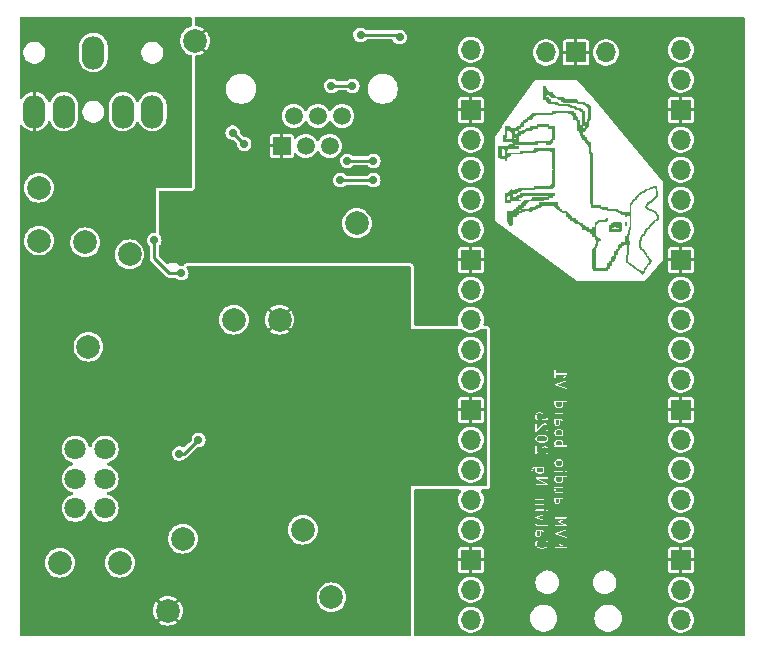
<source format=gbr>
%TF.GenerationSoftware,KiCad,Pcbnew,8.0.7+1*%
%TF.CreationDate,2025-02-06T19:29:56-05:00*%
%TF.ProjectId,jetKVM-audio-expansion,6a65744b-564d-42d6-9175-64696f2d6578,rev?*%
%TF.SameCoordinates,Original*%
%TF.FileFunction,Copper,L2,Bot*%
%TF.FilePolarity,Positive*%
%FSLAX46Y46*%
G04 Gerber Fmt 4.6, Leading zero omitted, Abs format (unit mm)*
G04 Created by KiCad (PCBNEW 8.0.7+1) date 2025-02-06 19:29:56*
%MOMM*%
%LPD*%
G01*
G04 APERTURE LIST*
%ADD10C,0.100000*%
%TA.AperFunction,EtchedComponent*%
%ADD11C,0.000000*%
%TD*%
%TA.AperFunction,ComponentPad*%
%ADD12O,1.700000X1.700000*%
%TD*%
%TA.AperFunction,ComponentPad*%
%ADD13R,1.700000X1.700000*%
%TD*%
%TA.AperFunction,ComponentPad*%
%ADD14C,2.000000*%
%TD*%
%TA.AperFunction,ComponentPad*%
%ADD15O,1.910000X2.816000*%
%TD*%
%TA.AperFunction,ComponentPad*%
%ADD16R,1.520000X1.520000*%
%TD*%
%TA.AperFunction,ComponentPad*%
%ADD17C,1.520000*%
%TD*%
%TA.AperFunction,ComponentPad*%
%ADD18C,1.800000*%
%TD*%
%TA.AperFunction,ViaPad*%
%ADD19C,0.711200*%
%TD*%
%TA.AperFunction,Conductor*%
%ADD20C,0.254000*%
%TD*%
G04 APERTURE END LIST*
D10*
G36*
X148088612Y-115739221D02*
G01*
X148087950Y-115741636D01*
X148087139Y-115742448D01*
X148085575Y-115750309D01*
X148083459Y-115758037D01*
X148083821Y-115759125D01*
X148083333Y-115761582D01*
X148083333Y-115987873D01*
X148048446Y-116057647D01*
X147978673Y-116092534D01*
X147907042Y-116092534D01*
X147837267Y-116057647D01*
X147802380Y-115987873D01*
X147802380Y-115773385D01*
X147830901Y-115716344D01*
X148100050Y-115716344D01*
X148088612Y-115739221D01*
G37*
G36*
X149698556Y-112977316D02*
G01*
X149697894Y-112979731D01*
X149697083Y-112980543D01*
X149695519Y-112988404D01*
X149693403Y-112996132D01*
X149693765Y-112997220D01*
X149693277Y-112999677D01*
X149693277Y-113225968D01*
X149658390Y-113295742D01*
X149588617Y-113330629D01*
X149516986Y-113330629D01*
X149447211Y-113295742D01*
X149412324Y-113225968D01*
X149412324Y-113011480D01*
X149440845Y-112954439D01*
X149709994Y-112954439D01*
X149698556Y-112977316D01*
G37*
G36*
X149978991Y-111201956D02*
G01*
X149978991Y-111368825D01*
X149940279Y-111446248D01*
X149904135Y-111482393D01*
X149826712Y-111521105D01*
X149564605Y-111521105D01*
X149487181Y-111482393D01*
X149451036Y-111446249D01*
X149412324Y-111368825D01*
X149412324Y-111201956D01*
X149440845Y-111144915D01*
X149950470Y-111144915D01*
X149978991Y-111201956D01*
G37*
G36*
X148369047Y-110392432D02*
G01*
X148369047Y-110559301D01*
X148330335Y-110636724D01*
X148294191Y-110672869D01*
X148216768Y-110711581D01*
X147954661Y-110711581D01*
X147877237Y-110672869D01*
X147841092Y-110636725D01*
X147802380Y-110559301D01*
X147802380Y-110392432D01*
X147830901Y-110335391D01*
X148340526Y-110335391D01*
X148369047Y-110392432D01*
G37*
G36*
X149904135Y-109755055D02*
G01*
X149940279Y-109791200D01*
X149978991Y-109868623D01*
X149978991Y-109987873D01*
X149940279Y-110065296D01*
X149904135Y-110101441D01*
X149826712Y-110140153D01*
X149564605Y-110140153D01*
X149487181Y-110101441D01*
X149451036Y-110065297D01*
X149412324Y-109987873D01*
X149412324Y-109868623D01*
X149451036Y-109791199D01*
X149487181Y-109755055D01*
X149564605Y-109716344D01*
X149826712Y-109716344D01*
X149904135Y-109755055D01*
G37*
G36*
X149904135Y-108088388D02*
G01*
X149940279Y-108124533D01*
X149978991Y-108201956D01*
X149978991Y-108368825D01*
X149950470Y-108425867D01*
X149440845Y-108425867D01*
X149412324Y-108368825D01*
X149412324Y-108201956D01*
X149451036Y-108124532D01*
X149487181Y-108088388D01*
X149564605Y-108049677D01*
X149826712Y-108049677D01*
X149904135Y-108088388D01*
G37*
G36*
X148544453Y-107665900D02*
G01*
X148627524Y-107707435D01*
X148663668Y-107743580D01*
X148702380Y-107821003D01*
X148702380Y-107892634D01*
X148663668Y-107970057D01*
X148627524Y-108006202D01*
X148544453Y-108047738D01*
X148365273Y-108092533D01*
X148139488Y-108092533D01*
X147960309Y-108047738D01*
X147877237Y-108006202D01*
X147841092Y-107970058D01*
X147802380Y-107892634D01*
X147802380Y-107821003D01*
X147841092Y-107743579D01*
X147877237Y-107707435D01*
X147960309Y-107665899D01*
X148139488Y-107621105D01*
X148365273Y-107621105D01*
X148544453Y-107665900D01*
G37*
G36*
X149904135Y-107183626D02*
G01*
X149940279Y-107219771D01*
X149978991Y-107297194D01*
X149978991Y-107416444D01*
X149940279Y-107493867D01*
X149904135Y-107530012D01*
X149826712Y-107568724D01*
X149564605Y-107568724D01*
X149487181Y-107530012D01*
X149451036Y-107493868D01*
X149412324Y-107416444D01*
X149412324Y-107297194D01*
X149451036Y-107219770D01*
X149487181Y-107183626D01*
X149564605Y-107144915D01*
X149826712Y-107144915D01*
X149904135Y-107183626D01*
G37*
G36*
X149698556Y-106310649D02*
G01*
X149697894Y-106313064D01*
X149697083Y-106313876D01*
X149695519Y-106321737D01*
X149693403Y-106329465D01*
X149693765Y-106330553D01*
X149693277Y-106333010D01*
X149693277Y-106559301D01*
X149658390Y-106629075D01*
X149588617Y-106663962D01*
X149516986Y-106663962D01*
X149447211Y-106629075D01*
X149412324Y-106559301D01*
X149412324Y-106344813D01*
X149440845Y-106287772D01*
X149709994Y-106287772D01*
X149698556Y-106310649D01*
G37*
G36*
X149978991Y-104821003D02*
G01*
X149978991Y-104987872D01*
X149940279Y-105065295D01*
X149904135Y-105101440D01*
X149826712Y-105140152D01*
X149564605Y-105140152D01*
X149487181Y-105101440D01*
X149451036Y-105065296D01*
X149412324Y-104987872D01*
X149412324Y-104821003D01*
X149440845Y-104763962D01*
X149950470Y-104763962D01*
X149978991Y-104821003D01*
G37*
G36*
X150523387Y-117303645D02*
G01*
X147257936Y-117303645D01*
X147257936Y-116713963D01*
X147702380Y-116713963D01*
X147702380Y-116809201D01*
X147703943Y-116817062D01*
X147704946Y-116825013D01*
X147752566Y-116967870D01*
X147753806Y-116970045D01*
X147753806Y-116971192D01*
X147758255Y-116977850D01*
X147762227Y-116984818D01*
X147763254Y-116985331D01*
X147764645Y-116987413D01*
X147859883Y-117082651D01*
X147866542Y-117087101D01*
X147872877Y-117092017D01*
X147968115Y-117139636D01*
X147973396Y-117141082D01*
X147978349Y-117143422D01*
X148168825Y-117191041D01*
X148174942Y-117191338D01*
X148180952Y-117192534D01*
X148323809Y-117192534D01*
X148329818Y-117191338D01*
X148335936Y-117191041D01*
X148526412Y-117143422D01*
X148531364Y-117141082D01*
X148536646Y-117139636D01*
X148631883Y-117092018D01*
X148638216Y-117087102D01*
X148644878Y-117082651D01*
X148740116Y-116987413D01*
X148741506Y-116985331D01*
X148742534Y-116984818D01*
X148746504Y-116977852D01*
X148750955Y-116971192D01*
X148750955Y-116970044D01*
X148752195Y-116967869D01*
X148799814Y-116825013D01*
X148800816Y-116817062D01*
X148802380Y-116809201D01*
X148802380Y-116713963D01*
X148800816Y-116706101D01*
X148799814Y-116698151D01*
X148752195Y-116555295D01*
X148750955Y-116553119D01*
X148750955Y-116551971D01*
X148746500Y-116545304D01*
X148742534Y-116538346D01*
X148741507Y-116537832D01*
X148740116Y-116535750D01*
X148715443Y-116511078D01*
X149313888Y-116511078D01*
X149319300Y-116548962D01*
X149332324Y-116563487D01*
X149857632Y-116957468D01*
X149770186Y-117044915D01*
X149362324Y-117044915D01*
X149343190Y-117048721D01*
X149316130Y-117075781D01*
X149316130Y-117114049D01*
X149343190Y-117141109D01*
X149362324Y-117144915D01*
X150362324Y-117144915D01*
X150381458Y-117141109D01*
X150408518Y-117114049D01*
X150408518Y-117075781D01*
X150381458Y-117048721D01*
X150362324Y-117044915D01*
X149911606Y-117044915D01*
X150397679Y-116558842D01*
X150408518Y-116542621D01*
X150408518Y-116504353D01*
X150381458Y-116477293D01*
X150343190Y-116477293D01*
X150326969Y-116488132D01*
X149929061Y-116886039D01*
X149392324Y-116483487D01*
X149374733Y-116475051D01*
X149336849Y-116480463D01*
X149313888Y-116511078D01*
X148715443Y-116511078D01*
X148692497Y-116488132D01*
X148676276Y-116477293D01*
X148638008Y-116477293D01*
X148610948Y-116504353D01*
X148610948Y-116542621D01*
X148621787Y-116558842D01*
X148661059Y-116598115D01*
X148702380Y-116722076D01*
X148702380Y-116801088D01*
X148661059Y-116925049D01*
X148579906Y-117006203D01*
X148496834Y-117047739D01*
X148317654Y-117092534D01*
X148187107Y-117092534D01*
X148007928Y-117047739D01*
X147924854Y-117006202D01*
X147843701Y-116925049D01*
X147802380Y-116801086D01*
X147802380Y-116722077D01*
X147843701Y-116598114D01*
X147882974Y-116558843D01*
X147893813Y-116542622D01*
X147893813Y-116504353D01*
X147866753Y-116477293D01*
X147828484Y-116477293D01*
X147812263Y-116488132D01*
X147764645Y-116535751D01*
X147763254Y-116537832D01*
X147762227Y-116538346D01*
X147758255Y-116545313D01*
X147753806Y-116551972D01*
X147753806Y-116553118D01*
X147752566Y-116555294D01*
X147704946Y-116698151D01*
X147703943Y-116706101D01*
X147702380Y-116713963D01*
X147257936Y-116713963D01*
X147257936Y-115761582D01*
X147702380Y-115761582D01*
X147702380Y-115999677D01*
X147702868Y-116002133D01*
X147702506Y-116003222D01*
X147704622Y-116010949D01*
X147706186Y-116018811D01*
X147706997Y-116019622D01*
X147707659Y-116022038D01*
X147755279Y-116117276D01*
X147761381Y-116125139D01*
X147762227Y-116127675D01*
X147765049Y-116129865D01*
X147767240Y-116132688D01*
X147769775Y-116133533D01*
X147777639Y-116139636D01*
X147872877Y-116187255D01*
X147875292Y-116187916D01*
X147876104Y-116188728D01*
X147883965Y-116190291D01*
X147891693Y-116192408D01*
X147892781Y-116192045D01*
X147895238Y-116192534D01*
X147990476Y-116192534D01*
X147992932Y-116192045D01*
X147994021Y-116192408D01*
X148001748Y-116190291D01*
X148009610Y-116188728D01*
X148010421Y-116187916D01*
X148012837Y-116187255D01*
X148108074Y-116139637D01*
X148115938Y-116133533D01*
X148118474Y-116132688D01*
X148120665Y-116129864D01*
X148123486Y-116127675D01*
X148124330Y-116125141D01*
X148130435Y-116117276D01*
X148178054Y-116022038D01*
X148178715Y-116019622D01*
X148179527Y-116018811D01*
X148181090Y-116010949D01*
X148183207Y-116003222D01*
X148182844Y-116002133D01*
X148183333Y-115999677D01*
X148183333Y-115773385D01*
X148211854Y-115716344D01*
X148264387Y-115716344D01*
X148334160Y-115751230D01*
X148369047Y-115821004D01*
X148369047Y-115987873D01*
X148326707Y-116072554D01*
X148321554Y-116091370D01*
X148333655Y-116127675D01*
X148367883Y-116144789D01*
X148404188Y-116132688D01*
X148416149Y-116117276D01*
X148463768Y-116022038D01*
X148464429Y-116019622D01*
X148465241Y-116018811D01*
X148466804Y-116010949D01*
X148468921Y-116003222D01*
X148468558Y-116002133D01*
X148469047Y-115999677D01*
X148469047Y-115900895D01*
X149312450Y-115900895D01*
X149313631Y-115904439D01*
X149312450Y-115907983D01*
X149319537Y-115922159D01*
X149324551Y-115937199D01*
X149327893Y-115938869D01*
X149329564Y-115942212D01*
X149346513Y-115951873D01*
X150346512Y-116285206D01*
X150365868Y-116287646D01*
X150400096Y-116270532D01*
X150412198Y-116234228D01*
X150395083Y-116199999D01*
X150378135Y-116190338D01*
X149520437Y-115904439D01*
X150378135Y-115618540D01*
X150395083Y-115608879D01*
X150412198Y-115574650D01*
X150400096Y-115538346D01*
X150365868Y-115521232D01*
X150346512Y-115523672D01*
X149346513Y-115857005D01*
X149329564Y-115866666D01*
X149327893Y-115870008D01*
X149324551Y-115871679D01*
X149319537Y-115886718D01*
X149312450Y-115900895D01*
X148469047Y-115900895D01*
X148469047Y-115809201D01*
X148468558Y-115806744D01*
X148468921Y-115805656D01*
X148466804Y-115797928D01*
X148465241Y-115790067D01*
X148464429Y-115789255D01*
X148463768Y-115786840D01*
X148416149Y-115691602D01*
X148410044Y-115683736D01*
X148409200Y-115681203D01*
X148406379Y-115679013D01*
X148404188Y-115676190D01*
X148401652Y-115675344D01*
X148393788Y-115669241D01*
X148298551Y-115621623D01*
X148296135Y-115620961D01*
X148295324Y-115620150D01*
X148287462Y-115618586D01*
X148279735Y-115616470D01*
X148278646Y-115616832D01*
X148276190Y-115616344D01*
X147752380Y-115616344D01*
X147733246Y-115620150D01*
X147706186Y-115647210D01*
X147706186Y-115685478D01*
X147725082Y-115704374D01*
X147707659Y-115739221D01*
X147706997Y-115741636D01*
X147706186Y-115742448D01*
X147704622Y-115750309D01*
X147702506Y-115758037D01*
X147702868Y-115759125D01*
X147702380Y-115761582D01*
X147257936Y-115761582D01*
X147257936Y-115050841D01*
X147702506Y-115050841D01*
X147707659Y-115069657D01*
X147755279Y-115164895D01*
X147761381Y-115172758D01*
X147762227Y-115175294D01*
X147765049Y-115177484D01*
X147767240Y-115180307D01*
X147769775Y-115181152D01*
X147777639Y-115187255D01*
X147872877Y-115234874D01*
X147875292Y-115235535D01*
X147876104Y-115236347D01*
X147883965Y-115237910D01*
X147891693Y-115240027D01*
X147892781Y-115239664D01*
X147895238Y-115240153D01*
X148752380Y-115240153D01*
X148771514Y-115236347D01*
X148798574Y-115209287D01*
X148798574Y-115171019D01*
X148771514Y-115143959D01*
X148752380Y-115140153D01*
X147907042Y-115140153D01*
X147837267Y-115105266D01*
X147797101Y-115024935D01*
X147785140Y-115009523D01*
X147748835Y-114997422D01*
X147714607Y-115014536D01*
X147702506Y-115050841D01*
X147257936Y-115050841D01*
X147257936Y-114521003D01*
X147702442Y-114521003D01*
X147703328Y-114523486D01*
X147702442Y-114525969D01*
X147709650Y-114541186D01*
X147715313Y-114557042D01*
X147717695Y-114558170D01*
X147718824Y-114560553D01*
X147735563Y-114570573D01*
X148402230Y-114808668D01*
X148421529Y-114811519D01*
X148456114Y-114795137D01*
X148468985Y-114759098D01*
X148452603Y-114724514D01*
X148435864Y-114714494D01*
X147980801Y-114551972D01*
X149316130Y-114551972D01*
X149316130Y-114590240D01*
X149343190Y-114617300D01*
X149362324Y-114621106D01*
X150136946Y-114621106D01*
X149626895Y-114859130D01*
X149616505Y-114866752D01*
X149614270Y-114867565D01*
X149613683Y-114868822D01*
X149611165Y-114870670D01*
X149605320Y-114886742D01*
X149598087Y-114902243D01*
X149598885Y-114904439D01*
X149598087Y-114906635D01*
X149605320Y-114922135D01*
X149611165Y-114938208D01*
X149613683Y-114940055D01*
X149614270Y-114941313D01*
X149616505Y-114942125D01*
X149626895Y-114949748D01*
X150136946Y-115187772D01*
X149362324Y-115187772D01*
X149343190Y-115191578D01*
X149316130Y-115218638D01*
X149316130Y-115256906D01*
X149343190Y-115283966D01*
X149362324Y-115287772D01*
X150362324Y-115287772D01*
X150381458Y-115283966D01*
X150387740Y-115277683D01*
X150396093Y-115274646D01*
X150400743Y-115264680D01*
X150408518Y-115256906D01*
X150408518Y-115248020D01*
X150412276Y-115239968D01*
X150408518Y-115229633D01*
X150408518Y-115218638D01*
X150402235Y-115212355D01*
X150399198Y-115204003D01*
X150383469Y-115192463D01*
X149766273Y-114904439D01*
X150383469Y-114616415D01*
X150399198Y-114604875D01*
X150402235Y-114596522D01*
X150408518Y-114590240D01*
X150408518Y-114579244D01*
X150412276Y-114568910D01*
X150408518Y-114560857D01*
X150408518Y-114551972D01*
X150400743Y-114544197D01*
X150396093Y-114534232D01*
X150387740Y-114531194D01*
X150381458Y-114524912D01*
X150362324Y-114521106D01*
X149362324Y-114521106D01*
X149343190Y-114524912D01*
X149316130Y-114551972D01*
X147980801Y-114551972D01*
X147901040Y-114523486D01*
X148435864Y-114332478D01*
X148452603Y-114322458D01*
X148468985Y-114287874D01*
X148456114Y-114251835D01*
X148421529Y-114235453D01*
X148402230Y-114238304D01*
X147735563Y-114476399D01*
X147718824Y-114486419D01*
X147717695Y-114488801D01*
X147715313Y-114489930D01*
X147709650Y-114505785D01*
X147702442Y-114521003D01*
X147257936Y-114521003D01*
X147257936Y-113885304D01*
X147706186Y-113885304D01*
X147706186Y-113923572D01*
X147733246Y-113950632D01*
X147752380Y-113954438D01*
X148419047Y-113954438D01*
X148438181Y-113950632D01*
X148465241Y-113923572D01*
X148465241Y-113885304D01*
X148610948Y-113885304D01*
X148610948Y-113923572D01*
X148621787Y-113939793D01*
X148669405Y-113987412D01*
X148685626Y-113998251D01*
X148685627Y-113998251D01*
X148723895Y-113998251D01*
X148740116Y-113987412D01*
X148787735Y-113939794D01*
X148798574Y-113923573D01*
X148798574Y-113885304D01*
X148798574Y-113885303D01*
X148787735Y-113869082D01*
X148740116Y-113821464D01*
X148723895Y-113810625D01*
X148685626Y-113810625D01*
X148669405Y-113821464D01*
X148621787Y-113869083D01*
X148610949Y-113885303D01*
X148610948Y-113885304D01*
X148465241Y-113885304D01*
X148438181Y-113858244D01*
X148419047Y-113854438D01*
X147752380Y-113854438D01*
X147733246Y-113858244D01*
X147706186Y-113885304D01*
X147257936Y-113885304D01*
X147257936Y-112980543D01*
X147706186Y-112980543D01*
X147706186Y-113018811D01*
X147733246Y-113045871D01*
X147752380Y-113049677D01*
X148264387Y-113049677D01*
X148334160Y-113084563D01*
X148369047Y-113154337D01*
X148369047Y-113273587D01*
X148330335Y-113351010D01*
X148303099Y-113378248D01*
X147752380Y-113378248D01*
X147733246Y-113382054D01*
X147706186Y-113409114D01*
X147706186Y-113447382D01*
X147733246Y-113474442D01*
X147752380Y-113478248D01*
X148419047Y-113478248D01*
X148438181Y-113474442D01*
X148465241Y-113447382D01*
X148465241Y-113409114D01*
X148438181Y-113382054D01*
X148427663Y-113379961D01*
X148463768Y-113307752D01*
X148464429Y-113305336D01*
X148465241Y-113304525D01*
X148466804Y-113296663D01*
X148468921Y-113288936D01*
X148468558Y-113287847D01*
X148469047Y-113285391D01*
X148469047Y-113142534D01*
X148468558Y-113140077D01*
X148468921Y-113138989D01*
X148466804Y-113131261D01*
X148465241Y-113123400D01*
X148464429Y-113122588D01*
X148463768Y-113120173D01*
X148416149Y-113024935D01*
X148410044Y-113017069D01*
X148409200Y-113014536D01*
X148406379Y-113012346D01*
X148404188Y-113009523D01*
X148401652Y-113008677D01*
X148393788Y-113002574D01*
X148387994Y-112999677D01*
X149312324Y-112999677D01*
X149312324Y-113237772D01*
X149312812Y-113240228D01*
X149312450Y-113241317D01*
X149314566Y-113249044D01*
X149316130Y-113256906D01*
X149316941Y-113257717D01*
X149317603Y-113260133D01*
X149365223Y-113355371D01*
X149371325Y-113363234D01*
X149372171Y-113365770D01*
X149374993Y-113367960D01*
X149377184Y-113370783D01*
X149379719Y-113371628D01*
X149387583Y-113377731D01*
X149482821Y-113425350D01*
X149485236Y-113426011D01*
X149486048Y-113426823D01*
X149493909Y-113428386D01*
X149501637Y-113430503D01*
X149502725Y-113430140D01*
X149505182Y-113430629D01*
X149600420Y-113430629D01*
X149602876Y-113430140D01*
X149603965Y-113430503D01*
X149611692Y-113428386D01*
X149619554Y-113426823D01*
X149620365Y-113426011D01*
X149622781Y-113425350D01*
X149718018Y-113377732D01*
X149725882Y-113371628D01*
X149728418Y-113370783D01*
X149730609Y-113367959D01*
X149733430Y-113365770D01*
X149734274Y-113363236D01*
X149740379Y-113355371D01*
X149787998Y-113260133D01*
X149788659Y-113257717D01*
X149789471Y-113256906D01*
X149791034Y-113249044D01*
X149793151Y-113241317D01*
X149792788Y-113240228D01*
X149793277Y-113237772D01*
X149793277Y-113011480D01*
X149821798Y-112954439D01*
X149874331Y-112954439D01*
X149944104Y-112989325D01*
X149978991Y-113059099D01*
X149978991Y-113225968D01*
X149936651Y-113310649D01*
X149931498Y-113329465D01*
X149943599Y-113365770D01*
X149977827Y-113382884D01*
X150014132Y-113370783D01*
X150026093Y-113355371D01*
X150073712Y-113260133D01*
X150074373Y-113257717D01*
X150075185Y-113256906D01*
X150076748Y-113249044D01*
X150078865Y-113241317D01*
X150078502Y-113240228D01*
X150078991Y-113237772D01*
X150078991Y-113047296D01*
X150078502Y-113044839D01*
X150078865Y-113043751D01*
X150076748Y-113036023D01*
X150075185Y-113028162D01*
X150074373Y-113027350D01*
X150073712Y-113024935D01*
X150026093Y-112929697D01*
X150019988Y-112921831D01*
X150019144Y-112919298D01*
X150016323Y-112917108D01*
X150014132Y-112914285D01*
X150011596Y-112913439D01*
X150003732Y-112907336D01*
X149908495Y-112859718D01*
X149906079Y-112859056D01*
X149905268Y-112858245D01*
X149897406Y-112856681D01*
X149889679Y-112854565D01*
X149888590Y-112854927D01*
X149886134Y-112854439D01*
X149362324Y-112854439D01*
X149343190Y-112858245D01*
X149316130Y-112885305D01*
X149316130Y-112923573D01*
X149335026Y-112942469D01*
X149317603Y-112977316D01*
X149316941Y-112979731D01*
X149316130Y-112980543D01*
X149314566Y-112988404D01*
X149312450Y-112996132D01*
X149312812Y-112997220D01*
X149312324Y-112999677D01*
X148387994Y-112999677D01*
X148298551Y-112954956D01*
X148296135Y-112954294D01*
X148295324Y-112953483D01*
X148287462Y-112951919D01*
X148279735Y-112949803D01*
X148278646Y-112950165D01*
X148276190Y-112949677D01*
X147752380Y-112949677D01*
X147733246Y-112953483D01*
X147706186Y-112980543D01*
X147257936Y-112980543D01*
X147257936Y-112142534D01*
X149312324Y-112142534D01*
X149312324Y-112285391D01*
X149312812Y-112287847D01*
X149312450Y-112288936D01*
X149314566Y-112296663D01*
X149316130Y-112304525D01*
X149316941Y-112305336D01*
X149317603Y-112307752D01*
X149365223Y-112402990D01*
X149371325Y-112410853D01*
X149372171Y-112413389D01*
X149374993Y-112415579D01*
X149377184Y-112418402D01*
X149379719Y-112419247D01*
X149387583Y-112425350D01*
X149482821Y-112472969D01*
X149485236Y-112473630D01*
X149486048Y-112474442D01*
X149493909Y-112476005D01*
X149501637Y-112478122D01*
X149502725Y-112477759D01*
X149505182Y-112478248D01*
X150028991Y-112478248D01*
X150048125Y-112474442D01*
X150075185Y-112447382D01*
X150075185Y-112409114D01*
X150048125Y-112382054D01*
X150028991Y-112378248D01*
X149516986Y-112378248D01*
X149447211Y-112343361D01*
X149412324Y-112273587D01*
X149412324Y-112154337D01*
X149451036Y-112076913D01*
X149478274Y-112049677D01*
X150028991Y-112049677D01*
X150048125Y-112045871D01*
X150075185Y-112018811D01*
X150075185Y-111980543D01*
X150048125Y-111953483D01*
X150028991Y-111949677D01*
X149362324Y-111949677D01*
X149343190Y-111953483D01*
X149316130Y-111980543D01*
X149316130Y-112018811D01*
X149343190Y-112045871D01*
X149353708Y-112047963D01*
X149317603Y-112120173D01*
X149316941Y-112122588D01*
X149316130Y-112123400D01*
X149314566Y-112131261D01*
X149312450Y-112138989D01*
X149312812Y-112140077D01*
X149312324Y-112142534D01*
X147257936Y-112142534D01*
X147257936Y-111183847D01*
X147702779Y-111183847D01*
X147706186Y-111196339D01*
X147706186Y-111209287D01*
X147711040Y-111214141D01*
X147712848Y-111220768D01*
X147727573Y-111233565D01*
X148564102Y-111711581D01*
X147752380Y-111711581D01*
X147733246Y-111715387D01*
X147706186Y-111742447D01*
X147706186Y-111780715D01*
X147733246Y-111807775D01*
X147752380Y-111811581D01*
X148752380Y-111811581D01*
X148771514Y-111807775D01*
X148776368Y-111802920D01*
X148782995Y-111801113D01*
X148789420Y-111789868D01*
X148798574Y-111780715D01*
X148798574Y-111773849D01*
X148801981Y-111767887D01*
X148798574Y-111755394D01*
X148798574Y-111742447D01*
X148793718Y-111737591D01*
X148791912Y-111730967D01*
X148777187Y-111718169D01*
X147940658Y-111240153D01*
X148752380Y-111240153D01*
X148771514Y-111236347D01*
X148798574Y-111209287D01*
X148798574Y-111190153D01*
X149312324Y-111190153D01*
X149312324Y-111380629D01*
X149312812Y-111383085D01*
X149312450Y-111384174D01*
X149314566Y-111391901D01*
X149316130Y-111399763D01*
X149316941Y-111400574D01*
X149317603Y-111402990D01*
X149365223Y-111498228D01*
X149370138Y-111504562D01*
X149374589Y-111511222D01*
X149422207Y-111558841D01*
X149428873Y-111563295D01*
X149435202Y-111568207D01*
X149530440Y-111615826D01*
X149532855Y-111616487D01*
X149533667Y-111617299D01*
X149541528Y-111618862D01*
X149549256Y-111620979D01*
X149550344Y-111620616D01*
X149552801Y-111621105D01*
X149838515Y-111621105D01*
X149840971Y-111620616D01*
X149842060Y-111620979D01*
X149849787Y-111618862D01*
X149857649Y-111617299D01*
X149858460Y-111616487D01*
X149860876Y-111615826D01*
X149956113Y-111568208D01*
X149962446Y-111563292D01*
X149969108Y-111558841D01*
X150016727Y-111511223D01*
X150021181Y-111504556D01*
X150026093Y-111498228D01*
X150073712Y-111402990D01*
X150074373Y-111400574D01*
X150075185Y-111399763D01*
X150076748Y-111391901D01*
X150078865Y-111384174D01*
X150078502Y-111383085D01*
X150078991Y-111380629D01*
X150078991Y-111190153D01*
X150078502Y-111187696D01*
X150078865Y-111186608D01*
X150076748Y-111178880D01*
X150075185Y-111171019D01*
X150074373Y-111170207D01*
X150073712Y-111167792D01*
X150062274Y-111144915D01*
X150362324Y-111144915D01*
X150381458Y-111141109D01*
X150408518Y-111114049D01*
X150408518Y-111075781D01*
X150381458Y-111048721D01*
X150362324Y-111044915D01*
X149362324Y-111044915D01*
X149343190Y-111048721D01*
X149316130Y-111075781D01*
X149316130Y-111114049D01*
X149335026Y-111132945D01*
X149317603Y-111167792D01*
X149316941Y-111170207D01*
X149316130Y-111171019D01*
X149314566Y-111178880D01*
X149312450Y-111186608D01*
X149312812Y-111187696D01*
X149312324Y-111190153D01*
X148798574Y-111190153D01*
X148798574Y-111171019D01*
X148771514Y-111143959D01*
X148752380Y-111140153D01*
X147752380Y-111140153D01*
X147733246Y-111143959D01*
X147728391Y-111148813D01*
X147721765Y-111150621D01*
X147715339Y-111161865D01*
X147706186Y-111171019D01*
X147706186Y-111177884D01*
X147702779Y-111183847D01*
X147257936Y-111183847D01*
X147257936Y-110475867D01*
X147369047Y-110475867D01*
X147369047Y-110618724D01*
X147369535Y-110621180D01*
X147369173Y-110622269D01*
X147371289Y-110629996D01*
X147372853Y-110637858D01*
X147373664Y-110638669D01*
X147374326Y-110641085D01*
X147421944Y-110736322D01*
X147433906Y-110751734D01*
X147470210Y-110763836D01*
X147504438Y-110746722D01*
X147516540Y-110710417D01*
X147511387Y-110691601D01*
X147469047Y-110606921D01*
X147469047Y-110487670D01*
X147507758Y-110410246D01*
X147543903Y-110374102D01*
X147621327Y-110335391D01*
X147719098Y-110335391D01*
X147707659Y-110358268D01*
X147706997Y-110360683D01*
X147706186Y-110361495D01*
X147704622Y-110369356D01*
X147702506Y-110377084D01*
X147702868Y-110378172D01*
X147702380Y-110380629D01*
X147702380Y-110571105D01*
X147702868Y-110573561D01*
X147702506Y-110574650D01*
X147704622Y-110582377D01*
X147706186Y-110590239D01*
X147706997Y-110591050D01*
X147707659Y-110593466D01*
X147755279Y-110688704D01*
X147760194Y-110695038D01*
X147764645Y-110701698D01*
X147812263Y-110749317D01*
X147818929Y-110753771D01*
X147825258Y-110758683D01*
X147920496Y-110806302D01*
X147922911Y-110806963D01*
X147923723Y-110807775D01*
X147931584Y-110809338D01*
X147939312Y-110811455D01*
X147940400Y-110811092D01*
X147942857Y-110811581D01*
X148228571Y-110811581D01*
X148231027Y-110811092D01*
X148232116Y-110811455D01*
X148239843Y-110809338D01*
X148247705Y-110807775D01*
X148248516Y-110806963D01*
X148250932Y-110806302D01*
X148346169Y-110758684D01*
X148352502Y-110753768D01*
X148359164Y-110749317D01*
X148406783Y-110701699D01*
X148411237Y-110695032D01*
X148416149Y-110688704D01*
X148460706Y-110599590D01*
X149316130Y-110599590D01*
X149316130Y-110637858D01*
X149343190Y-110664918D01*
X149362324Y-110668724D01*
X150028991Y-110668724D01*
X150048125Y-110664918D01*
X150075185Y-110637858D01*
X150075185Y-110599590D01*
X150220892Y-110599590D01*
X150220892Y-110637858D01*
X150231731Y-110654079D01*
X150279349Y-110701698D01*
X150295570Y-110712537D01*
X150295571Y-110712537D01*
X150333839Y-110712537D01*
X150350060Y-110701698D01*
X150397679Y-110654080D01*
X150408518Y-110637859D01*
X150408518Y-110599590D01*
X150408518Y-110599589D01*
X150397679Y-110583368D01*
X150350060Y-110535750D01*
X150333839Y-110524911D01*
X150295570Y-110524911D01*
X150279349Y-110535750D01*
X150231731Y-110583369D01*
X150220893Y-110599589D01*
X150220892Y-110599590D01*
X150075185Y-110599590D01*
X150048125Y-110572530D01*
X150028991Y-110568724D01*
X149362324Y-110568724D01*
X149343190Y-110572530D01*
X149316130Y-110599590D01*
X148460706Y-110599590D01*
X148463768Y-110593466D01*
X148464429Y-110591050D01*
X148465241Y-110590239D01*
X148466804Y-110582377D01*
X148468921Y-110574650D01*
X148468558Y-110573561D01*
X148469047Y-110571105D01*
X148469047Y-110380629D01*
X148468558Y-110378172D01*
X148468921Y-110377084D01*
X148466804Y-110369356D01*
X148465241Y-110361495D01*
X148464429Y-110360683D01*
X148463768Y-110358268D01*
X148446344Y-110323421D01*
X148465241Y-110304525D01*
X148465241Y-110266257D01*
X148438181Y-110239197D01*
X148419047Y-110235391D01*
X147609523Y-110235391D01*
X147607066Y-110235879D01*
X147605978Y-110235517D01*
X147598250Y-110237633D01*
X147590389Y-110239197D01*
X147589577Y-110240008D01*
X147587162Y-110240670D01*
X147491924Y-110288289D01*
X147485595Y-110293200D01*
X147478929Y-110297655D01*
X147431311Y-110345274D01*
X147426859Y-110351935D01*
X147421944Y-110358269D01*
X147374326Y-110453506D01*
X147373664Y-110455921D01*
X147372853Y-110456733D01*
X147371289Y-110464594D01*
X147369173Y-110472322D01*
X147369535Y-110473410D01*
X147369047Y-110475867D01*
X147257936Y-110475867D01*
X147257936Y-109856820D01*
X149312324Y-109856820D01*
X149312324Y-109999677D01*
X149312812Y-110002133D01*
X149312450Y-110003222D01*
X149314566Y-110010949D01*
X149316130Y-110018811D01*
X149316941Y-110019622D01*
X149317603Y-110022038D01*
X149365223Y-110117276D01*
X149370138Y-110123610D01*
X149374589Y-110130270D01*
X149422207Y-110177889D01*
X149428873Y-110182343D01*
X149435202Y-110187255D01*
X149530440Y-110234874D01*
X149532855Y-110235535D01*
X149533667Y-110236347D01*
X149541528Y-110237910D01*
X149549256Y-110240027D01*
X149550344Y-110239664D01*
X149552801Y-110240153D01*
X149838515Y-110240153D01*
X149840971Y-110239664D01*
X149842060Y-110240027D01*
X149849787Y-110237910D01*
X149857649Y-110236347D01*
X149858460Y-110235535D01*
X149860876Y-110234874D01*
X149956113Y-110187256D01*
X149962446Y-110182340D01*
X149969108Y-110177889D01*
X150016727Y-110130271D01*
X150021181Y-110123604D01*
X150026093Y-110117276D01*
X150073712Y-110022038D01*
X150074373Y-110019622D01*
X150075185Y-110018811D01*
X150076748Y-110010949D01*
X150078865Y-110003222D01*
X150078502Y-110002133D01*
X150078991Y-109999677D01*
X150078991Y-109856820D01*
X150078502Y-109854363D01*
X150078865Y-109853275D01*
X150076748Y-109845547D01*
X150075185Y-109837686D01*
X150074373Y-109836874D01*
X150073712Y-109834459D01*
X150026093Y-109739221D01*
X150021181Y-109732892D01*
X150016727Y-109726226D01*
X149969108Y-109678608D01*
X149962446Y-109674156D01*
X149956113Y-109669241D01*
X149860876Y-109621623D01*
X149858460Y-109620961D01*
X149857649Y-109620150D01*
X149849787Y-109618586D01*
X149842060Y-109616470D01*
X149840971Y-109616832D01*
X149838515Y-109616344D01*
X149552801Y-109616344D01*
X149550344Y-109616832D01*
X149549256Y-109616470D01*
X149541528Y-109618586D01*
X149533667Y-109620150D01*
X149532855Y-109620961D01*
X149530440Y-109621623D01*
X149435202Y-109669242D01*
X149428873Y-109674153D01*
X149422207Y-109678608D01*
X149374589Y-109726227D01*
X149370138Y-109732886D01*
X149365223Y-109739221D01*
X149317603Y-109834459D01*
X149316941Y-109836874D01*
X149316130Y-109837686D01*
X149314566Y-109845547D01*
X149312450Y-109853275D01*
X149312812Y-109854363D01*
X149312324Y-109856820D01*
X147257936Y-109856820D01*
X147257936Y-108523486D01*
X147702380Y-108523486D01*
X147702380Y-109142533D01*
X147706186Y-109161667D01*
X147733246Y-109188727D01*
X147771514Y-109188727D01*
X147787735Y-109177888D01*
X148350817Y-108614806D01*
X148474779Y-108573486D01*
X148550101Y-108573486D01*
X148627524Y-108612197D01*
X148663668Y-108648342D01*
X148702380Y-108725765D01*
X148702380Y-108940253D01*
X148663668Y-109017676D01*
X148621787Y-109059559D01*
X148610948Y-109075780D01*
X148610948Y-109114048D01*
X148638008Y-109141108D01*
X148676276Y-109141108D01*
X148692497Y-109130269D01*
X148740116Y-109082651D01*
X148744570Y-109075984D01*
X148749482Y-109069656D01*
X148797101Y-108974418D01*
X148797762Y-108972002D01*
X148798574Y-108971191D01*
X148800137Y-108963329D01*
X148802254Y-108955602D01*
X148801891Y-108954513D01*
X148802380Y-108952057D01*
X148802380Y-108713962D01*
X148801891Y-108711505D01*
X148802254Y-108710417D01*
X148800137Y-108702689D01*
X148798574Y-108694828D01*
X148797762Y-108694016D01*
X148797101Y-108691601D01*
X148749482Y-108596363D01*
X148744570Y-108590034D01*
X148740116Y-108583368D01*
X148692497Y-108535750D01*
X148685835Y-108531298D01*
X148679502Y-108526383D01*
X148584265Y-108478765D01*
X148581849Y-108478103D01*
X148581038Y-108477292D01*
X148573176Y-108475728D01*
X148565449Y-108473612D01*
X148564360Y-108473974D01*
X148561904Y-108473486D01*
X148466666Y-108473486D01*
X148458804Y-108475049D01*
X148450854Y-108476052D01*
X148307998Y-108523671D01*
X148305823Y-108524911D01*
X148304675Y-108524911D01*
X148298014Y-108529361D01*
X148291049Y-108533332D01*
X148290535Y-108534359D01*
X148288454Y-108535750D01*
X147802380Y-109021823D01*
X147802380Y-108523486D01*
X147798574Y-108504352D01*
X147771514Y-108477292D01*
X147733246Y-108477292D01*
X147706186Y-108504352D01*
X147702380Y-108523486D01*
X147257936Y-108523486D01*
X147257936Y-107809200D01*
X147702380Y-107809200D01*
X147702380Y-107904438D01*
X147702868Y-107906894D01*
X147702506Y-107907983D01*
X147704622Y-107915710D01*
X147706186Y-107923572D01*
X147706997Y-107924383D01*
X147707659Y-107926799D01*
X147755279Y-108022037D01*
X147760194Y-108028371D01*
X147764645Y-108035031D01*
X147812263Y-108082650D01*
X147818929Y-108087104D01*
X147825258Y-108092016D01*
X147920496Y-108139635D01*
X147925777Y-108141081D01*
X147930730Y-108143421D01*
X148121206Y-108191040D01*
X148127323Y-108191337D01*
X148133333Y-108192533D01*
X148371428Y-108192533D01*
X148377437Y-108191337D01*
X148383555Y-108191040D01*
X148387103Y-108190153D01*
X149312324Y-108190153D01*
X149312324Y-108380629D01*
X149312812Y-108383085D01*
X149312450Y-108384174D01*
X149314566Y-108391901D01*
X149316130Y-108399763D01*
X149316941Y-108400574D01*
X149317603Y-108402990D01*
X149335026Y-108437836D01*
X149316130Y-108456733D01*
X149316130Y-108495001D01*
X149343190Y-108522061D01*
X149362324Y-108525867D01*
X150362324Y-108525867D01*
X150381458Y-108522061D01*
X150408518Y-108495001D01*
X150408518Y-108456733D01*
X150381458Y-108429673D01*
X150362324Y-108425867D01*
X150062273Y-108425867D01*
X150073712Y-108402990D01*
X150074373Y-108400574D01*
X150075185Y-108399763D01*
X150076748Y-108391901D01*
X150078865Y-108384174D01*
X150078502Y-108383085D01*
X150078991Y-108380629D01*
X150078991Y-108190153D01*
X150078502Y-108187696D01*
X150078865Y-108186608D01*
X150076748Y-108178880D01*
X150075185Y-108171019D01*
X150074373Y-108170207D01*
X150073712Y-108167792D01*
X150026093Y-108072554D01*
X150021181Y-108066225D01*
X150016727Y-108059559D01*
X149969108Y-108011941D01*
X149962446Y-108007489D01*
X149956113Y-108002574D01*
X149860876Y-107954956D01*
X149858460Y-107954294D01*
X149857649Y-107953483D01*
X149849787Y-107951919D01*
X149842060Y-107949803D01*
X149840971Y-107950165D01*
X149838515Y-107949677D01*
X149552801Y-107949677D01*
X149550344Y-107950165D01*
X149549256Y-107949803D01*
X149541528Y-107951919D01*
X149533667Y-107953483D01*
X149532855Y-107954294D01*
X149530440Y-107954956D01*
X149435202Y-108002575D01*
X149428873Y-108007486D01*
X149422207Y-108011941D01*
X149374589Y-108059560D01*
X149370138Y-108066219D01*
X149365223Y-108072554D01*
X149317603Y-108167792D01*
X149316941Y-108170207D01*
X149316130Y-108171019D01*
X149314566Y-108178880D01*
X149312450Y-108186608D01*
X149312812Y-108187696D01*
X149312324Y-108190153D01*
X148387103Y-108190153D01*
X148574031Y-108143421D01*
X148578983Y-108141081D01*
X148584265Y-108139635D01*
X148679502Y-108092017D01*
X148685835Y-108087101D01*
X148692497Y-108082650D01*
X148740116Y-108035032D01*
X148744570Y-108028365D01*
X148749482Y-108022037D01*
X148797101Y-107926799D01*
X148797762Y-107924383D01*
X148798574Y-107923572D01*
X148800137Y-107915710D01*
X148802254Y-107907983D01*
X148801891Y-107906894D01*
X148802380Y-107904438D01*
X148802380Y-107809200D01*
X148801891Y-107806743D01*
X148802254Y-107805655D01*
X148800137Y-107797927D01*
X148798574Y-107790066D01*
X148797762Y-107789254D01*
X148797101Y-107786839D01*
X148749482Y-107691601D01*
X148744570Y-107685272D01*
X148740116Y-107678606D01*
X148692497Y-107630988D01*
X148685835Y-107626536D01*
X148679502Y-107621621D01*
X148584265Y-107574003D01*
X148578983Y-107572556D01*
X148574031Y-107570217D01*
X148383555Y-107522598D01*
X148377437Y-107522300D01*
X148371428Y-107521105D01*
X148133333Y-107521105D01*
X148127323Y-107522300D01*
X148121206Y-107522598D01*
X147930730Y-107570217D01*
X147925777Y-107572556D01*
X147920496Y-107574003D01*
X147825258Y-107621622D01*
X147818929Y-107626533D01*
X147812263Y-107630988D01*
X147764645Y-107678607D01*
X147760194Y-107685266D01*
X147755279Y-107691601D01*
X147707659Y-107786839D01*
X147706997Y-107789254D01*
X147706186Y-107790066D01*
X147704622Y-107797927D01*
X147702506Y-107805655D01*
X147702868Y-107806743D01*
X147702380Y-107809200D01*
X147257936Y-107809200D01*
X147257936Y-107285391D01*
X149312324Y-107285391D01*
X149312324Y-107428248D01*
X149312812Y-107430704D01*
X149312450Y-107431793D01*
X149314566Y-107439520D01*
X149316130Y-107447382D01*
X149316941Y-107448193D01*
X149317603Y-107450609D01*
X149365223Y-107545847D01*
X149370138Y-107552181D01*
X149374589Y-107558841D01*
X149422207Y-107606460D01*
X149428873Y-107610914D01*
X149435202Y-107615826D01*
X149530440Y-107663445D01*
X149532855Y-107664106D01*
X149533667Y-107664918D01*
X149541528Y-107666481D01*
X149549256Y-107668598D01*
X149550344Y-107668235D01*
X149552801Y-107668724D01*
X149838515Y-107668724D01*
X149840971Y-107668235D01*
X149842060Y-107668598D01*
X149849787Y-107666481D01*
X149857649Y-107664918D01*
X149858460Y-107664106D01*
X149860876Y-107663445D01*
X149956113Y-107615827D01*
X149962446Y-107610911D01*
X149969108Y-107606460D01*
X150016727Y-107558842D01*
X150021181Y-107552175D01*
X150026093Y-107545847D01*
X150073712Y-107450609D01*
X150074373Y-107448193D01*
X150075185Y-107447382D01*
X150076748Y-107439520D01*
X150078865Y-107431793D01*
X150078502Y-107430704D01*
X150078991Y-107428248D01*
X150078991Y-107285391D01*
X150078502Y-107282934D01*
X150078865Y-107281846D01*
X150076748Y-107274118D01*
X150075185Y-107266257D01*
X150074373Y-107265445D01*
X150073712Y-107263030D01*
X150026093Y-107167792D01*
X150021181Y-107161463D01*
X150016727Y-107154797D01*
X149969108Y-107107179D01*
X149962446Y-107102727D01*
X149956113Y-107097812D01*
X149860876Y-107050194D01*
X149858460Y-107049532D01*
X149857649Y-107048721D01*
X149849787Y-107047157D01*
X149842060Y-107045041D01*
X149840971Y-107045403D01*
X149838515Y-107044915D01*
X149552801Y-107044915D01*
X149550344Y-107045403D01*
X149549256Y-107045041D01*
X149541528Y-107047157D01*
X149533667Y-107048721D01*
X149532855Y-107049532D01*
X149530440Y-107050194D01*
X149435202Y-107097813D01*
X149428873Y-107102724D01*
X149422207Y-107107179D01*
X149374589Y-107154798D01*
X149370138Y-107161457D01*
X149365223Y-107167792D01*
X149317603Y-107263030D01*
X149316941Y-107265445D01*
X149316130Y-107266257D01*
X149314566Y-107274118D01*
X149312450Y-107281846D01*
X149312812Y-107282934D01*
X149312324Y-107285391D01*
X147257936Y-107285391D01*
X147257936Y-106618724D01*
X147702380Y-106618724D01*
X147702380Y-107237771D01*
X147706186Y-107256905D01*
X147733246Y-107283965D01*
X147771514Y-107283965D01*
X147787735Y-107273126D01*
X148350817Y-106710044D01*
X148474779Y-106668724D01*
X148550101Y-106668724D01*
X148627524Y-106707435D01*
X148663668Y-106743580D01*
X148702380Y-106821003D01*
X148702380Y-107035491D01*
X148663668Y-107112914D01*
X148621787Y-107154797D01*
X148610948Y-107171018D01*
X148610948Y-107209286D01*
X148638008Y-107236346D01*
X148676276Y-107236346D01*
X148692497Y-107225507D01*
X148740116Y-107177889D01*
X148744570Y-107171222D01*
X148749482Y-107164894D01*
X148797101Y-107069656D01*
X148797762Y-107067240D01*
X148798574Y-107066429D01*
X148800137Y-107058567D01*
X148802254Y-107050840D01*
X148801891Y-107049751D01*
X148802380Y-107047295D01*
X148802380Y-106809200D01*
X148801891Y-106806743D01*
X148802254Y-106805655D01*
X148800137Y-106797927D01*
X148798574Y-106790066D01*
X148797762Y-106789254D01*
X148797101Y-106786839D01*
X148749482Y-106691601D01*
X148744570Y-106685272D01*
X148740116Y-106678606D01*
X148692497Y-106630988D01*
X148685835Y-106626536D01*
X148679502Y-106621621D01*
X148584265Y-106574003D01*
X148581849Y-106573341D01*
X148581038Y-106572530D01*
X148573176Y-106570966D01*
X148565449Y-106568850D01*
X148564360Y-106569212D01*
X148561904Y-106568724D01*
X148466666Y-106568724D01*
X148458804Y-106570287D01*
X148450854Y-106571290D01*
X148307998Y-106618909D01*
X148305823Y-106620149D01*
X148304675Y-106620149D01*
X148298014Y-106624599D01*
X148291049Y-106628570D01*
X148290535Y-106629597D01*
X148288454Y-106630988D01*
X147802380Y-107117061D01*
X147802380Y-106618724D01*
X147798574Y-106599590D01*
X147771514Y-106572530D01*
X147733246Y-106572530D01*
X147706186Y-106599590D01*
X147702380Y-106618724D01*
X147257936Y-106618724D01*
X147257936Y-106333010D01*
X149312324Y-106333010D01*
X149312324Y-106571105D01*
X149312812Y-106573561D01*
X149312450Y-106574650D01*
X149314566Y-106582377D01*
X149316130Y-106590239D01*
X149316941Y-106591050D01*
X149317603Y-106593466D01*
X149365223Y-106688704D01*
X149371325Y-106696567D01*
X149372171Y-106699103D01*
X149374993Y-106701293D01*
X149377184Y-106704116D01*
X149379719Y-106704961D01*
X149387583Y-106711064D01*
X149482821Y-106758683D01*
X149485236Y-106759344D01*
X149486048Y-106760156D01*
X149493909Y-106761719D01*
X149501637Y-106763836D01*
X149502725Y-106763473D01*
X149505182Y-106763962D01*
X149600420Y-106763962D01*
X149602876Y-106763473D01*
X149603965Y-106763836D01*
X149611692Y-106761719D01*
X149619554Y-106760156D01*
X149620365Y-106759344D01*
X149622781Y-106758683D01*
X149718018Y-106711065D01*
X149725882Y-106704961D01*
X149728418Y-106704116D01*
X149730609Y-106701292D01*
X149733430Y-106699103D01*
X149734274Y-106696569D01*
X149740379Y-106688704D01*
X149787998Y-106593466D01*
X149788659Y-106591050D01*
X149789471Y-106590239D01*
X149791034Y-106582377D01*
X149793151Y-106574650D01*
X149792788Y-106573561D01*
X149793277Y-106571105D01*
X149793277Y-106344813D01*
X149821798Y-106287772D01*
X149874331Y-106287772D01*
X149944104Y-106322658D01*
X149978991Y-106392432D01*
X149978991Y-106559301D01*
X149936651Y-106643982D01*
X149931498Y-106662798D01*
X149943599Y-106699103D01*
X149977827Y-106716217D01*
X150014132Y-106704116D01*
X150026093Y-106688704D01*
X150073712Y-106593466D01*
X150074373Y-106591050D01*
X150075185Y-106590239D01*
X150076748Y-106582377D01*
X150078865Y-106574650D01*
X150078502Y-106573561D01*
X150078991Y-106571105D01*
X150078991Y-106380629D01*
X150078502Y-106378172D01*
X150078865Y-106377084D01*
X150076748Y-106369356D01*
X150075185Y-106361495D01*
X150074373Y-106360683D01*
X150073712Y-106358268D01*
X150026093Y-106263030D01*
X150019988Y-106255164D01*
X150019144Y-106252631D01*
X150016323Y-106250441D01*
X150014132Y-106247618D01*
X150011596Y-106246772D01*
X150003732Y-106240669D01*
X149908495Y-106193051D01*
X149906079Y-106192389D01*
X149905268Y-106191578D01*
X149897406Y-106190014D01*
X149889679Y-106187898D01*
X149888590Y-106188260D01*
X149886134Y-106187772D01*
X149362324Y-106187772D01*
X149343190Y-106191578D01*
X149316130Y-106218638D01*
X149316130Y-106256906D01*
X149335026Y-106275802D01*
X149317603Y-106310649D01*
X149316941Y-106313064D01*
X149316130Y-106313876D01*
X149314566Y-106321737D01*
X149312450Y-106329465D01*
X149312812Y-106330553D01*
X149312324Y-106333010D01*
X147257936Y-106333010D01*
X147257936Y-105856819D01*
X147702380Y-105856819D01*
X147702380Y-106094914D01*
X147702868Y-106097370D01*
X147702506Y-106098459D01*
X147704622Y-106106186D01*
X147706186Y-106114048D01*
X147706997Y-106114859D01*
X147707659Y-106117275D01*
X147755279Y-106212513D01*
X147760194Y-106218847D01*
X147764645Y-106225507D01*
X147812263Y-106273126D01*
X147828484Y-106283965D01*
X147866753Y-106283965D01*
X147893813Y-106256905D01*
X147893813Y-106218636D01*
X147882974Y-106202415D01*
X147841092Y-106160534D01*
X147802380Y-106083110D01*
X147802380Y-105868622D01*
X147841092Y-105791198D01*
X147877237Y-105755054D01*
X147954661Y-105716343D01*
X148169149Y-105716343D01*
X148246572Y-105755054D01*
X148282716Y-105791199D01*
X148321428Y-105868622D01*
X148321428Y-106083110D01*
X148282716Y-106160533D01*
X148240835Y-106202416D01*
X148229996Y-106218637D01*
X148229996Y-106221280D01*
X148228321Y-106223328D01*
X148229996Y-106240077D01*
X148229996Y-106256905D01*
X148231865Y-106258774D01*
X148232129Y-106261407D01*
X148245158Y-106272067D01*
X148257056Y-106283965D01*
X148259700Y-106283965D01*
X148261747Y-106285640D01*
X148281165Y-106287523D01*
X148757355Y-106239904D01*
X148769021Y-106236346D01*
X148771514Y-106236346D01*
X148772607Y-106235252D01*
X148776015Y-106234213D01*
X148786673Y-106221186D01*
X148798574Y-106209286D01*
X148799268Y-106205792D01*
X148800249Y-106204595D01*
X148800000Y-106202113D01*
X148802380Y-106190152D01*
X148802380Y-105742447D01*
X149316130Y-105742447D01*
X149316130Y-105780715D01*
X149343190Y-105807775D01*
X149362324Y-105811581D01*
X150028991Y-105811581D01*
X150048125Y-105807775D01*
X150075185Y-105780715D01*
X150075185Y-105742447D01*
X150048125Y-105715387D01*
X150028991Y-105711581D01*
X150006845Y-105711581D01*
X150016727Y-105701699D01*
X150021181Y-105695032D01*
X150026093Y-105688704D01*
X150073712Y-105593466D01*
X150074373Y-105591050D01*
X150075185Y-105590239D01*
X150076748Y-105582377D01*
X150078865Y-105574650D01*
X150078502Y-105573561D01*
X150078991Y-105571105D01*
X150078991Y-105475867D01*
X150075185Y-105456733D01*
X150048125Y-105429673D01*
X150009857Y-105429673D01*
X149982797Y-105456733D01*
X149978991Y-105475867D01*
X149978991Y-105559301D01*
X149940279Y-105636724D01*
X149904135Y-105672869D01*
X149826712Y-105711581D01*
X149362324Y-105711581D01*
X149343190Y-105715387D01*
X149316130Y-105742447D01*
X148802380Y-105742447D01*
X148802380Y-105713962D01*
X148798574Y-105694828D01*
X148771514Y-105667768D01*
X148733246Y-105667768D01*
X148706186Y-105694828D01*
X148702380Y-105713962D01*
X148702380Y-106144902D01*
X148386543Y-106176486D01*
X148416149Y-106117275D01*
X148416810Y-106114859D01*
X148417622Y-106114048D01*
X148419185Y-106106186D01*
X148421302Y-106098459D01*
X148420939Y-106097370D01*
X148421428Y-106094914D01*
X148421428Y-105856819D01*
X148420939Y-105854362D01*
X148421302Y-105853274D01*
X148419185Y-105845546D01*
X148417622Y-105837685D01*
X148416810Y-105836873D01*
X148416149Y-105834458D01*
X148368530Y-105739220D01*
X148363618Y-105732891D01*
X148359164Y-105726225D01*
X148311545Y-105678607D01*
X148304883Y-105674155D01*
X148298550Y-105669240D01*
X148203313Y-105621622D01*
X148200897Y-105620960D01*
X148200086Y-105620149D01*
X148192224Y-105618585D01*
X148184497Y-105616469D01*
X148183408Y-105616831D01*
X148180952Y-105616343D01*
X147942857Y-105616343D01*
X147940400Y-105616831D01*
X147939312Y-105616469D01*
X147931584Y-105618585D01*
X147923723Y-105620149D01*
X147922911Y-105620960D01*
X147920496Y-105621622D01*
X147825258Y-105669241D01*
X147818929Y-105674152D01*
X147812263Y-105678607D01*
X147764645Y-105726226D01*
X147760194Y-105732885D01*
X147755279Y-105739220D01*
X147707659Y-105834458D01*
X147706997Y-105836873D01*
X147706186Y-105837685D01*
X147704622Y-105845546D01*
X147702506Y-105853274D01*
X147702868Y-105854362D01*
X147702380Y-105856819D01*
X147257936Y-105856819D01*
X147257936Y-104809200D01*
X149312324Y-104809200D01*
X149312324Y-104999676D01*
X149312812Y-105002132D01*
X149312450Y-105003221D01*
X149314566Y-105010948D01*
X149316130Y-105018810D01*
X149316941Y-105019621D01*
X149317603Y-105022037D01*
X149365223Y-105117275D01*
X149370138Y-105123609D01*
X149374589Y-105130269D01*
X149422207Y-105177888D01*
X149428873Y-105182342D01*
X149435202Y-105187254D01*
X149530440Y-105234873D01*
X149532855Y-105235534D01*
X149533667Y-105236346D01*
X149541528Y-105237909D01*
X149549256Y-105240026D01*
X149550344Y-105239663D01*
X149552801Y-105240152D01*
X149838515Y-105240152D01*
X149840971Y-105239663D01*
X149842060Y-105240026D01*
X149849787Y-105237909D01*
X149857649Y-105236346D01*
X149858460Y-105235534D01*
X149860876Y-105234873D01*
X149956113Y-105187255D01*
X149962446Y-105182339D01*
X149969108Y-105177888D01*
X150016727Y-105130270D01*
X150021181Y-105123603D01*
X150026093Y-105117275D01*
X150073712Y-105022037D01*
X150074373Y-105019621D01*
X150075185Y-105018810D01*
X150076748Y-105010948D01*
X150078865Y-105003221D01*
X150078502Y-105002132D01*
X150078991Y-104999676D01*
X150078991Y-104809200D01*
X150078502Y-104806743D01*
X150078865Y-104805655D01*
X150076748Y-104797927D01*
X150075185Y-104790066D01*
X150074373Y-104789254D01*
X150073712Y-104786839D01*
X150062274Y-104763962D01*
X150362324Y-104763962D01*
X150381458Y-104760156D01*
X150408518Y-104733096D01*
X150408518Y-104694828D01*
X150381458Y-104667768D01*
X150362324Y-104663962D01*
X149362324Y-104663962D01*
X149343190Y-104667768D01*
X149316130Y-104694828D01*
X149316130Y-104733096D01*
X149335026Y-104751992D01*
X149317603Y-104786839D01*
X149316941Y-104789254D01*
X149316130Y-104790066D01*
X149314566Y-104797927D01*
X149312450Y-104805655D01*
X149312812Y-104806743D01*
X149312324Y-104809200D01*
X147257936Y-104809200D01*
X147257936Y-103281846D01*
X149312450Y-103281846D01*
X149313631Y-103285390D01*
X149312450Y-103288934D01*
X149319537Y-103303110D01*
X149324551Y-103318150D01*
X149327893Y-103319820D01*
X149329564Y-103323163D01*
X149346513Y-103332824D01*
X150346512Y-103666157D01*
X150365868Y-103668597D01*
X150400096Y-103651483D01*
X150412198Y-103615179D01*
X150395083Y-103580950D01*
X150378135Y-103571289D01*
X149520437Y-103285390D01*
X150378135Y-102999491D01*
X150395083Y-102989830D01*
X150412198Y-102955601D01*
X150400096Y-102919297D01*
X150365868Y-102902183D01*
X150346512Y-102904623D01*
X149346513Y-103237956D01*
X149329564Y-103247617D01*
X149327893Y-103250959D01*
X149324551Y-103252630D01*
X149319537Y-103267669D01*
X149312450Y-103281846D01*
X147257936Y-103281846D01*
X147257936Y-102094914D01*
X149312324Y-102094914D01*
X149312324Y-102666342D01*
X149316130Y-102685476D01*
X149343190Y-102712536D01*
X149381458Y-102712536D01*
X149408518Y-102685476D01*
X149412324Y-102666342D01*
X149412324Y-102430628D01*
X150197184Y-102430628D01*
X150191732Y-102434263D01*
X150188225Y-102437762D01*
X150184112Y-102440511D01*
X150088874Y-102535749D01*
X150084422Y-102542410D01*
X150079507Y-102548744D01*
X150031889Y-102643981D01*
X150026736Y-102662797D01*
X150038837Y-102699102D01*
X150073065Y-102716216D01*
X150109370Y-102704115D01*
X150121331Y-102688703D01*
X150165322Y-102600721D01*
X150251318Y-102514724D01*
X150390059Y-102422230D01*
X150403868Y-102408450D01*
X150404877Y-102403402D01*
X150408518Y-102399762D01*
X150408518Y-102385202D01*
X150411374Y-102370924D01*
X150408518Y-102366640D01*
X150408518Y-102361494D01*
X150398223Y-102351199D01*
X150390146Y-102339084D01*
X150385098Y-102338074D01*
X150381458Y-102334434D01*
X150362324Y-102330628D01*
X149412324Y-102330628D01*
X149412324Y-102094914D01*
X149408518Y-102075780D01*
X149381458Y-102048720D01*
X149343190Y-102048720D01*
X149316130Y-102075780D01*
X149312324Y-102094914D01*
X147257936Y-102094914D01*
X147257936Y-101937609D01*
X150523387Y-101937609D01*
X150523387Y-117303645D01*
G37*
D11*
%TA.AperFunction,EtchedComponent*%
%TO.C,G\u002A\u002A\u002A*%
G36*
X155411651Y-89501318D02*
G01*
X155418407Y-89507024D01*
X155427735Y-89521735D01*
X155432647Y-89546073D01*
X155433988Y-89585906D01*
X155432599Y-89647103D01*
X155428713Y-89729136D01*
X155422380Y-89794567D01*
X155413200Y-89838593D01*
X155400521Y-89864253D01*
X155383688Y-89874587D01*
X155366732Y-89875398D01*
X155344337Y-89862377D01*
X155329242Y-89828420D01*
X155319561Y-89770459D01*
X155315418Y-89728012D01*
X155310118Y-89645685D01*
X155309866Y-89579978D01*
X155314602Y-89534305D01*
X155324262Y-89512080D01*
X155333883Y-89505197D01*
X155375196Y-89489933D01*
X155411651Y-89501318D01*
G37*
%TD.AperFunction*%
%TA.AperFunction,EtchedComponent*%
G36*
X154883509Y-89483069D02*
G01*
X154925402Y-89485068D01*
X154952985Y-89488510D01*
X154969647Y-89493568D01*
X154978769Y-89500422D01*
X154979568Y-89501653D01*
X154984876Y-89525140D01*
X154989292Y-89571421D01*
X154992754Y-89636551D01*
X154995199Y-89716584D01*
X154996564Y-89807575D01*
X154996786Y-89905580D01*
X154995802Y-90006649D01*
X154993549Y-90106841D01*
X154989965Y-90202206D01*
X154986229Y-90262195D01*
X154979725Y-90307741D01*
X154968749Y-90335422D01*
X154951216Y-90350213D01*
X154925041Y-90357086D01*
X154923152Y-90357336D01*
X154892995Y-90359375D01*
X154841092Y-90361157D01*
X154771532Y-90362672D01*
X154688400Y-90363905D01*
X154595782Y-90364842D01*
X154497766Y-90365471D01*
X154398439Y-90365779D01*
X154325972Y-90365757D01*
X154301886Y-90365750D01*
X154212195Y-90365373D01*
X154133449Y-90364634D01*
X154069739Y-90363519D01*
X154025151Y-90362015D01*
X154003769Y-90360108D01*
X153978330Y-90346480D01*
X153957231Y-90308666D01*
X153954413Y-90296784D01*
X153948127Y-90246447D01*
X153944594Y-90176469D01*
X153943896Y-90092436D01*
X153944226Y-90078676D01*
X154191436Y-90078676D01*
X154216494Y-90116719D01*
X154221047Y-90120617D01*
X154234681Y-90129048D01*
X154253806Y-90134791D01*
X154282785Y-90138213D01*
X154325971Y-90139679D01*
X154387726Y-90139555D01*
X154472405Y-90138207D01*
X154556206Y-90136134D01*
X154628918Y-90132456D01*
X154680753Y-90126439D01*
X154715125Y-90117106D01*
X154735449Y-90103476D01*
X154745139Y-90084574D01*
X154747610Y-90059422D01*
X154743716Y-90038560D01*
X154723934Y-90017050D01*
X154684174Y-90001971D01*
X154620837Y-89991394D01*
X154596095Y-89988378D01*
X154555024Y-89981062D01*
X154529558Y-89969103D01*
X154511638Y-89947417D01*
X154493202Y-89910923D01*
X154467277Y-89870337D01*
X154441135Y-89855502D01*
X154417228Y-89866699D01*
X154397957Y-89904099D01*
X154373350Y-89948420D01*
X154329815Y-89976444D01*
X154266978Y-89985789D01*
X154265149Y-89985803D01*
X154224285Y-89992331D01*
X154202147Y-90012390D01*
X154192839Y-90034279D01*
X154191436Y-90078676D01*
X153944226Y-90078676D01*
X153946114Y-89999931D01*
X153951329Y-89904541D01*
X153960315Y-89777952D01*
X154026535Y-89750432D01*
X154048644Y-89740869D01*
X154078477Y-89723495D01*
X154093513Y-89702475D01*
X154101266Y-89669691D01*
X154103334Y-89658703D01*
X154123560Y-89611973D01*
X154159008Y-89587874D01*
X154209906Y-89586231D01*
X154222337Y-89587931D01*
X154249072Y-89586348D01*
X154273339Y-89572148D01*
X154304632Y-89540776D01*
X154353115Y-89487817D01*
X154657291Y-89483696D01*
X154743266Y-89482691D01*
X154823925Y-89482335D01*
X154883509Y-89483069D01*
G37*
%TD.AperFunction*%
%TA.AperFunction,EtchedComponent*%
G36*
X148543614Y-78023650D02*
G01*
X148579950Y-78039689D01*
X148592102Y-78068095D01*
X148593145Y-78075423D01*
X148605134Y-78105831D01*
X148626223Y-78141958D01*
X148646952Y-78180407D01*
X148660345Y-78246986D01*
X148660377Y-78255279D01*
X148662690Y-78282703D01*
X148672755Y-78301463D01*
X148696241Y-78318271D01*
X148738824Y-78339838D01*
X148739387Y-78340111D01*
X148787546Y-78366618D01*
X148815926Y-78391428D01*
X148830972Y-78420160D01*
X148835818Y-78434507D01*
X148853746Y-78472734D01*
X148878191Y-78494857D01*
X148916002Y-78505065D01*
X148974027Y-78507538D01*
X149022349Y-78508034D01*
X149099641Y-78512159D01*
X149153290Y-78520850D01*
X149185541Y-78534569D01*
X149198644Y-78553780D01*
X149200303Y-78562434D01*
X149207306Y-78599629D01*
X149215544Y-78643981D01*
X149218135Y-78657354D01*
X149228411Y-78690571D01*
X149246547Y-78709174D01*
X149280620Y-78722968D01*
X149299049Y-78729311D01*
X149341778Y-78749141D01*
X149363816Y-78771654D01*
X149370071Y-78801141D01*
X149375995Y-78828625D01*
X149394424Y-78862155D01*
X149407992Y-78876003D01*
X149428881Y-78886170D01*
X149461696Y-78890660D01*
X149514087Y-78891338D01*
X149515659Y-78891324D01*
X149575561Y-78893265D01*
X149617462Y-78901363D01*
X149650104Y-78917279D01*
X149653203Y-78919280D01*
X149671286Y-78928800D01*
X149693590Y-78935553D01*
X149724731Y-78940005D01*
X149769321Y-78942621D01*
X149831976Y-78943865D01*
X149917311Y-78944202D01*
X149957863Y-78944231D01*
X150035359Y-78944858D01*
X150091593Y-78947371D01*
X150130793Y-78953133D01*
X150157189Y-78963509D01*
X150175011Y-78979865D01*
X150188490Y-79003563D01*
X150201854Y-79035967D01*
X150202544Y-79037686D01*
X150220244Y-79072436D01*
X150238469Y-79095849D01*
X150249801Y-79099858D01*
X150279256Y-79103686D01*
X150327775Y-79106658D01*
X150397006Y-79108827D01*
X150488591Y-79110240D01*
X150604178Y-79110948D01*
X150745410Y-79110998D01*
X150767308Y-79110959D01*
X150898329Y-79110767D01*
X151004943Y-79111019D01*
X151089663Y-79112175D01*
X151155004Y-79114700D01*
X151203478Y-79119055D01*
X151237598Y-79125702D01*
X151259879Y-79135105D01*
X151272833Y-79147726D01*
X151278973Y-79164026D01*
X151280816Y-79184470D01*
X151280871Y-79209518D01*
X151281142Y-79218858D01*
X151288290Y-79262745D01*
X151302118Y-79296118D01*
X151307380Y-79303191D01*
X151316524Y-79311629D01*
X151330459Y-79317733D01*
X151352935Y-79321879D01*
X151387706Y-79324446D01*
X151438520Y-79325813D01*
X151509129Y-79326356D01*
X151603284Y-79326452D01*
X151688421Y-79326984D01*
X151772877Y-79328811D01*
X151840134Y-79331790D01*
X151886831Y-79335765D01*
X151909603Y-79340581D01*
X151925577Y-79355644D01*
X151936003Y-79386839D01*
X151942282Y-79415810D01*
X151961054Y-79449904D01*
X151963517Y-79452858D01*
X151980381Y-79467611D01*
X152004442Y-79477065D01*
X152042398Y-79483007D01*
X152100952Y-79487224D01*
X152120086Y-79488342D01*
X152182761Y-79493716D01*
X152223999Y-79502122D01*
X152248506Y-79515881D01*
X152260990Y-79537318D01*
X152266159Y-79568755D01*
X152268535Y-79590010D01*
X152276850Y-79612343D01*
X152297063Y-79626793D01*
X152336418Y-79640789D01*
X152358997Y-79649078D01*
X152395721Y-79668019D01*
X152416260Y-79686368D01*
X152420184Y-79707262D01*
X152423276Y-79754278D01*
X152425456Y-79826055D01*
X152426699Y-79921329D01*
X152426979Y-80038834D01*
X152426270Y-80177297D01*
X152425708Y-80246210D01*
X152424769Y-80361484D01*
X152423878Y-80471064D01*
X152423070Y-80570629D01*
X152422381Y-80655859D01*
X152421844Y-80722433D01*
X152421496Y-80766032D01*
X152420527Y-80888524D01*
X152358636Y-80918050D01*
X152353553Y-80920483D01*
X152314287Y-80940849D01*
X152287649Y-80961107D01*
X152271354Y-80986734D01*
X152263122Y-81023200D01*
X152260668Y-81075988D01*
X152261712Y-81150569D01*
X152262386Y-81202154D01*
X152261805Y-81273182D01*
X152259676Y-81335584D01*
X152256220Y-81380034D01*
X152250088Y-81421795D01*
X152240905Y-81445445D01*
X152222568Y-81458064D01*
X152188845Y-81467768D01*
X152176824Y-81471149D01*
X152136802Y-81491969D01*
X152111818Y-81527532D01*
X152097139Y-81583829D01*
X152095752Y-81590387D01*
X152084253Y-81610083D01*
X152058068Y-81625904D01*
X152011070Y-81641995D01*
X152000332Y-81646104D01*
X151975804Y-81668388D01*
X151966268Y-81677051D01*
X151944845Y-81730673D01*
X151936773Y-81805410D01*
X151931998Y-81847167D01*
X151914927Y-81876500D01*
X151880593Y-81895166D01*
X151824003Y-81907693D01*
X151798371Y-81912452D01*
X151792693Y-81913948D01*
X151761260Y-81922233D01*
X151741187Y-81931607D01*
X151734246Y-81948280D01*
X151726805Y-81984974D01*
X151721269Y-82032464D01*
X151718292Y-82080773D01*
X151720256Y-82110221D01*
X151728980Y-82128302D01*
X151746249Y-82142911D01*
X151751873Y-82146385D01*
X151791665Y-82160032D01*
X151840770Y-82165356D01*
X151863992Y-82166084D01*
X151906719Y-82175482D01*
X151929362Y-82198169D01*
X151936003Y-82237226D01*
X151936033Y-82241255D01*
X151944464Y-82291259D01*
X151968832Y-82319964D01*
X152010574Y-82329139D01*
X152039206Y-82331033D01*
X152069997Y-82342838D01*
X152088549Y-82369074D01*
X152097246Y-82413867D01*
X152098473Y-82481351D01*
X152098218Y-82494605D01*
X152098475Y-82546325D01*
X152102424Y-82579932D01*
X152111629Y-82603020D01*
X152127650Y-82623187D01*
X152128530Y-82624112D01*
X152158979Y-82647163D01*
X152188203Y-82656705D01*
X152198515Y-82658690D01*
X152229411Y-82675284D01*
X152262356Y-82703223D01*
X152305908Y-82737917D01*
X152367397Y-82764838D01*
X152371134Y-82765768D01*
X152394882Y-82771709D01*
X152411406Y-82778818D01*
X152421894Y-82791446D01*
X152427531Y-82813950D01*
X152429508Y-82850686D01*
X152429010Y-82906007D01*
X152427226Y-82984271D01*
X152426144Y-83039811D01*
X152425304Y-83102175D01*
X152425044Y-83152106D01*
X152425433Y-83182175D01*
X152425466Y-83183009D01*
X152426034Y-83213349D01*
X152426356Y-83263828D01*
X152426407Y-83327618D01*
X152426165Y-83397888D01*
X152426899Y-83479995D01*
X152431253Y-83546426D01*
X152440442Y-83592190D01*
X152455623Y-83620680D01*
X152477949Y-83635287D01*
X152508583Y-83639402D01*
X152511821Y-83639400D01*
X152531786Y-83639789D01*
X152548088Y-83642663D01*
X152561097Y-83650503D01*
X152571186Y-83665790D01*
X152578731Y-83691006D01*
X152584104Y-83728631D01*
X152587680Y-83781146D01*
X152589831Y-83851034D01*
X152590932Y-83940776D01*
X152591357Y-84052852D01*
X152591479Y-84189743D01*
X152591511Y-84296783D01*
X152591466Y-84415715D01*
X152591341Y-84527888D01*
X152591144Y-84629192D01*
X152590887Y-84715523D01*
X152590573Y-84782770D01*
X152590212Y-84826828D01*
X152589894Y-84854019D01*
X152589273Y-84916027D01*
X152588874Y-84969179D01*
X152588772Y-85004260D01*
X152588785Y-85009065D01*
X152588778Y-85033265D01*
X152588641Y-85064301D01*
X152588343Y-85106266D01*
X152587852Y-85163251D01*
X152587136Y-85239349D01*
X152586163Y-85338650D01*
X152586024Y-85363086D01*
X152586185Y-85428880D01*
X152586883Y-85504335D01*
X152588026Y-85577500D01*
X152588990Y-85634761D01*
X152590267Y-85741218D01*
X152591307Y-85866995D01*
X152592094Y-86007283D01*
X152592614Y-86157274D01*
X152592852Y-86312160D01*
X152592792Y-86467132D01*
X152592420Y-86617382D01*
X152591720Y-86758102D01*
X152591182Y-86842377D01*
X152590616Y-86933569D01*
X152590135Y-87013692D01*
X152589764Y-87078691D01*
X152589525Y-87124508D01*
X152589443Y-87147086D01*
X152589568Y-87292730D01*
X152589884Y-87457204D01*
X152590396Y-87597081D01*
X152591123Y-87713881D01*
X152592084Y-87809122D01*
X152593303Y-87884325D01*
X152594800Y-87941008D01*
X152596592Y-87980691D01*
X152598702Y-88004896D01*
X152601151Y-88015140D01*
X152611120Y-88027017D01*
X152630416Y-88040558D01*
X152658926Y-88050588D01*
X152700265Y-88057663D01*
X152758047Y-88062334D01*
X152835887Y-88065158D01*
X152937400Y-88066688D01*
X152941294Y-88066725D01*
X153023419Y-88068053D01*
X153096411Y-88070210D01*
X153155729Y-88072986D01*
X153196833Y-88076170D01*
X153215180Y-88079552D01*
X153219176Y-88083105D01*
X153234212Y-88107968D01*
X153248292Y-88144810D01*
X153252243Y-88156634D01*
X153268929Y-88191384D01*
X153286202Y-88210843D01*
X153286279Y-88210882D01*
X153306490Y-88214518D01*
X153349273Y-88217897D01*
X153409952Y-88220796D01*
X153483851Y-88222990D01*
X153566296Y-88224256D01*
X153618204Y-88224900D01*
X153707548Y-88227216D01*
X153776209Y-88230798D01*
X153821986Y-88235509D01*
X153842680Y-88241213D01*
X153845085Y-88243681D01*
X153856012Y-88269730D01*
X153860452Y-88307215D01*
X153860580Y-88313185D01*
X153867092Y-88350914D01*
X153880553Y-88375150D01*
X153882802Y-88376601D01*
X153901151Y-88381599D01*
X153936170Y-88385457D01*
X153989983Y-88388261D01*
X154064713Y-88390094D01*
X154162483Y-88391040D01*
X154285417Y-88391183D01*
X154375668Y-88391336D01*
X154476922Y-88392358D01*
X154562382Y-88394219D01*
X154629172Y-88396832D01*
X154674418Y-88400105D01*
X154695247Y-88403949D01*
X154712247Y-88421660D01*
X154720313Y-88463879D01*
X154725088Y-88497234D01*
X154747765Y-88529099D01*
X154791084Y-88547178D01*
X154857227Y-88552890D01*
X154893742Y-88554067D01*
X154937210Y-88563079D01*
X154968860Y-88584998D01*
X154997966Y-88624545D01*
X155021210Y-88662078D01*
X155319324Y-88662078D01*
X155366981Y-88662052D01*
X155454210Y-88661699D01*
X155519631Y-88660688D01*
X155567022Y-88658712D01*
X155600162Y-88655463D01*
X155622829Y-88650634D01*
X155638802Y-88643916D01*
X155651858Y-88635003D01*
X155686280Y-88607927D01*
X155688016Y-88304025D01*
X155688305Y-88267131D01*
X155689639Y-88178541D01*
X155691712Y-88098851D01*
X155694356Y-88032661D01*
X155697402Y-87984570D01*
X155700680Y-87959177D01*
X155716417Y-87927306D01*
X155753006Y-87904563D01*
X155756842Y-87903274D01*
X155805427Y-87879823D01*
X155835916Y-87845239D01*
X155855532Y-87791566D01*
X155859282Y-87778607D01*
X155880319Y-87728832D01*
X155906431Y-87687651D01*
X155911700Y-87681240D01*
X155938138Y-87646571D01*
X155956484Y-87618730D01*
X155977369Y-87597151D01*
X156011078Y-87579460D01*
X156054542Y-87560174D01*
X156089698Y-87527436D01*
X156119032Y-87475228D01*
X156145455Y-87433720D01*
X156181819Y-87405950D01*
X156182794Y-87405538D01*
X156218766Y-87381750D01*
X156253446Y-87345748D01*
X156279575Y-87306470D01*
X156289899Y-87272853D01*
X156294643Y-87245836D01*
X156320645Y-87201422D01*
X156364217Y-87162496D01*
X156419535Y-87135246D01*
X156427219Y-87132649D01*
X156477464Y-87108427D01*
X156504119Y-87078486D01*
X156530941Y-87037077D01*
X156583109Y-86993571D01*
X156658410Y-86958561D01*
X156688073Y-86947825D01*
X156742480Y-86927886D01*
X156786974Y-86911303D01*
X156818667Y-86894283D01*
X156862933Y-86861113D01*
X156905064Y-86821167D01*
X156905331Y-86820879D01*
X156941233Y-86785801D01*
X156973393Y-86760784D01*
X156994878Y-86751227D01*
X156996449Y-86751179D01*
X157026098Y-86743311D01*
X157061278Y-86726063D01*
X157072232Y-86720205D01*
X157117288Y-86703808D01*
X157166400Y-86693742D01*
X157222828Y-86679849D01*
X157296087Y-86639302D01*
X157351339Y-86606524D01*
X157428021Y-86582997D01*
X157457690Y-86577407D01*
X157515674Y-86561582D01*
X157571070Y-86541651D01*
X157618421Y-86522274D01*
X157680664Y-86499863D01*
X157733685Y-86486475D01*
X157786779Y-86479997D01*
X157849243Y-86478306D01*
X157896434Y-86478767D01*
X157938065Y-86482754D01*
X157966089Y-86494229D01*
X157983200Y-86517154D01*
X157992090Y-86555491D01*
X157995449Y-86613201D01*
X157995970Y-86694246D01*
X157995970Y-86867290D01*
X158047151Y-86910230D01*
X158098335Y-86953170D01*
X158102759Y-87152765D01*
X158107182Y-87352363D01*
X158058401Y-87372745D01*
X158049536Y-87376769D01*
X158021089Y-87395216D01*
X158009619Y-87412368D01*
X158009561Y-87414106D01*
X157997241Y-87444163D01*
X157968668Y-87478463D01*
X157931404Y-87509420D01*
X157893006Y-87529445D01*
X157887412Y-87531633D01*
X157851911Y-87554797D01*
X157810261Y-87592493D01*
X157769261Y-87637403D01*
X157735712Y-87682205D01*
X157716413Y-87719578D01*
X157700145Y-87739774D01*
X157669089Y-87754298D01*
X157668214Y-87754497D01*
X157630654Y-87774677D01*
X157594951Y-87813539D01*
X157593519Y-87815586D01*
X157548176Y-87865704D01*
X157497172Y-87899202D01*
X157447547Y-87911407D01*
X157404219Y-87921486D01*
X157365401Y-87954884D01*
X157340416Y-88008516D01*
X157326432Y-88044908D01*
X157301778Y-88074633D01*
X157259280Y-88104884D01*
X157256194Y-88106824D01*
X157205696Y-88148696D01*
X157182270Y-88191947D01*
X157185829Y-88235301D01*
X157216289Y-88277482D01*
X157273564Y-88317217D01*
X157299373Y-88331951D01*
X157352893Y-88366196D01*
X157398119Y-88399343D01*
X157429624Y-88422447D01*
X157468818Y-88439425D01*
X157516150Y-88444128D01*
X157578838Y-88452927D01*
X157647932Y-88478124D01*
X157676200Y-88491353D01*
X157712225Y-88506052D01*
X157733354Y-88511819D01*
X157742843Y-88514418D01*
X157771330Y-88529275D01*
X157807058Y-88552890D01*
X157827898Y-88567423D01*
X157858405Y-88586405D01*
X157875474Y-88593835D01*
X157881660Y-88595530D01*
X157906796Y-88608241D01*
X157940977Y-88629312D01*
X157949978Y-88635365D01*
X157979510Y-88659767D01*
X157993370Y-88686573D01*
X157998690Y-88727979D01*
X157999303Y-88736840D01*
X158003733Y-88768719D01*
X158014873Y-88791647D01*
X158038228Y-88813388D01*
X158079303Y-88841707D01*
X158155813Y-88892246D01*
X158163680Y-89080843D01*
X158165181Y-89119884D01*
X158166478Y-89195779D01*
X158163415Y-89251112D01*
X158154582Y-89290556D01*
X158138569Y-89318788D01*
X158113966Y-89340480D01*
X158079362Y-89360305D01*
X158076926Y-89361560D01*
X158040110Y-89382879D01*
X158012089Y-89402790D01*
X157983669Y-89418959D01*
X157945262Y-89430913D01*
X157909087Y-89440493D01*
X157851379Y-89471980D01*
X157802168Y-89524188D01*
X157757832Y-89600389D01*
X157747353Y-89621832D01*
X157723678Y-89665512D01*
X157701480Y-89694213D01*
X157674046Y-89715339D01*
X157634666Y-89736295D01*
X157600383Y-89755341D01*
X157567182Y-89779374D01*
X157551226Y-89798584D01*
X157547308Y-89809399D01*
X157520591Y-89858271D01*
X157483858Y-89904360D01*
X157446048Y-89935987D01*
X157442231Y-89938377D01*
X157411225Y-89968330D01*
X157387452Y-90007127D01*
X157360851Y-90048532D01*
X157324589Y-90079091D01*
X157318606Y-90082467D01*
X157278374Y-90109604D01*
X157231830Y-90146253D01*
X157186177Y-90186173D01*
X157148619Y-90223122D01*
X157126358Y-90250859D01*
X157114827Y-90282641D01*
X157109297Y-90323478D01*
X157101967Y-90360652D01*
X157074228Y-90390182D01*
X157068959Y-90393979D01*
X157040774Y-90429919D01*
X157018214Y-90489922D01*
X157004740Y-90527318D01*
X156964664Y-90597058D01*
X156911524Y-90658058D01*
X156852582Y-90701059D01*
X156851946Y-90701392D01*
X156815878Y-90725765D01*
X156781246Y-90756912D01*
X156769843Y-90770131D01*
X156757508Y-90791130D01*
X156749869Y-90819143D01*
X156745344Y-90860931D01*
X156742353Y-90923255D01*
X156737581Y-91053105D01*
X156691365Y-91080373D01*
X156667734Y-91099416D01*
X156637724Y-91143207D01*
X156621595Y-91193794D01*
X156623889Y-91240400D01*
X156624223Y-91241607D01*
X156627258Y-91266705D01*
X156629904Y-91312369D01*
X156631885Y-91372511D01*
X156632927Y-91441046D01*
X156632993Y-91448976D01*
X156634510Y-91516554D01*
X156637430Y-91574794D01*
X156641359Y-91617707D01*
X156645908Y-91639310D01*
X156660207Y-91654845D01*
X156690444Y-91669846D01*
X156716816Y-91685401D01*
X156740574Y-91720017D01*
X156760699Y-91753291D01*
X156796598Y-91790273D01*
X156837171Y-91817772D01*
X156873546Y-91828548D01*
X156891400Y-91829784D01*
X156924074Y-91837075D01*
X156935537Y-91845729D01*
X156958107Y-91875584D01*
X156982378Y-91918303D01*
X157004020Y-91965945D01*
X157018700Y-92010567D01*
X157032718Y-92044264D01*
X157058186Y-92079573D01*
X157085923Y-92111351D01*
X157121320Y-92160516D01*
X157151640Y-92210847D01*
X157170054Y-92251833D01*
X157183601Y-92290199D01*
X157215781Y-92356009D01*
X157252664Y-92405794D01*
X157290564Y-92433983D01*
X157295160Y-92435994D01*
X157323420Y-92454697D01*
X157347546Y-92485925D01*
X157373113Y-92536605D01*
X157378506Y-92548408D01*
X157403798Y-92595375D01*
X157430081Y-92625732D01*
X157464051Y-92647654D01*
X157490794Y-92662662D01*
X157521288Y-92689010D01*
X157539641Y-92724888D01*
X157551776Y-92779178D01*
X157554101Y-92796359D01*
X157551813Y-92842706D01*
X157532889Y-92891235D01*
X157525674Y-92906203D01*
X157510617Y-92944466D01*
X157504622Y-92971448D01*
X157493912Y-93009255D01*
X157462018Y-93047805D01*
X157414994Y-93076894D01*
X157407633Y-93080153D01*
X157379520Y-93096884D01*
X157368136Y-93111303D01*
X157364639Y-93117740D01*
X157342649Y-93134267D01*
X157307145Y-93152277D01*
X157283847Y-93163283D01*
X157251704Y-93187026D01*
X157236866Y-93216622D01*
X157226515Y-93247507D01*
X157208803Y-93282121D01*
X157205669Y-93287094D01*
X157189523Y-93321817D01*
X157175497Y-93364013D01*
X157165282Y-93393457D01*
X157141279Y-93436754D01*
X157112988Y-93468009D01*
X157085961Y-93480026D01*
X157066680Y-93487149D01*
X157040570Y-93507323D01*
X157032645Y-93516302D01*
X157020748Y-93539938D01*
X157014858Y-93575402D01*
X157013273Y-93630367D01*
X157012806Y-93662673D01*
X157008015Y-93711697D01*
X156995487Y-93752904D01*
X156972105Y-93799060D01*
X156964357Y-93812639D01*
X156934828Y-93859007D01*
X156905344Y-93891110D01*
X156867306Y-93916715D01*
X156812111Y-93943594D01*
X156798855Y-93949479D01*
X156787642Y-93953672D01*
X156758887Y-93964426D01*
X156731094Y-93967545D01*
X156706333Y-93960279D01*
X156683183Y-93945378D01*
X156672059Y-93928189D01*
X156663994Y-93908674D01*
X156643624Y-93881897D01*
X156619763Y-93858536D01*
X156601258Y-93848537D01*
X156588322Y-93840797D01*
X156561889Y-93817492D01*
X156528000Y-93784098D01*
X156492094Y-93746190D01*
X156459609Y-93709342D01*
X156435984Y-93679131D01*
X156413859Y-93656211D01*
X156373201Y-93643808D01*
X156360631Y-93642039D01*
X156322654Y-93627465D01*
X156279105Y-93603121D01*
X156240009Y-93575019D01*
X156215389Y-93549170D01*
X156203665Y-93540396D01*
X156175450Y-93534620D01*
X156167167Y-93533018D01*
X156134310Y-93513937D01*
X156084971Y-93473276D01*
X156019091Y-93410986D01*
X155985029Y-93377842D01*
X155934910Y-93331903D01*
X155895203Y-93300681D01*
X155860971Y-93280489D01*
X155827279Y-93267634D01*
X155797747Y-93257539D01*
X155763950Y-93237689D01*
X155745214Y-93210091D01*
X155723065Y-93173128D01*
X155679635Y-93125076D01*
X155624926Y-93079526D01*
X155566524Y-93043548D01*
X155528003Y-93019683D01*
X155483062Y-92984417D01*
X155438370Y-92943686D01*
X155399403Y-92902847D01*
X155371639Y-92867248D01*
X155360552Y-92842245D01*
X155360240Y-92827456D01*
X155360457Y-92785863D01*
X155361408Y-92728276D01*
X155362930Y-92661638D01*
X155364473Y-92606517D01*
X155528019Y-92606517D01*
X155533581Y-92691473D01*
X155540845Y-92762998D01*
X155550985Y-92815462D01*
X155565748Y-92853185D01*
X155586881Y-92880484D01*
X155616129Y-92901677D01*
X155655240Y-92921082D01*
X155666408Y-92926468D01*
X155714330Y-92955353D01*
X155757604Y-92988644D01*
X155766993Y-92996905D01*
X155813542Y-93034302D01*
X155859969Y-93067438D01*
X155871996Y-93075511D01*
X155917112Y-93108571D01*
X155955509Y-93140263D01*
X155963705Y-93147098D01*
X156007973Y-93174257D01*
X156056037Y-93193201D01*
X156075566Y-93198813D01*
X156104759Y-93212590D01*
X156124735Y-93235795D01*
X156144247Y-93276718D01*
X156158723Y-93307513D01*
X156181400Y-93338622D01*
X156207502Y-93351973D01*
X156234360Y-93358192D01*
X156263768Y-93369341D01*
X156282260Y-93387915D01*
X156299852Y-93421446D01*
X156304302Y-93430213D01*
X156340717Y-93474740D01*
X156397120Y-93508937D01*
X156476824Y-93534926D01*
X156489509Y-93538684D01*
X156545606Y-93567053D01*
X156606485Y-93613963D01*
X156647095Y-93647331D01*
X156695956Y-93681566D01*
X156736921Y-93704440D01*
X156762207Y-93715247D01*
X156787642Y-93722867D01*
X156804752Y-93719115D01*
X156823622Y-93703934D01*
X156856264Y-93666250D01*
X156882026Y-93611146D01*
X156885900Y-93556847D01*
X156884170Y-93543802D01*
X156889533Y-93474794D01*
X156919491Y-93416016D01*
X156972533Y-93370717D01*
X157020035Y-93335178D01*
X157045937Y-93294879D01*
X157076454Y-93205267D01*
X157110100Y-93131403D01*
X157146005Y-93078809D01*
X157185914Y-93044358D01*
X157186963Y-93043700D01*
X157233734Y-93001985D01*
X157274242Y-92944333D01*
X157302773Y-92880733D01*
X157313609Y-92821179D01*
X157307904Y-92768918D01*
X157288006Y-92705803D01*
X157257800Y-92651278D01*
X157221442Y-92614659D01*
X157195052Y-92592147D01*
X157158330Y-92544997D01*
X157116968Y-92475364D01*
X157069713Y-92381315D01*
X157064924Y-92371814D01*
X157036989Y-92327844D01*
X157006644Y-92292599D01*
X156984635Y-92270707D01*
X156938240Y-92212659D01*
X156902388Y-92151372D01*
X156883006Y-92096266D01*
X156882519Y-92093816D01*
X156866095Y-92047407D01*
X156841177Y-92006698D01*
X156827377Y-91993082D01*
X156790096Y-91963496D01*
X156741217Y-91929198D01*
X156688456Y-91895275D01*
X156639525Y-91866823D01*
X156602141Y-91848932D01*
X156591112Y-91840905D01*
X156568292Y-91813463D01*
X156544405Y-91775222D01*
X156532684Y-91752773D01*
X156522945Y-91729438D01*
X156516182Y-91703263D01*
X156511785Y-91669356D01*
X156509147Y-91622827D01*
X156507658Y-91558784D01*
X156506712Y-91472335D01*
X156506335Y-91427132D01*
X156505713Y-91305913D01*
X156506014Y-91207958D01*
X156507412Y-91130234D01*
X156510076Y-91069709D01*
X156514178Y-91023349D01*
X156519889Y-90988123D01*
X156527380Y-90960997D01*
X156536823Y-90938940D01*
X156541065Y-90929808D01*
X156556627Y-90878257D01*
X156562870Y-90825031D01*
X156563058Y-90810267D01*
X156566520Y-90780554D01*
X156577572Y-90754985D01*
X156600360Y-90725996D01*
X156639029Y-90686020D01*
X156645317Y-90679666D01*
X156682716Y-90639097D01*
X156711991Y-90602848D01*
X156727260Y-90578108D01*
X156728293Y-90575675D01*
X156750589Y-90548842D01*
X156784798Y-90527356D01*
X156828050Y-90499689D01*
X156868372Y-90446318D01*
X156892264Y-90374974D01*
X156899762Y-90339372D01*
X156920720Y-90265689D01*
X156945916Y-90202431D01*
X156972923Y-90155166D01*
X156999314Y-90129461D01*
X157018117Y-90117402D01*
X157054487Y-90088082D01*
X157092050Y-90052552D01*
X157116676Y-90029822D01*
X157163247Y-89995595D01*
X157205972Y-89973145D01*
X157207600Y-89972540D01*
X157238813Y-89958674D01*
X157260348Y-89940661D01*
X157278329Y-89911256D01*
X157298876Y-89863218D01*
X157300255Y-89859782D01*
X157324599Y-89806903D01*
X157348276Y-89773841D01*
X157375922Y-89754030D01*
X157429510Y-89721857D01*
X157481831Y-89679557D01*
X157523089Y-89635032D01*
X157546290Y-89594817D01*
X157565465Y-89559192D01*
X157599645Y-89529030D01*
X157628480Y-89509798D01*
X157644955Y-89490654D01*
X157645049Y-89490415D01*
X157656770Y-89470221D01*
X157680066Y-89435852D01*
X157709993Y-89394609D01*
X157741864Y-89353960D01*
X157766202Y-89330206D01*
X157789009Y-89319476D01*
X157817092Y-89316826D01*
X157841730Y-89313687D01*
X157892493Y-89298042D01*
X157948201Y-89272468D01*
X158030092Y-89228494D01*
X158033633Y-89160251D01*
X158034477Y-89137635D01*
X158032814Y-89107009D01*
X158025035Y-89078817D01*
X158008435Y-89047100D01*
X157980313Y-89005895D01*
X157937964Y-88949239D01*
X157937636Y-88948806D01*
X157899873Y-88894582D01*
X157879336Y-88852884D01*
X157873134Y-88817850D01*
X157872977Y-88811681D01*
X157860486Y-88771252D01*
X157826465Y-88743261D01*
X157768719Y-88725773D01*
X157759424Y-88723296D01*
X157722283Y-88707537D01*
X157673808Y-88681795D01*
X157622035Y-88650211D01*
X157593546Y-88631870D01*
X157547467Y-88604918D01*
X157508648Y-88588520D01*
X157467174Y-88578995D01*
X157413126Y-88572663D01*
X157392803Y-88570688D01*
X157345017Y-88564409D01*
X157313633Y-88555442D01*
X157290451Y-88540651D01*
X157267266Y-88516901D01*
X157255420Y-88504033D01*
X157230444Y-88480377D01*
X157215298Y-88470998D01*
X157214817Y-88470955D01*
X157198107Y-88461832D01*
X157167258Y-88439888D01*
X157128562Y-88409580D01*
X157127852Y-88409002D01*
X157085877Y-88378332D01*
X157047984Y-88356485D01*
X157022296Y-88348161D01*
X157018559Y-88348101D01*
X156983994Y-88337999D01*
X156964683Y-88308642D01*
X156958679Y-88257247D01*
X156958759Y-88250275D01*
X156966307Y-88203702D01*
X156988550Y-88171261D01*
X157012288Y-88151844D01*
X157028576Y-88143432D01*
X157037066Y-88136518D01*
X157048008Y-88112723D01*
X157063501Y-88081292D01*
X157088316Y-88047893D01*
X157101551Y-88032155D01*
X157132459Y-87985719D01*
X157154806Y-87938678D01*
X157163408Y-87901165D01*
X157165946Y-87884401D01*
X157185436Y-87855108D01*
X157216670Y-87843164D01*
X157224565Y-87841260D01*
X157251331Y-87825437D01*
X157282934Y-87798812D01*
X157297340Y-87786394D01*
X157350154Y-87753422D01*
X157412913Y-87727157D01*
X157413826Y-87726861D01*
X157467517Y-87706122D01*
X157503639Y-87682520D01*
X157531587Y-87649941D01*
X157536440Y-87643317D01*
X157567414Y-87607833D01*
X157610198Y-87565133D01*
X157657061Y-87523041D01*
X157671356Y-87510612D01*
X157713046Y-87470372D01*
X157745208Y-87433482D01*
X157761822Y-87406632D01*
X157781666Y-87374267D01*
X157814112Y-87347163D01*
X157814572Y-87346921D01*
X157851645Y-87322042D01*
X157886782Y-87290557D01*
X157900789Y-87273918D01*
X157913496Y-87248959D01*
X157919171Y-87215029D01*
X157920207Y-87163010D01*
X157917753Y-87116869D01*
X157908810Y-87045068D01*
X157895694Y-86979934D01*
X157888881Y-86950800D01*
X157879586Y-86887489D01*
X157880851Y-86840036D01*
X157884496Y-86792368D01*
X157880664Y-86743417D01*
X157876871Y-86726967D01*
X157859747Y-86695930D01*
X157824989Y-86675174D01*
X157818740Y-86672701D01*
X157746805Y-86658699D01*
X157660342Y-86663575D01*
X157563191Y-86686453D01*
X157459192Y-86726460D01*
X157352184Y-86782724D01*
X157330798Y-86794265D01*
X157274882Y-86817459D01*
X157222523Y-86831569D01*
X157194176Y-86837087D01*
X157106479Y-86866684D01*
X157033594Y-86911113D01*
X156981070Y-86967257D01*
X156966218Y-86987685D01*
X156937008Y-87019718D01*
X156912738Y-87037021D01*
X156911141Y-87037611D01*
X156848860Y-87060074D01*
X156803822Y-87074822D01*
X156768094Y-87084234D01*
X156733747Y-87090687D01*
X156720977Y-87093061D01*
X156681099Y-87109620D01*
X156651855Y-87143231D01*
X156648377Y-87148528D01*
X156622184Y-87178993D01*
X156596992Y-87196250D01*
X156577112Y-87208625D01*
X156545152Y-87235064D01*
X156506929Y-87270136D01*
X156467824Y-87308547D01*
X156433227Y-87345000D01*
X156408521Y-87374201D01*
X156399087Y-87390855D01*
X156395254Y-87400522D01*
X156377911Y-87426963D01*
X156351317Y-87461004D01*
X156333454Y-87484348D01*
X156311941Y-87519852D01*
X156303547Y-87545084D01*
X156296923Y-87581749D01*
X156267733Y-87620856D01*
X156213582Y-87652619D01*
X156194338Y-87661754D01*
X156161335Y-87682321D01*
X156144616Y-87700074D01*
X156142174Y-87704570D01*
X156120479Y-87725603D01*
X156086899Y-87746753D01*
X156077756Y-87751550D01*
X156024876Y-87788413D01*
X155993701Y-87832811D01*
X155979306Y-87891361D01*
X155973923Y-87924679D01*
X155962413Y-87951862D01*
X155939525Y-87977217D01*
X155899554Y-88009171D01*
X155863632Y-88038472D01*
X155833960Y-88067169D01*
X155820010Y-88086669D01*
X155819420Y-88092022D01*
X155818308Y-88122037D01*
X155817293Y-88175892D01*
X155816389Y-88251285D01*
X155815612Y-88345915D01*
X155814974Y-88457478D01*
X155814491Y-88583673D01*
X155814180Y-88722197D01*
X155814051Y-88870746D01*
X155814120Y-89027023D01*
X155814128Y-89035018D01*
X155814307Y-89214547D01*
X155814385Y-89368904D01*
X155814306Y-89500126D01*
X155814010Y-89610253D01*
X155813440Y-89701323D01*
X155812537Y-89775377D01*
X155811244Y-89834453D01*
X155809501Y-89880591D01*
X155807251Y-89915829D01*
X155804437Y-89942208D01*
X155800998Y-89961765D01*
X155796878Y-89976541D01*
X155792018Y-89988574D01*
X155786361Y-89999904D01*
X155778529Y-90016392D01*
X155762482Y-90072548D01*
X155757604Y-90143848D01*
X155757526Y-90154241D01*
X155751312Y-90222745D01*
X155735006Y-90267114D01*
X155721534Y-90301414D01*
X155709704Y-90361550D01*
X155700429Y-90444601D01*
X155696597Y-90487074D01*
X155689536Y-90543633D01*
X155680234Y-90585260D01*
X155666702Y-90619789D01*
X155646948Y-90655048D01*
X155631035Y-90682754D01*
X155614136Y-90723034D01*
X155604160Y-90769348D01*
X155598185Y-90832316D01*
X155594818Y-90908113D01*
X155597208Y-90967848D01*
X155606943Y-91010281D01*
X155625194Y-91040333D01*
X155653135Y-91062927D01*
X155697874Y-91090577D01*
X155699488Y-91254868D01*
X155701101Y-91419158D01*
X155656622Y-91453083D01*
X155630332Y-91478220D01*
X155611336Y-91510303D01*
X155598943Y-91553316D01*
X155592398Y-91611292D01*
X155590945Y-91688264D01*
X155593830Y-91788265D01*
X155594180Y-91796760D01*
X155597279Y-91930314D01*
X155596085Y-92062099D01*
X155590892Y-92187041D01*
X155581995Y-92300061D01*
X155569690Y-92396083D01*
X155554269Y-92470031D01*
X155552361Y-92477047D01*
X155539343Y-92530748D01*
X155530629Y-92577020D01*
X155528019Y-92606517D01*
X155364473Y-92606517D01*
X155364855Y-92592892D01*
X155367019Y-92528984D01*
X155369257Y-92476855D01*
X155371089Y-92440115D01*
X155373192Y-92396613D01*
X155374419Y-92369507D01*
X155377369Y-92358970D01*
X155395771Y-92330145D01*
X155425232Y-92298447D01*
X155475019Y-92252844D01*
X155467168Y-92112351D01*
X155467160Y-92112212D01*
X155465126Y-92042465D01*
X155465380Y-91956466D01*
X155467758Y-91865120D01*
X155472101Y-91779335D01*
X155474895Y-91733675D01*
X155477805Y-91642439D01*
X155474020Y-91573762D01*
X155461803Y-91524537D01*
X155439424Y-91491659D01*
X155405152Y-91472020D01*
X155357251Y-91462514D01*
X155293990Y-91460036D01*
X155263431Y-91460139D01*
X155224370Y-91461988D01*
X155200834Y-91468390D01*
X155185206Y-91482176D01*
X155169867Y-91506178D01*
X155142616Y-91540041D01*
X155099569Y-91560934D01*
X155057473Y-91575221D01*
X155017565Y-91610338D01*
X154992722Y-91666852D01*
X154991790Y-91670277D01*
X154979482Y-91703140D01*
X154960130Y-91719397D01*
X154923621Y-91727994D01*
X154911326Y-91730179D01*
X154864511Y-91746456D01*
X154836637Y-91776233D01*
X154821343Y-91825574D01*
X154808403Y-91863598D01*
X154769625Y-91912343D01*
X154757427Y-91922885D01*
X154742661Y-91938666D01*
X154733517Y-91957491D01*
X154728487Y-91985420D01*
X154726065Y-92028516D01*
X154724743Y-92092843D01*
X154723591Y-92138685D01*
X154721086Y-92192662D01*
X154717867Y-92231956D01*
X154714350Y-92250259D01*
X154697442Y-92261747D01*
X154666203Y-92272021D01*
X154629945Y-92285180D01*
X154591292Y-92308182D01*
X154587938Y-92310849D01*
X154573203Y-92324808D01*
X154563980Y-92341838D01*
X154558984Y-92367997D01*
X154556929Y-92409339D01*
X154556530Y-92471919D01*
X154556055Y-92508879D01*
X154553400Y-92565476D01*
X154548932Y-92609312D01*
X154543251Y-92633123D01*
X154541534Y-92635850D01*
X154517148Y-92654566D01*
X154480796Y-92667160D01*
X154463857Y-92671072D01*
X154432878Y-92688201D01*
X154412183Y-92722904D01*
X154410601Y-92726784D01*
X154397940Y-92765907D01*
X154392747Y-92797158D01*
X154392411Y-92803538D01*
X154375774Y-92840235D01*
X154337054Y-92868488D01*
X154280400Y-92885050D01*
X154260588Y-92888201D01*
X154218205Y-92898405D01*
X154191544Y-92914890D01*
X154177277Y-92942885D01*
X154172074Y-92987615D01*
X154172607Y-93054310D01*
X154173587Y-93095584D01*
X154173197Y-93140351D01*
X154169618Y-93167516D01*
X154161844Y-93182929D01*
X154148870Y-93192443D01*
X154129035Y-93200577D01*
X154094367Y-93207054D01*
X154066947Y-93214426D01*
X154037373Y-93244307D01*
X154017652Y-93292899D01*
X154010378Y-93355617D01*
X154010337Y-93363333D01*
X154007801Y-93414433D01*
X153998973Y-93445592D01*
X153980501Y-93463276D01*
X153949031Y-93473952D01*
X153915314Y-93485315D01*
X153874341Y-93517175D01*
X153852826Y-93566744D01*
X153842557Y-93601638D01*
X153830407Y-93626146D01*
X153828936Y-93627166D01*
X153806526Y-93631492D01*
X153760899Y-93635217D01*
X153695399Y-93638343D01*
X153613372Y-93640873D01*
X153531862Y-93642530D01*
X153518163Y-93642808D01*
X153413117Y-93644150D01*
X153301577Y-93644902D01*
X153186892Y-93645064D01*
X153072403Y-93644640D01*
X152961461Y-93643631D01*
X152857404Y-93642039D01*
X152763582Y-93639866D01*
X152683338Y-93637114D01*
X152620019Y-93633785D01*
X152576968Y-93629880D01*
X152557531Y-93625402D01*
X152553273Y-93621666D01*
X152548872Y-93615042D01*
X152545095Y-93604198D01*
X152541883Y-93587211D01*
X152539178Y-93562157D01*
X152536920Y-93527115D01*
X152535050Y-93480158D01*
X152533511Y-93419366D01*
X152532243Y-93342816D01*
X152531187Y-93248584D01*
X152530285Y-93134748D01*
X152529477Y-92999382D01*
X152528706Y-92840568D01*
X152527912Y-92656378D01*
X152527896Y-92652773D01*
X152527026Y-92466880D01*
X152526214Y-92306370D01*
X152525652Y-92169365D01*
X152525526Y-92053986D01*
X152526029Y-91958353D01*
X152527348Y-91880587D01*
X152529674Y-91818809D01*
X152533196Y-91771141D01*
X152538104Y-91735702D01*
X152544587Y-91710615D01*
X152552835Y-91693999D01*
X152563037Y-91683975D01*
X152575383Y-91678665D01*
X152590063Y-91676190D01*
X152607265Y-91674670D01*
X152627180Y-91672226D01*
X152634301Y-91670861D01*
X152679213Y-91654899D01*
X152713016Y-91631661D01*
X152725496Y-91616302D01*
X152735596Y-91592841D01*
X152739368Y-91558800D01*
X152738486Y-91505903D01*
X152737493Y-91466446D01*
X152739947Y-91426224D01*
X152748633Y-91397845D01*
X152765371Y-91372283D01*
X152767246Y-91369887D01*
X152777644Y-91355166D01*
X152785032Y-91339035D01*
X152789779Y-91317182D01*
X152792249Y-91285295D01*
X152792807Y-91239061D01*
X152791821Y-91174167D01*
X152789656Y-91086300D01*
X152787082Y-90993883D01*
X152783714Y-90922943D01*
X152777969Y-90872429D01*
X152768196Y-90838874D01*
X152752749Y-90818812D01*
X152729979Y-90808774D01*
X152698235Y-90805294D01*
X152655872Y-90804905D01*
X152597699Y-90803154D01*
X152557555Y-90794596D01*
X152535002Y-90774676D01*
X152525096Y-90738847D01*
X152522892Y-90682562D01*
X152522568Y-90656931D01*
X152517286Y-90604303D01*
X152502512Y-90570134D01*
X152474363Y-90548223D01*
X152428961Y-90532367D01*
X152393114Y-90516212D01*
X152358462Y-90479648D01*
X152345251Y-90432339D01*
X152344759Y-90423772D01*
X152336373Y-90401314D01*
X152314189Y-90386946D01*
X152273741Y-90378760D01*
X152210563Y-90374852D01*
X152147230Y-90370236D01*
X152082940Y-90356168D01*
X152044387Y-90333128D01*
X152031543Y-90301105D01*
X152024473Y-90274975D01*
X152005463Y-90243413D01*
X152002746Y-90240134D01*
X151988660Y-90226850D01*
X151969615Y-90217782D01*
X151940031Y-90211679D01*
X151894324Y-90207291D01*
X151826914Y-90203363D01*
X151824468Y-90203238D01*
X151754705Y-90199126D01*
X151707249Y-90193521D01*
X151677280Y-90183791D01*
X151659979Y-90167305D01*
X151650526Y-90141430D01*
X151644099Y-90103533D01*
X151636353Y-90064908D01*
X151622164Y-90009913D01*
X151605122Y-89953445D01*
X151599033Y-89935079D01*
X151582989Y-89892311D01*
X151567099Y-89865999D01*
X151545710Y-89848746D01*
X151513172Y-89833160D01*
X151489661Y-89822521D01*
X151453654Y-89800876D01*
X151436032Y-89777380D01*
X151431215Y-89746106D01*
X151425026Y-89719432D01*
X151398002Y-89685506D01*
X151356305Y-89662434D01*
X151307398Y-89655667D01*
X151292353Y-89656589D01*
X151205856Y-89659410D01*
X151140798Y-89655687D01*
X151092548Y-89644420D01*
X151056477Y-89624606D01*
X151027956Y-89595246D01*
X151019405Y-89584837D01*
X150991795Y-89559410D01*
X150969295Y-89549236D01*
X150962058Y-89548777D01*
X150925874Y-89534809D01*
X150896913Y-89507686D01*
X150885063Y-89476003D01*
X150882459Y-89449563D01*
X150864442Y-89416428D01*
X150826826Y-89397533D01*
X150766727Y-89390801D01*
X150742888Y-89390356D01*
X150692313Y-89388636D01*
X150661021Y-89384247D01*
X150643112Y-89374676D01*
X150632688Y-89357408D01*
X150623850Y-89329931D01*
X150617288Y-89311810D01*
X150589740Y-89266242D01*
X150554024Y-89233940D01*
X150516826Y-89221670D01*
X150487779Y-89211225D01*
X150459558Y-89179528D01*
X150440665Y-89132954D01*
X150425337Y-89088644D01*
X150402273Y-89064721D01*
X150366861Y-89057887D01*
X150348448Y-89056491D01*
X150319917Y-89044039D01*
X150300424Y-89015611D01*
X150287990Y-88967494D01*
X150280638Y-88895971D01*
X150279332Y-88878062D01*
X150273838Y-88826572D01*
X150267124Y-88787763D01*
X150260354Y-88768933D01*
X150259338Y-88767966D01*
X150229735Y-88752212D01*
X150182297Y-88738240D01*
X150125953Y-88727739D01*
X150069627Y-88722398D01*
X150022245Y-88723903D01*
X149983883Y-88728056D01*
X149957688Y-88724515D01*
X149934465Y-88708926D01*
X149903651Y-88677119D01*
X149892912Y-88665956D01*
X149852206Y-88632781D01*
X149819158Y-88620924D01*
X149802883Y-88620112D01*
X149773078Y-88610517D01*
X149751427Y-88585482D01*
X149731758Y-88539241D01*
X149724884Y-88521329D01*
X149708109Y-88486857D01*
X149693823Y-88468352D01*
X149674084Y-88463173D01*
X149634971Y-88459169D01*
X149585841Y-88457559D01*
X149556654Y-88457220D01*
X149513712Y-88453267D01*
X149488570Y-88441352D01*
X149474865Y-88417154D01*
X149466234Y-88376355D01*
X149464889Y-88369259D01*
X149447217Y-88331095D01*
X149411124Y-88304746D01*
X149352426Y-88286927D01*
X149324604Y-88275382D01*
X149306788Y-88255626D01*
X149296048Y-88223769D01*
X149279093Y-88185574D01*
X149257775Y-88159253D01*
X149227514Y-88142671D01*
X149183726Y-88133693D01*
X149121830Y-88130183D01*
X149037247Y-88130005D01*
X148972787Y-88130437D01*
X148911812Y-88130680D01*
X148864544Y-88130692D01*
X148837776Y-88130458D01*
X148814328Y-88129917D01*
X148728901Y-88128706D01*
X148639406Y-88128437D01*
X148550322Y-88129018D01*
X148466130Y-88130364D01*
X148391311Y-88132387D01*
X148330346Y-88134998D01*
X148287714Y-88138109D01*
X148267897Y-88141634D01*
X148260675Y-88147459D01*
X148242215Y-88175798D01*
X148227306Y-88215385D01*
X148211066Y-88276105D01*
X148071035Y-88288247D01*
X148069008Y-88288424D01*
X148005975Y-88293976D01*
X147963715Y-88300191D01*
X147936072Y-88310964D01*
X147916893Y-88330190D01*
X147900022Y-88361763D01*
X147879305Y-88409580D01*
X147861639Y-88450525D01*
X147697988Y-88458212D01*
X147634542Y-88461921D01*
X147576381Y-88466757D01*
X147532769Y-88471955D01*
X147510073Y-88476880D01*
X147497315Y-88484508D01*
X147469854Y-88519119D01*
X147459270Y-88564666D01*
X147454925Y-88585019D01*
X147436699Y-88614456D01*
X147427178Y-88622151D01*
X147409174Y-88629071D01*
X147380578Y-88632034D01*
X147335863Y-88631485D01*
X147269504Y-88627867D01*
X147235164Y-88625923D01*
X147157626Y-88622832D01*
X147082631Y-88621316D01*
X147022516Y-88621684D01*
X146992564Y-88622471D01*
X146923355Y-88623949D01*
X146845221Y-88625301D01*
X146770017Y-88626309D01*
X146619883Y-88627956D01*
X146597192Y-88673395D01*
X146584078Y-88699145D01*
X146569503Y-88720218D01*
X146550472Y-88731368D01*
X146519389Y-88736500D01*
X146468663Y-88739521D01*
X146431816Y-88741994D01*
X146410045Y-88745314D01*
X146379570Y-88749958D01*
X146346630Y-88764700D01*
X146327812Y-88789209D01*
X146317932Y-88826477D01*
X146311850Y-88854858D01*
X146298295Y-88878004D01*
X146273482Y-88888410D01*
X146219133Y-88903968D01*
X146182124Y-88926499D01*
X146160996Y-88958734D01*
X146148524Y-88989074D01*
X146136652Y-89015631D01*
X146132067Y-89022248D01*
X146101607Y-89041118D01*
X146052199Y-89054821D01*
X145990067Y-89062030D01*
X145921436Y-89061423D01*
X145897079Y-89059997D01*
X145859551Y-89060522D01*
X145829907Y-89067297D01*
X145807247Y-89082953D01*
X145790669Y-89110121D01*
X145779272Y-89151429D01*
X145772152Y-89209507D01*
X145768411Y-89286985D01*
X145767146Y-89386492D01*
X145767456Y-89510658D01*
X145767734Y-89558104D01*
X145767626Y-89646926D01*
X145764986Y-89713209D01*
X145757957Y-89760250D01*
X145744686Y-89791345D01*
X145723311Y-89809792D01*
X145691981Y-89818887D01*
X145648837Y-89821927D01*
X145592024Y-89822207D01*
X145555879Y-89821777D01*
X145536776Y-89821550D01*
X145483370Y-89816870D01*
X145449648Y-89804711D01*
X145431273Y-89781657D01*
X145423908Y-89744289D01*
X145423219Y-89689192D01*
X145423465Y-89650188D01*
X145419704Y-89608418D01*
X145407240Y-89582384D01*
X145381892Y-89565125D01*
X145339482Y-89549677D01*
X145301066Y-89531244D01*
X145274610Y-89499129D01*
X145273201Y-89492870D01*
X145270191Y-89460295D01*
X145267624Y-89405297D01*
X145265583Y-89331283D01*
X145264149Y-89241663D01*
X145263400Y-89139844D01*
X145263420Y-89029236D01*
X145263709Y-88956509D01*
X145264268Y-88850368D01*
X145264963Y-88778016D01*
X145521651Y-88778016D01*
X145530271Y-88803112D01*
X145531106Y-88803899D01*
X145555879Y-88812450D01*
X145591922Y-88811297D01*
X145629600Y-88802613D01*
X145659273Y-88788568D01*
X145671307Y-88771334D01*
X145669753Y-88767871D01*
X145650779Y-88755311D01*
X145617145Y-88742487D01*
X145592186Y-88735845D01*
X145562598Y-88733696D01*
X145542078Y-88743610D01*
X145535353Y-88749980D01*
X145521651Y-88778016D01*
X145264963Y-88778016D01*
X145265070Y-88766921D01*
X145266307Y-88703247D01*
X145268178Y-88656430D01*
X145270873Y-88623548D01*
X145274588Y-88601684D01*
X145279518Y-88587919D01*
X145285855Y-88579333D01*
X145293796Y-88573007D01*
X145299457Y-88569656D01*
X145320037Y-88562871D01*
X145352881Y-88558082D01*
X145401744Y-88555010D01*
X145470381Y-88553373D01*
X145562546Y-88552890D01*
X145623747Y-88552800D01*
X145702408Y-88551741D01*
X145760205Y-88548485D01*
X145801100Y-88541805D01*
X145829058Y-88530478D01*
X145848045Y-88513279D01*
X145853390Y-88503989D01*
X146203601Y-88503989D01*
X146205417Y-88509683D01*
X146227665Y-88524822D01*
X146272515Y-88538110D01*
X146281449Y-88539965D01*
X146351279Y-88550077D01*
X146410045Y-88551033D01*
X146453901Y-88543443D01*
X146478997Y-88527916D01*
X146481485Y-88505060D01*
X146478801Y-88499865D01*
X146452337Y-88480243D01*
X146407454Y-88467973D01*
X146350905Y-88464277D01*
X146289445Y-88470373D01*
X146255984Y-88476482D01*
X146222564Y-88482372D01*
X146207919Y-88484646D01*
X146206074Y-88486512D01*
X146203601Y-88503989D01*
X145853390Y-88503989D01*
X145862025Y-88488982D01*
X145874962Y-88456362D01*
X145877258Y-88450174D01*
X145890521Y-88419362D01*
X145906378Y-88401697D01*
X145932951Y-88391385D01*
X145978365Y-88382632D01*
X146016522Y-88375339D01*
X146046393Y-88365547D01*
X146062388Y-88351113D01*
X146071913Y-88327688D01*
X146081376Y-88296637D01*
X146095639Y-88257285D01*
X146109692Y-88235905D01*
X146127934Y-88227063D01*
X146154765Y-88225324D01*
X146200700Y-88213818D01*
X146232697Y-88182010D01*
X146244547Y-88135242D01*
X146244656Y-88130452D01*
X146251670Y-88104887D01*
X146272768Y-88087354D01*
X146312346Y-88075558D01*
X146374801Y-88067202D01*
X146375265Y-88067156D01*
X146425148Y-88060688D01*
X146464967Y-88052712D01*
X146486139Y-88044944D01*
X146491326Y-88038312D01*
X146502561Y-88009007D01*
X146510770Y-87968297D01*
X146511853Y-87959938D01*
X146519684Y-87904641D01*
X146527631Y-87870142D01*
X146538723Y-87850818D01*
X146555990Y-87841048D01*
X146582459Y-87835208D01*
X146633758Y-87818953D01*
X146668546Y-87793312D01*
X146681302Y-87762194D01*
X146686851Y-87739634D01*
X146703404Y-87708493D01*
X146706688Y-87703903D01*
X146720393Y-87689398D01*
X146738785Y-87682589D01*
X146769329Y-87682056D01*
X146819489Y-87686376D01*
X146868294Y-87690264D01*
X146907175Y-87688896D01*
X146940539Y-87679797D01*
X146979689Y-87661190D01*
X147002493Y-87649903D01*
X147034889Y-87637704D01*
X147070915Y-87630632D01*
X147118453Y-87627362D01*
X147185382Y-87626567D01*
X147258232Y-87625345D01*
X147316470Y-87619812D01*
X147354957Y-87607738D01*
X147377604Y-87586910D01*
X147388323Y-87555112D01*
X147391027Y-87510130D01*
X147391250Y-87496196D01*
X147397176Y-87447340D01*
X147410504Y-87420885D01*
X147414535Y-87418500D01*
X147430159Y-87414258D01*
X147457468Y-87410886D01*
X147498691Y-87408324D01*
X147556058Y-87406515D01*
X147631799Y-87405399D01*
X147728144Y-87404919D01*
X147847323Y-87405016D01*
X147991565Y-87405631D01*
X148041908Y-87405896D01*
X148200136Y-87406550D01*
X148333561Y-87406654D01*
X148444117Y-87406033D01*
X148533740Y-87404512D01*
X148604365Y-87401917D01*
X148657928Y-87398074D01*
X148696363Y-87392805D01*
X148721607Y-87385938D01*
X148735595Y-87377298D01*
X148740261Y-87366708D01*
X148737541Y-87353996D01*
X148729370Y-87338986D01*
X148724970Y-87335288D01*
X148712463Y-87331159D01*
X148690235Y-87327680D01*
X148656087Y-87324775D01*
X148607823Y-87322359D01*
X148543246Y-87320351D01*
X148460159Y-87318669D01*
X148356366Y-87317232D01*
X148229669Y-87315957D01*
X148077872Y-87314764D01*
X147905775Y-87313545D01*
X147695328Y-87312106D01*
X147509459Y-87310928D01*
X147346602Y-87310030D01*
X147205193Y-87309430D01*
X147083671Y-87309147D01*
X146980469Y-87309201D01*
X146894022Y-87309609D01*
X146822769Y-87310390D01*
X146765143Y-87311563D01*
X146719581Y-87313148D01*
X146684519Y-87315162D01*
X146658393Y-87317624D01*
X146639639Y-87320553D01*
X146626692Y-87323969D01*
X146617989Y-87327888D01*
X146611965Y-87332332D01*
X146594967Y-87356866D01*
X146585761Y-87394102D01*
X146585102Y-87404266D01*
X146567551Y-87441663D01*
X146528262Y-87466260D01*
X146470123Y-87476013D01*
X146445977Y-87477043D01*
X146389204Y-87485532D01*
X146351875Y-87503786D01*
X146328766Y-87533943D01*
X146324632Y-87543403D01*
X146320460Y-87578169D01*
X146340299Y-87602636D01*
X146385388Y-87618660D01*
X146387208Y-87619054D01*
X146432652Y-87634180D01*
X146456201Y-87657452D01*
X146462924Y-87693781D01*
X146458568Y-87720180D01*
X146437943Y-87740064D01*
X146433991Y-87740849D01*
X146405389Y-87743023D01*
X146355338Y-87744776D01*
X146288253Y-87746019D01*
X146208541Y-87746659D01*
X146120614Y-87746606D01*
X146041079Y-87746270D01*
X145931894Y-87746027D01*
X145845468Y-87746204D01*
X145778989Y-87746855D01*
X145729645Y-87748031D01*
X145694626Y-87749786D01*
X145671120Y-87752170D01*
X145656317Y-87755237D01*
X145650927Y-87757564D01*
X145628214Y-87780926D01*
X145610321Y-87817768D01*
X145603064Y-87856975D01*
X145602817Y-87862958D01*
X145596318Y-87882429D01*
X145578607Y-87896272D01*
X145546494Y-87905078D01*
X145496786Y-87909438D01*
X145426294Y-87909940D01*
X145379088Y-87908559D01*
X145331827Y-87907177D01*
X145298030Y-87905764D01*
X145216487Y-87901181D01*
X145159326Y-87895742D01*
X145124380Y-87889195D01*
X145109478Y-87881288D01*
X145108626Y-87878649D01*
X145105940Y-87853833D01*
X145103366Y-87807343D01*
X145100981Y-87743465D01*
X145098866Y-87666479D01*
X145097099Y-87580670D01*
X145095760Y-87490320D01*
X145095724Y-87486345D01*
X145330092Y-87486345D01*
X145331717Y-87558094D01*
X145338678Y-87610796D01*
X145353595Y-87641307D01*
X145379088Y-87652185D01*
X145417774Y-87645987D01*
X145472271Y-87625271D01*
X145476690Y-87623385D01*
X145503449Y-87611490D01*
X145520984Y-87599417D01*
X145531195Y-87581741D01*
X145535980Y-87553038D01*
X145537241Y-87507887D01*
X145536878Y-87440863D01*
X145536606Y-87421472D01*
X145533488Y-87373659D01*
X145525893Y-87344707D01*
X145512445Y-87328263D01*
X145495086Y-87319390D01*
X145449944Y-87311628D01*
X145400651Y-87315982D01*
X145360426Y-87332116D01*
X145347530Y-87342880D01*
X145338156Y-87358504D01*
X145332901Y-87383681D01*
X145330601Y-87424323D01*
X145330092Y-87486345D01*
X145095724Y-87486345D01*
X145094929Y-87399713D01*
X145094685Y-87313131D01*
X145095108Y-87234857D01*
X145096275Y-87169173D01*
X145096874Y-87154197D01*
X145101962Y-87120000D01*
X145115661Y-87098017D01*
X145142632Y-87085597D01*
X145187533Y-87080090D01*
X145255025Y-87078843D01*
X145273469Y-87078796D01*
X145333708Y-87076986D01*
X145373245Y-87070672D01*
X145397352Y-87057322D01*
X145411303Y-87034399D01*
X145420372Y-86999369D01*
X145429173Y-86970160D01*
X145453910Y-86936703D01*
X145498743Y-86908435D01*
X145522107Y-86885306D01*
X145534821Y-86839993D01*
X145545578Y-86800836D01*
X145572102Y-86771341D01*
X145616975Y-86756559D01*
X145683542Y-86754569D01*
X145725476Y-86758300D01*
X145756901Y-86769574D01*
X145774901Y-86793961D01*
X145786994Y-86837488D01*
X145797378Y-86863067D01*
X145815552Y-86871377D01*
X145835828Y-86856520D01*
X145853802Y-86819669D01*
X145859588Y-86803250D01*
X145872956Y-86781531D01*
X145895989Y-86769692D01*
X145937454Y-86761651D01*
X145960444Y-86758705D01*
X146003721Y-86755996D01*
X146032994Y-86757907D01*
X146051207Y-86759276D01*
X146091540Y-86756522D01*
X146139403Y-86749195D01*
X146150958Y-86746876D01*
X146194761Y-86735041D01*
X146221027Y-86719675D01*
X146237848Y-86696440D01*
X146245073Y-86683670D01*
X146258124Y-86669734D01*
X146279029Y-86661188D01*
X146314259Y-86655835D01*
X146370290Y-86651478D01*
X146404715Y-86649900D01*
X146465733Y-86648239D01*
X146546549Y-86646748D01*
X146643193Y-86645477D01*
X146751695Y-86644479D01*
X146868085Y-86643804D01*
X146988394Y-86643504D01*
X147493392Y-86643102D01*
X147524101Y-86607713D01*
X147526165Y-86605295D01*
X147546464Y-86576374D01*
X147554810Y-86554727D01*
X147562376Y-86536007D01*
X147583519Y-86511150D01*
X147590769Y-86505293D01*
X147603918Y-86498358D01*
X147623193Y-86493157D01*
X147652124Y-86489412D01*
X147694239Y-86486845D01*
X147753066Y-86485177D01*
X147832134Y-86484129D01*
X147934970Y-86483425D01*
X147938390Y-86483405D01*
X148055301Y-86482684D01*
X148185982Y-86481741D01*
X148320166Y-86480657D01*
X148447589Y-86479516D01*
X148557980Y-86478401D01*
X148594568Y-86478075D01*
X148680699Y-86477902D01*
X148756769Y-86478570D01*
X148818468Y-86479993D01*
X148861490Y-86482087D01*
X148881527Y-86484767D01*
X148885344Y-86485885D01*
X148911797Y-86479844D01*
X148940967Y-86458475D01*
X148964555Y-86429358D01*
X148974262Y-86400072D01*
X148984503Y-86362194D01*
X149016014Y-86328040D01*
X149062478Y-86308694D01*
X149062529Y-86308684D01*
X149100995Y-86294391D01*
X149125188Y-86272099D01*
X149127117Y-86265897D01*
X149131096Y-86232499D01*
X149134396Y-86172408D01*
X149137020Y-86085503D01*
X149138975Y-85971666D01*
X149140260Y-85830779D01*
X149140878Y-85662721D01*
X149141047Y-85595229D01*
X149141665Y-85474250D01*
X149142637Y-85362416D01*
X149143913Y-85262755D01*
X149145443Y-85178289D01*
X149147177Y-85112046D01*
X149149065Y-85067049D01*
X149151057Y-85046324D01*
X149153221Y-85027601D01*
X149150867Y-84984771D01*
X149142407Y-84936327D01*
X149136288Y-84905495D01*
X149131034Y-84858031D01*
X149132277Y-84823773D01*
X149133909Y-84808158D01*
X149135800Y-84766077D01*
X149137359Y-84703100D01*
X149138587Y-84622888D01*
X149139491Y-84529104D01*
X149140071Y-84425412D01*
X149140333Y-84315469D01*
X149140275Y-84202942D01*
X149139905Y-84091490D01*
X149139224Y-83984778D01*
X149138236Y-83886465D01*
X149136944Y-83800216D01*
X149135351Y-83729691D01*
X149133460Y-83678553D01*
X149131274Y-83650463D01*
X149128299Y-83628909D01*
X149124907Y-83608164D01*
X149119317Y-83591063D01*
X149109243Y-83577250D01*
X149092407Y-83566364D01*
X149066528Y-83558045D01*
X149029322Y-83551933D01*
X148978510Y-83547669D01*
X148911809Y-83544890D01*
X148826939Y-83543239D01*
X148721617Y-83542355D01*
X148593563Y-83541877D01*
X148440493Y-83541446D01*
X148348741Y-83541223D01*
X148197032Y-83541252D01*
X148070745Y-83541882D01*
X147968664Y-83543139D01*
X147889568Y-83545047D01*
X147832239Y-83547631D01*
X147795462Y-83550916D01*
X147778014Y-83554928D01*
X147755522Y-83577897D01*
X147740016Y-83618663D01*
X147736968Y-83634537D01*
X147732079Y-83652538D01*
X147724032Y-83667250D01*
X147710414Y-83679021D01*
X147688811Y-83688196D01*
X147656808Y-83695122D01*
X147611993Y-83700144D01*
X147551950Y-83703608D01*
X147474267Y-83705860D01*
X147376528Y-83707247D01*
X147256321Y-83708115D01*
X147111231Y-83708809D01*
X147003251Y-83709356D01*
X146881516Y-83710201D01*
X146782304Y-83711290D01*
X146702886Y-83712738D01*
X146640538Y-83714666D01*
X146592533Y-83717188D01*
X146556145Y-83720423D01*
X146528647Y-83724487D01*
X146507314Y-83729498D01*
X146489419Y-83735574D01*
X146476285Y-83740263D01*
X146452113Y-83746647D01*
X146421676Y-83751571D01*
X146381466Y-83755242D01*
X146327979Y-83757870D01*
X146257711Y-83759663D01*
X146167157Y-83760831D01*
X146052811Y-83761582D01*
X145946869Y-83762129D01*
X145849013Y-83763171D01*
X145773014Y-83765380D01*
X145715974Y-83769510D01*
X145674991Y-83776314D01*
X145647167Y-83786546D01*
X145629603Y-83800961D01*
X145619399Y-83820311D01*
X145613656Y-83845351D01*
X145609475Y-83876835D01*
X145603261Y-83912507D01*
X145588795Y-83946256D01*
X145562572Y-83967232D01*
X145519437Y-83979037D01*
X145454231Y-83985274D01*
X145443590Y-83986004D01*
X145394808Y-83993954D01*
X145362039Y-84011596D01*
X145342310Y-84043254D01*
X145332652Y-84093249D01*
X145330093Y-84165904D01*
X145330076Y-84174936D01*
X145327886Y-84235687D01*
X145319359Y-84274594D01*
X145300724Y-84296450D01*
X145268200Y-84306048D01*
X145218013Y-84308182D01*
X145199041Y-84307482D01*
X145144942Y-84294917D01*
X145110242Y-84268091D01*
X145097857Y-84228929D01*
X145097816Y-84224143D01*
X145096120Y-84199275D01*
X145089285Y-84181007D01*
X145073622Y-84168102D01*
X145045439Y-84159322D01*
X145001044Y-84153423D01*
X144963459Y-84150936D01*
X144936747Y-84149169D01*
X144848857Y-84145322D01*
X144821721Y-84144192D01*
X144739464Y-84140010D01*
X144679151Y-84135289D01*
X144636587Y-84129504D01*
X144607578Y-84122128D01*
X144587930Y-84112637D01*
X144551851Y-84088998D01*
X144553408Y-83704986D01*
X144842534Y-83704986D01*
X144842670Y-83780944D01*
X144846012Y-83835642D01*
X144854065Y-83872571D01*
X144868332Y-83895219D01*
X144890317Y-83907075D01*
X144921525Y-83911631D01*
X144963459Y-83912374D01*
X144964062Y-83912373D01*
X145023611Y-83907913D01*
X145062291Y-83891915D01*
X145085467Y-83860269D01*
X145098502Y-83808862D01*
X145101315Y-83779648D01*
X145103303Y-83723703D01*
X145103548Y-83654907D01*
X145102213Y-83581286D01*
X145102038Y-83576812D01*
X145330779Y-83576812D01*
X145333858Y-83610352D01*
X145341519Y-83633519D01*
X145354708Y-83653121D01*
X145370123Y-83669257D01*
X145398440Y-83683069D01*
X145441494Y-83685914D01*
X145451878Y-83685416D01*
X145500882Y-83677620D01*
X145541645Y-83663790D01*
X145559689Y-83656993D01*
X145589179Y-83651086D01*
X145632089Y-83646595D01*
X145691891Y-83643263D01*
X145772050Y-83640833D01*
X145876035Y-83639051D01*
X145893639Y-83638826D01*
X145987466Y-83637860D01*
X146077431Y-83637289D01*
X146157676Y-83637132D01*
X146222344Y-83637400D01*
X146265577Y-83638107D01*
X146289481Y-83638525D01*
X146343940Y-83634614D01*
X146379232Y-83620362D01*
X146400963Y-83592350D01*
X146414744Y-83547161D01*
X146414996Y-83546010D01*
X146428932Y-83511399D01*
X146448777Y-83489535D01*
X146457755Y-83487455D01*
X146493029Y-83484374D01*
X146551714Y-83481765D01*
X146631390Y-83479684D01*
X146729644Y-83478189D01*
X146844058Y-83477337D01*
X146972218Y-83477185D01*
X147052851Y-83477326D01*
X147178701Y-83477401D01*
X147281093Y-83476831D01*
X147362501Y-83475130D01*
X147425399Y-83471809D01*
X147472256Y-83466381D01*
X147505547Y-83458360D01*
X147527743Y-83447254D01*
X147541316Y-83432581D01*
X147548739Y-83413849D01*
X147552484Y-83390574D01*
X147555024Y-83362267D01*
X147559270Y-83329834D01*
X147568937Y-83291390D01*
X147580529Y-83271866D01*
X147588812Y-83269824D01*
X147621926Y-83266606D01*
X147675806Y-83263678D01*
X147746401Y-83261200D01*
X147829659Y-83259337D01*
X147921529Y-83258247D01*
X147966435Y-83257937D01*
X148063285Y-83257244D01*
X148154423Y-83256564D01*
X148234453Y-83255937D01*
X148297977Y-83255407D01*
X148339603Y-83255013D01*
X148356392Y-83254891D01*
X148406429Y-83254750D01*
X148477421Y-83254720D01*
X148565243Y-83254796D01*
X148665769Y-83254973D01*
X148774874Y-83255247D01*
X148888432Y-83255614D01*
X149341722Y-83257242D01*
X149355509Y-83308450D01*
X149355768Y-83309467D01*
X149359465Y-83339045D01*
X149362595Y-83392553D01*
X149365077Y-83466835D01*
X149366829Y-83558731D01*
X149367768Y-83665085D01*
X149367814Y-83782738D01*
X149367691Y-83818062D01*
X149367351Y-83920755D01*
X149367068Y-84015745D01*
X149366847Y-84105949D01*
X149366687Y-84194284D01*
X149366588Y-84283666D01*
X149366550Y-84377011D01*
X149366574Y-84477238D01*
X149366660Y-84587261D01*
X149366810Y-84709999D01*
X149367023Y-84848367D01*
X149367299Y-85005282D01*
X149367639Y-85183660D01*
X149368044Y-85386420D01*
X149368365Y-85539914D01*
X149368731Y-85696528D01*
X149369107Y-85829479D01*
X149369514Y-85940732D01*
X149369975Y-86032248D01*
X149370512Y-86105991D01*
X149371147Y-86163925D01*
X149371903Y-86208011D01*
X149372802Y-86240214D01*
X149373866Y-86262496D01*
X149375117Y-86276821D01*
X149376577Y-86285150D01*
X149378269Y-86289449D01*
X149379096Y-86291484D01*
X149378815Y-86314396D01*
X149371691Y-86349086D01*
X149365969Y-86378818D01*
X149371996Y-86437018D01*
X149374010Y-86443251D01*
X149376638Y-86488028D01*
X149355255Y-86520317D01*
X149310896Y-86538403D01*
X149275674Y-86549299D01*
X149235460Y-86581910D01*
X149212293Y-86635265D01*
X149202210Y-86667798D01*
X149190525Y-86691537D01*
X149188549Y-86692809D01*
X149170448Y-86696309D01*
X149133235Y-86699279D01*
X149075742Y-86701744D01*
X148996800Y-86703729D01*
X148895239Y-86705258D01*
X148769892Y-86706356D01*
X148619587Y-86707047D01*
X148443157Y-86707358D01*
X148353483Y-86707471D01*
X148179018Y-86708082D01*
X148031287Y-86709195D01*
X147909909Y-86710818D01*
X147814503Y-86712959D01*
X147744687Y-86715625D01*
X147700078Y-86718824D01*
X147680295Y-86722563D01*
X147675046Y-86725645D01*
X147645117Y-86748015D01*
X147612436Y-86777643D01*
X147572070Y-86818009D01*
X147102801Y-86817365D01*
X147022092Y-86817400D01*
X146912270Y-86817922D01*
X146811110Y-86818938D01*
X146722339Y-86820384D01*
X146649684Y-86822194D01*
X146596871Y-86824307D01*
X146567628Y-86826655D01*
X146527406Y-86835296D01*
X146500609Y-86851319D01*
X146483777Y-86881046D01*
X146470662Y-86931212D01*
X146466732Y-86944587D01*
X146450951Y-86966250D01*
X146421543Y-86979256D01*
X146374068Y-86985041D01*
X146304085Y-86985038D01*
X146301792Y-86984974D01*
X146236078Y-86987016D01*
X146193158Y-86998419D01*
X146169720Y-87020839D01*
X146162453Y-87055933D01*
X146158541Y-87082104D01*
X146145393Y-87118834D01*
X146139026Y-87130324D01*
X146129094Y-87140623D01*
X146112426Y-87146724D01*
X146083886Y-87149501D01*
X146038335Y-87149828D01*
X145970635Y-87148580D01*
X145919073Y-87147561D01*
X145857859Y-87148559D01*
X145816897Y-87156134D01*
X145791890Y-87174161D01*
X145778533Y-87206513D01*
X145772527Y-87257065D01*
X145769570Y-87329691D01*
X145768327Y-87393276D01*
X145770954Y-87475376D01*
X145779506Y-87532605D01*
X145794194Y-87566104D01*
X145815228Y-87577016D01*
X145834403Y-87570706D01*
X145846087Y-87542895D01*
X145846122Y-87542610D01*
X145862468Y-87470242D01*
X145890817Y-87422299D01*
X145931334Y-87398609D01*
X145984183Y-87398997D01*
X146006162Y-87401702D01*
X146035686Y-87393711D01*
X146058560Y-87366353D01*
X146079254Y-87315713D01*
X146101236Y-87249451D01*
X146232201Y-87249451D01*
X146259581Y-87249295D01*
X146324235Y-87246383D01*
X146367272Y-87238168D01*
X146392858Y-87222553D01*
X146405156Y-87197441D01*
X146408330Y-87160735D01*
X146408492Y-87153618D01*
X146414267Y-87117347D01*
X146425749Y-87095026D01*
X146427678Y-87094166D01*
X146449872Y-87091222D01*
X146496138Y-87088593D01*
X146566880Y-87086278D01*
X146662499Y-87084267D01*
X146783400Y-87082555D01*
X146929984Y-87081136D01*
X147102656Y-87080005D01*
X147301818Y-87079154D01*
X147527872Y-87078579D01*
X147582187Y-87078479D01*
X147750765Y-87078161D01*
X147911432Y-87077848D01*
X148062036Y-87077543D01*
X148200421Y-87077253D01*
X148324434Y-87076982D01*
X148431921Y-87076735D01*
X148520727Y-87076516D01*
X148588698Y-87076330D01*
X148633681Y-87076182D01*
X148653520Y-87076077D01*
X148678033Y-87075889D01*
X148744168Y-87076116D01*
X148822245Y-87077134D01*
X148907908Y-87078808D01*
X148996795Y-87081004D01*
X149084547Y-87083588D01*
X149166804Y-87086425D01*
X149239206Y-87089383D01*
X149297394Y-87092324D01*
X149337008Y-87095116D01*
X149353686Y-87097626D01*
X149361001Y-87109607D01*
X149367438Y-87142704D01*
X149369926Y-87186888D01*
X149368464Y-87233012D01*
X149363053Y-87271929D01*
X149353691Y-87294491D01*
X149335328Y-87304859D01*
X149302135Y-87310869D01*
X149299361Y-87310898D01*
X149250583Y-87322847D01*
X149218095Y-87353695D01*
X149206288Y-87399385D01*
X149205541Y-87420744D01*
X149198759Y-87449766D01*
X149181461Y-87468221D01*
X149149501Y-87477909D01*
X149098738Y-87480636D01*
X149025028Y-87478199D01*
X148973163Y-87476068D01*
X148909486Y-87476534D01*
X148866497Y-87483063D01*
X148840282Y-87497114D01*
X148826926Y-87520144D01*
X148822513Y-87553612D01*
X148822473Y-87554798D01*
X148818700Y-87602149D01*
X148812074Y-87645259D01*
X148803250Y-87686205D01*
X148626021Y-87688796D01*
X148621719Y-87688859D01*
X148550318Y-87690094D01*
X148485027Y-87691531D01*
X148432908Y-87692996D01*
X148401022Y-87694316D01*
X148388679Y-87694864D01*
X148344667Y-87695654D01*
X148286565Y-87695743D01*
X148223590Y-87695090D01*
X148160015Y-87694221D01*
X148026591Y-87693780D01*
X147909699Y-87695381D01*
X147811487Y-87698931D01*
X147734095Y-87704335D01*
X147679668Y-87711498D01*
X147650350Y-87720326D01*
X147630772Y-87728394D01*
X147599455Y-87734362D01*
X147552862Y-87738276D01*
X147486995Y-87740470D01*
X147397850Y-87741277D01*
X147338499Y-87741548D01*
X147257692Y-87743346D01*
X147197294Y-87748352D01*
X147152984Y-87758332D01*
X147120440Y-87775051D01*
X147095341Y-87800274D01*
X147073367Y-87835768D01*
X147050195Y-87883297D01*
X147032519Y-87900597D01*
X147001068Y-87915787D01*
X146959311Y-87934009D01*
X146924560Y-87967428D01*
X146913141Y-88012474D01*
X146911957Y-88045228D01*
X146903059Y-88088123D01*
X146882430Y-88114097D01*
X146846510Y-88129400D01*
X146833455Y-88133110D01*
X146784920Y-88153766D01*
X146754068Y-88184385D01*
X146732966Y-88232148D01*
X146715423Y-88286742D01*
X146623947Y-88293567D01*
X146574804Y-88299004D01*
X146529391Y-88310985D01*
X146507861Y-88329032D01*
X146508453Y-88354068D01*
X146526462Y-88369730D01*
X146568272Y-88376445D01*
X146571212Y-88376507D01*
X146622710Y-88378498D01*
X146674477Y-88381713D01*
X146687798Y-88382666D01*
X146751127Y-88385572D01*
X146825415Y-88387064D01*
X146904287Y-88387218D01*
X146981371Y-88386112D01*
X147050295Y-88383825D01*
X147104682Y-88380436D01*
X147138163Y-88376022D01*
X147179265Y-88361465D01*
X147215242Y-88330142D01*
X147227245Y-88285805D01*
X147227913Y-88273240D01*
X147235555Y-88251370D01*
X147254854Y-88236880D01*
X147289689Y-88228568D01*
X147343940Y-88225234D01*
X147421487Y-88225677D01*
X147475553Y-88226692D01*
X147532332Y-88227426D01*
X147574793Y-88227594D01*
X147596448Y-88227141D01*
X147605714Y-88222600D01*
X147626550Y-88199266D01*
X147647832Y-88163124D01*
X147674334Y-88120891D01*
X147716216Y-88086350D01*
X147773572Y-88067302D01*
X147851227Y-88061332D01*
X147885327Y-88060336D01*
X147924066Y-88056606D01*
X147945163Y-88051095D01*
X147964786Y-88030545D01*
X147984332Y-87984959D01*
X147991565Y-87927624D01*
X147991582Y-87924702D01*
X148000423Y-87876016D01*
X148026272Y-87848188D01*
X148070413Y-87839789D01*
X148074308Y-87839830D01*
X148103269Y-87839998D01*
X148155920Y-87840221D01*
X148229545Y-87840493D01*
X148321432Y-87840800D01*
X148428863Y-87841137D01*
X148549129Y-87841495D01*
X148679514Y-87841864D01*
X148817304Y-87842235D01*
X148861584Y-87842371D01*
X148997852Y-87843040D01*
X149126176Y-87844032D01*
X149243791Y-87845307D01*
X149347932Y-87846820D01*
X149435836Y-87848526D01*
X149504736Y-87850381D01*
X149551869Y-87852341D01*
X149574469Y-87854361D01*
X149621910Y-87864621D01*
X149637789Y-87984445D01*
X149640558Y-88006588D01*
X149645984Y-88061416D01*
X149648317Y-88105038D01*
X149647055Y-88129564D01*
X149647966Y-88164719D01*
X149673946Y-88197414D01*
X149726370Y-88224418D01*
X149761491Y-88239964D01*
X149785523Y-88261597D01*
X149799635Y-88295304D01*
X149818793Y-88344794D01*
X149847262Y-88378380D01*
X149884461Y-88389107D01*
X149926891Y-88395303D01*
X149959446Y-88418496D01*
X149970608Y-88457830D01*
X149975478Y-88496115D01*
X149992953Y-88523690D01*
X150026609Y-88541128D01*
X150080017Y-88550253D01*
X150156750Y-88552890D01*
X150288296Y-88552890D01*
X150347525Y-88607484D01*
X150374807Y-88630507D01*
X150408423Y-88653270D01*
X150431318Y-88662078D01*
X150467245Y-88671496D01*
X150501903Y-88701672D01*
X150521652Y-88745591D01*
X150532457Y-88783058D01*
X150555773Y-88815551D01*
X150590253Y-88825861D01*
X150600002Y-88826501D01*
X150638409Y-88840185D01*
X150668297Y-88866138D01*
X150680334Y-88896991D01*
X150684506Y-88911911D01*
X150704316Y-88943483D01*
X150734928Y-88977562D01*
X150755941Y-88999591D01*
X150780110Y-89032139D01*
X150789523Y-89055828D01*
X150796549Y-89082471D01*
X150815558Y-89114381D01*
X150820688Y-89120315D01*
X150838670Y-89134552D01*
X150865237Y-89144714D01*
X150906612Y-89152661D01*
X150969019Y-89160252D01*
X150977349Y-89161146D01*
X151034209Y-89167782D01*
X151070461Y-89174263D01*
X151091978Y-89182796D01*
X151104634Y-89195588D01*
X151114300Y-89214846D01*
X151114627Y-89215596D01*
X151135271Y-89259924D01*
X151153187Y-89286273D01*
X151175377Y-89302030D01*
X151208850Y-89314586D01*
X151212329Y-89315722D01*
X151246717Y-89330283D01*
X151263806Y-89350190D01*
X151272435Y-89385273D01*
X151276883Y-89407481D01*
X151296448Y-89451025D01*
X151330860Y-89474177D01*
X151384887Y-89480993D01*
X151424131Y-89483835D01*
X151457898Y-89497318D01*
X151493690Y-89527301D01*
X151544085Y-89564707D01*
X151603947Y-89582994D01*
X151621332Y-89585667D01*
X151665661Y-89594464D01*
X151691239Y-89605938D01*
X151704567Y-89624358D01*
X151712150Y-89653987D01*
X151733164Y-89707096D01*
X151770883Y-89741667D01*
X151821447Y-89753964D01*
X151835330Y-89754172D01*
X151880024Y-89761049D01*
X151910443Y-89782023D01*
X151936402Y-89822989D01*
X151959326Y-89861352D01*
X151994404Y-89895371D01*
X152040958Y-89912885D01*
X152106235Y-89917948D01*
X152142894Y-89919584D01*
X152190315Y-89926080D01*
X152222623Y-89935796D01*
X152243780Y-89950502D01*
X152253029Y-89972436D01*
X152253043Y-90011022D01*
X152252464Y-90044006D01*
X152262012Y-90089381D01*
X152287927Y-90116939D01*
X152333158Y-90131099D01*
X152377817Y-90142938D01*
X152414704Y-90168053D01*
X152427352Y-90203227D01*
X152430385Y-90218327D01*
X152448897Y-90245925D01*
X152475965Y-90265236D01*
X152501911Y-90267870D01*
X152511071Y-90260317D01*
X152518467Y-90239360D01*
X152522700Y-90200863D01*
X152524634Y-90139965D01*
X152525487Y-90092627D01*
X152528362Y-90023041D01*
X152534378Y-89974800D01*
X152545284Y-89944025D01*
X152562826Y-89926842D01*
X152588753Y-89919375D01*
X152624812Y-89917747D01*
X152634605Y-89917618D01*
X152676647Y-89911828D01*
X152705389Y-89894607D01*
X152723197Y-89862057D01*
X152732436Y-89810278D01*
X152735473Y-89735372D01*
X152735538Y-89727693D01*
X152736940Y-89640451D01*
X152740400Y-89576595D01*
X152747432Y-89532492D01*
X152759550Y-89504514D01*
X152778269Y-89489025D01*
X152805104Y-89482396D01*
X152841571Y-89480993D01*
X152862176Y-89480016D01*
X152912859Y-89467342D01*
X152947123Y-89442481D01*
X152959855Y-89408564D01*
X152961801Y-89383826D01*
X152969967Y-89361859D01*
X152987356Y-89345283D01*
X153016980Y-89333319D01*
X153061848Y-89325190D01*
X153124975Y-89320119D01*
X153209367Y-89317326D01*
X153318035Y-89316035D01*
X153337307Y-89315882D01*
X153421242Y-89314575D01*
X153495488Y-89312415D01*
X153555642Y-89309594D01*
X153597302Y-89306312D01*
X153616068Y-89302764D01*
X153622723Y-89296815D01*
X153642007Y-89270051D01*
X153662329Y-89232613D01*
X153665719Y-89225458D01*
X153681615Y-89195666D01*
X153698512Y-89179848D01*
X153725166Y-89172908D01*
X153770331Y-89169750D01*
X153850577Y-89165601D01*
X153843564Y-89263615D01*
X153843012Y-89271197D01*
X153838093Y-89321051D01*
X153830482Y-89352726D01*
X153817157Y-89374355D01*
X153795097Y-89394072D01*
X153764499Y-89426719D01*
X153744442Y-89480979D01*
X153742286Y-89492428D01*
X153733166Y-89525651D01*
X153723908Y-89542447D01*
X153719386Y-89543432D01*
X153691613Y-89545466D01*
X153642503Y-89547319D01*
X153576119Y-89548885D01*
X153496520Y-89550056D01*
X153407767Y-89550727D01*
X153367326Y-89550951D01*
X153280753Y-89551815D01*
X153204343Y-89553094D01*
X153142377Y-89554686D01*
X153099143Y-89556491D01*
X153078922Y-89558411D01*
X153078695Y-89558473D01*
X153055816Y-89574668D01*
X153034484Y-89604273D01*
X153008811Y-89635655D01*
X152958631Y-89660341D01*
X152947662Y-89663828D01*
X152906251Y-89683857D01*
X152880679Y-89713598D01*
X152867710Y-89758680D01*
X152864106Y-89824733D01*
X152859968Y-89891338D01*
X152835047Y-89994391D01*
X152833208Y-89999345D01*
X152821298Y-90035455D01*
X152814015Y-90070129D01*
X152810728Y-90110530D01*
X152810802Y-90163821D01*
X152813605Y-90237166D01*
X152816379Y-90284348D01*
X152823251Y-90357816D01*
X152832106Y-90417589D01*
X152842066Y-90456866D01*
X152847166Y-90472105D01*
X152859147Y-90525636D01*
X152864868Y-90579703D01*
X152866147Y-90611389D01*
X152872029Y-90662601D01*
X152884895Y-90695987D01*
X152908044Y-90717954D01*
X152944775Y-90734910D01*
X152964054Y-90742465D01*
X152999359Y-90762059D01*
X153021911Y-90789597D01*
X153040780Y-90834487D01*
X153044737Y-90844204D01*
X153059340Y-90862825D01*
X153086254Y-90875725D01*
X153132899Y-90887149D01*
X153167902Y-90895298D01*
X153207150Y-90907104D01*
X153229206Y-90917244D01*
X153235896Y-90928115D01*
X153243516Y-90964293D01*
X153246266Y-91018467D01*
X153246265Y-91020776D01*
X153245307Y-91067781D01*
X153240832Y-91095022D01*
X153230320Y-91109735D01*
X153211257Y-91119160D01*
X153172682Y-91128530D01*
X153128468Y-91132470D01*
X153099477Y-91132949D01*
X153070051Y-91137099D01*
X153050040Y-91148868D01*
X153037631Y-91172193D01*
X153031010Y-91211008D01*
X153028367Y-91269248D01*
X153027889Y-91350849D01*
X153027678Y-91418308D01*
X153026573Y-91474319D01*
X153023984Y-91511482D01*
X153019332Y-91534319D01*
X153012028Y-91547350D01*
X153001489Y-91555096D01*
X152981186Y-91563020D01*
X152943354Y-91569225D01*
X152936665Y-91569524D01*
X152913845Y-91577506D01*
X152895833Y-91598935D01*
X152881187Y-91637271D01*
X152868469Y-91695970D01*
X152856237Y-91778491D01*
X152849080Y-91829922D01*
X152839213Y-91892219D01*
X152829883Y-91942668D01*
X152822415Y-91973637D01*
X152817124Y-92002631D01*
X152812663Y-92052545D01*
X152809669Y-92115764D01*
X152808604Y-92185189D01*
X152808632Y-92220714D01*
X152808687Y-92291536D01*
X152808754Y-92381819D01*
X152808833Y-92486953D01*
X152808920Y-92602329D01*
X152809011Y-92723336D01*
X152809102Y-92845367D01*
X152809168Y-92896044D01*
X152809692Y-93026045D01*
X152810765Y-93131685D01*
X152812463Y-93215146D01*
X152814860Y-93278609D01*
X152818029Y-93324257D01*
X152822046Y-93354272D01*
X152826985Y-93370837D01*
X152828152Y-93373063D01*
X152836433Y-93385317D01*
X152848660Y-93394662D01*
X152868168Y-93401448D01*
X152898294Y-93406028D01*
X152942372Y-93408755D01*
X153003737Y-93409979D01*
X153085726Y-93410052D01*
X153191672Y-93409330D01*
X153192332Y-93409324D01*
X153271485Y-93408956D01*
X153350960Y-93409093D01*
X153421550Y-93409690D01*
X153474052Y-93410702D01*
X153531861Y-93410709D01*
X153577243Y-93404195D01*
X153615813Y-93387520D01*
X153655707Y-93357115D01*
X153705063Y-93309410D01*
X153740271Y-93271977D01*
X153763905Y-93239444D01*
X153776817Y-93206688D01*
X153784177Y-93164223D01*
X153787054Y-93134497D01*
X153788136Y-93093084D01*
X153784971Y-93067583D01*
X153782938Y-93061009D01*
X153786451Y-93026650D01*
X153809234Y-92999627D01*
X153844675Y-92988678D01*
X153847725Y-92988649D01*
X153894765Y-92977715D01*
X153925412Y-92946002D01*
X153941165Y-92892004D01*
X153943536Y-92876090D01*
X153951753Y-92847497D01*
X153968408Y-92829422D01*
X153999689Y-92817022D01*
X154051783Y-92805458D01*
X154057198Y-92804268D01*
X154073428Y-92796916D01*
X154084484Y-92780606D01*
X154093184Y-92749289D01*
X154102343Y-92696919D01*
X154106060Y-92671281D01*
X154111288Y-92600431D01*
X154105957Y-92551332D01*
X154101647Y-92502889D01*
X154119837Y-92463299D01*
X154159562Y-92437992D01*
X154218863Y-92429085D01*
X154252186Y-92424330D01*
X154295350Y-92396941D01*
X154300398Y-92391313D01*
X154311782Y-92374369D01*
X154319595Y-92351727D01*
X154324798Y-92317989D01*
X154328356Y-92267755D01*
X154331228Y-92195625D01*
X154331380Y-92191117D01*
X154333587Y-92126176D01*
X154335479Y-92071756D01*
X154336860Y-92033447D01*
X154337531Y-92016834D01*
X154338518Y-92014908D01*
X154356352Y-92006165D01*
X154389335Y-91997994D01*
X154428467Y-91988809D01*
X154457081Y-91972867D01*
X154477004Y-91944165D01*
X154495460Y-91895740D01*
X154502849Y-91874373D01*
X154516792Y-91844507D01*
X154533012Y-91831436D01*
X154557626Y-91828548D01*
X154570275Y-91827830D01*
X154613892Y-91810552D01*
X154642376Y-91772324D01*
X154653346Y-91715947D01*
X154654150Y-91679296D01*
X154656064Y-91617495D01*
X154659621Y-91574343D01*
X154666527Y-91543942D01*
X154678489Y-91520396D01*
X154697211Y-91497807D01*
X154724400Y-91470273D01*
X154758459Y-91438075D01*
X154787066Y-91414461D01*
X154803107Y-91405442D01*
X154808424Y-91404533D01*
X154834674Y-91394898D01*
X154870467Y-91378134D01*
X154892786Y-91365418D01*
X154921873Y-91337474D01*
X154938693Y-91296244D01*
X154941420Y-91286361D01*
X154953175Y-91256280D01*
X154971004Y-91243307D01*
X155004047Y-91239509D01*
X155009451Y-91239293D01*
X155048290Y-91238367D01*
X155075175Y-91238725D01*
X155087477Y-91237826D01*
X155122268Y-91231121D01*
X155165855Y-91219855D01*
X155199834Y-91208413D01*
X155232660Y-91187418D01*
X155248271Y-91155142D01*
X155252421Y-91103877D01*
X155258585Y-91076085D01*
X155279486Y-91044133D01*
X155291153Y-91030470D01*
X155299328Y-91010559D01*
X155304629Y-90979324D01*
X155307953Y-90931442D01*
X155310196Y-90861588D01*
X155314026Y-90703368D01*
X155375221Y-90682121D01*
X155426036Y-90655900D01*
X155459602Y-90614297D01*
X155470783Y-90557933D01*
X155477182Y-90529732D01*
X155498281Y-90497812D01*
X155505274Y-90490732D01*
X155517762Y-90468714D01*
X155523926Y-90434938D01*
X155525579Y-90381701D01*
X155525823Y-90341888D01*
X155528366Y-90312119D01*
X155535928Y-90286142D01*
X155551231Y-90257463D01*
X155576996Y-90219588D01*
X155615943Y-90166021D01*
X155623850Y-90151708D01*
X155637382Y-90102172D01*
X155645442Y-90029535D01*
X155645823Y-90023707D01*
X155651456Y-89968277D01*
X155659534Y-89920602D01*
X155668443Y-89890450D01*
X155672101Y-89878540D01*
X155677050Y-89842896D01*
X155680989Y-89785521D01*
X155683982Y-89705024D01*
X155686090Y-89600020D01*
X155687376Y-89469115D01*
X155687490Y-89451903D01*
X155688444Y-89352738D01*
X155689793Y-89262984D01*
X155691450Y-89186219D01*
X155693323Y-89126020D01*
X155695325Y-89085963D01*
X155697365Y-89069627D01*
X155698918Y-89066259D01*
X155698051Y-89038457D01*
X155684936Y-89000938D01*
X155663773Y-88963329D01*
X155638763Y-88935263D01*
X155623121Y-88924938D01*
X155581938Y-88910354D01*
X155542692Y-88910027D01*
X155515483Y-88924813D01*
X155503565Y-88947749D01*
X155492242Y-88982743D01*
X155488420Y-88997297D01*
X155471055Y-89034816D01*
X155442453Y-89053085D01*
X155395134Y-89057887D01*
X155369743Y-89057253D01*
X155311430Y-89047767D01*
X155274873Y-89025946D01*
X155257569Y-88990567D01*
X155249194Y-88961312D01*
X155229991Y-88932451D01*
X155197450Y-88913333D01*
X155146956Y-88901551D01*
X155073895Y-88894694D01*
X155022137Y-88890724D01*
X154973239Y-88883048D01*
X154943788Y-88870710D01*
X154929288Y-88851558D01*
X154925250Y-88823440D01*
X154916867Y-88799693D01*
X154888372Y-88772264D01*
X154847490Y-88751925D01*
X154802400Y-88743970D01*
X154775846Y-88742806D01*
X154720936Y-88732335D01*
X154679530Y-88713142D01*
X154658416Y-88687871D01*
X154657392Y-88684714D01*
X154649549Y-88666092D01*
X154637835Y-88651315D01*
X154619320Y-88639936D01*
X154591079Y-88631505D01*
X154550182Y-88625576D01*
X154493701Y-88621699D01*
X154418709Y-88619424D01*
X154322277Y-88618306D01*
X154201476Y-88617895D01*
X154098501Y-88617683D01*
X154008299Y-88617230D01*
X153939419Y-88616329D01*
X153888728Y-88614755D01*
X153853092Y-88612281D01*
X153829381Y-88608682D01*
X153814461Y-88603734D01*
X153805200Y-88597209D01*
X153798466Y-88588883D01*
X153786405Y-88565338D01*
X153778561Y-88529730D01*
X153778560Y-88529500D01*
X153773003Y-88503922D01*
X153754583Y-88484763D01*
X153720442Y-88471298D01*
X153667723Y-88462798D01*
X153593566Y-88458541D01*
X153495114Y-88457803D01*
X153469054Y-88457886D01*
X153394799Y-88457077D01*
X153328685Y-88454901D01*
X153277094Y-88451625D01*
X153246412Y-88447511D01*
X153216199Y-88437259D01*
X153199132Y-88418736D01*
X153190180Y-88382868D01*
X153187633Y-88367336D01*
X153183203Y-88347632D01*
X153175821Y-88331587D01*
X153163055Y-88318849D01*
X153142468Y-88309063D01*
X153111626Y-88301873D01*
X153068095Y-88296931D01*
X153009441Y-88293880D01*
X152933229Y-88292367D01*
X152837022Y-88292038D01*
X152718389Y-88292540D01*
X152574893Y-88293520D01*
X152509754Y-88293782D01*
X152453996Y-88293093D01*
X152417099Y-88290778D01*
X152394494Y-88286266D01*
X152381610Y-88278984D01*
X152373876Y-88268359D01*
X152373618Y-88267727D01*
X152371359Y-88248022D01*
X152369289Y-88203120D01*
X152367404Y-88132828D01*
X152365705Y-88036957D01*
X152364190Y-87915315D01*
X152362856Y-87767711D01*
X152361702Y-87593955D01*
X152360729Y-87393856D01*
X152359932Y-87167224D01*
X152359311Y-86913867D01*
X152358866Y-86633595D01*
X152358592Y-86326218D01*
X152358491Y-86158056D01*
X152358351Y-85936185D01*
X152358209Y-85722661D01*
X152358064Y-85519062D01*
X152357919Y-85326969D01*
X152357777Y-85147960D01*
X152357636Y-84983614D01*
X152357500Y-84835511D01*
X152357369Y-84705230D01*
X152357245Y-84594350D01*
X152357129Y-84504451D01*
X152357024Y-84437110D01*
X152356930Y-84393909D01*
X152356847Y-84376425D01*
X152356801Y-84358978D01*
X152357075Y-84316535D01*
X152357668Y-84256164D01*
X152358530Y-84183090D01*
X152359606Y-84102539D01*
X152360006Y-84070969D01*
X152360195Y-83977695D01*
X152357847Y-83907095D01*
X152352082Y-83855605D01*
X152342017Y-83819662D01*
X152326773Y-83795704D01*
X152305467Y-83780168D01*
X152277217Y-83769492D01*
X152274191Y-83768608D01*
X152249525Y-83761373D01*
X152230589Y-83753587D01*
X152216656Y-83741905D01*
X152206996Y-83722984D01*
X152200882Y-83693481D01*
X152197582Y-83650053D01*
X152196371Y-83589357D01*
X152196520Y-83508050D01*
X152197299Y-83402789D01*
X152197531Y-83363823D01*
X152197471Y-83253042D01*
X152196097Y-83167238D01*
X152193343Y-83104654D01*
X152189139Y-83063534D01*
X152183420Y-83042119D01*
X152155848Y-83015884D01*
X152107427Y-82996702D01*
X152090164Y-82991807D01*
X152054487Y-82973207D01*
X152036744Y-82942631D01*
X152031729Y-82892948D01*
X152030929Y-82881536D01*
X152020099Y-82858744D01*
X151992476Y-82844249D01*
X151942827Y-82834615D01*
X151888233Y-82827312D01*
X151873041Y-82731772D01*
X151864851Y-82681437D01*
X151854760Y-82634153D01*
X151841686Y-82604440D01*
X151821372Y-82586953D01*
X151789560Y-82576350D01*
X151741998Y-82567289D01*
X151717889Y-82562430D01*
X151697112Y-82554646D01*
X151679997Y-82540532D01*
X151664047Y-82516190D01*
X151646764Y-82477718D01*
X151625649Y-82421218D01*
X151598203Y-82342788D01*
X151597376Y-82340404D01*
X151579146Y-82292945D01*
X151561833Y-82264996D01*
X151539464Y-82249981D01*
X151506065Y-82241322D01*
X151502271Y-82240564D01*
X151468361Y-82229584D01*
X151448603Y-82216010D01*
X151448107Y-82215055D01*
X151444005Y-82192940D01*
X151440449Y-82149965D01*
X151437806Y-82091895D01*
X151436441Y-82024499D01*
X151435885Y-81976094D01*
X151433508Y-81910013D01*
X151427443Y-81864345D01*
X151415471Y-81834704D01*
X151395374Y-81816704D01*
X151364935Y-81805958D01*
X151321934Y-81798079D01*
X151301307Y-81794157D01*
X151256684Y-81779904D01*
X151231099Y-81762293D01*
X151229093Y-81758841D01*
X151223795Y-81739862D01*
X151219697Y-81706269D01*
X151216680Y-81655528D01*
X151214626Y-81585104D01*
X151213415Y-81492458D01*
X151212929Y-81375057D01*
X151212469Y-81284077D01*
X151211261Y-81191466D01*
X151209425Y-81109773D01*
X151207082Y-81043089D01*
X151204348Y-80995511D01*
X151201341Y-80971135D01*
X151199896Y-80966042D01*
X151188619Y-80942166D01*
X151167577Y-80929242D01*
X151128010Y-80921322D01*
X151112081Y-80918713D01*
X151068560Y-80908625D01*
X151037755Y-80897407D01*
X151016552Y-80889009D01*
X150977713Y-80882390D01*
X150949239Y-80876997D01*
X150913816Y-80860037D01*
X150899408Y-80848479D01*
X150890150Y-80833834D01*
X150885906Y-80810562D01*
X150885590Y-80772456D01*
X150888113Y-80713314D01*
X150889643Y-80678111D01*
X150889816Y-80612934D01*
X150883603Y-80566806D01*
X150868981Y-80534114D01*
X150843929Y-80509244D01*
X150806423Y-80486581D01*
X150751852Y-80448773D01*
X150718026Y-80401843D01*
X150713447Y-80392701D01*
X150691015Y-80358447D01*
X150669267Y-80337829D01*
X150660164Y-80335649D01*
X150625086Y-80332323D01*
X150567695Y-80329355D01*
X150491091Y-80326789D01*
X150398371Y-80324669D01*
X150292634Y-80323039D01*
X150176980Y-80321944D01*
X150054509Y-80321426D01*
X149928315Y-80321529D01*
X149801500Y-80322299D01*
X149677165Y-80323777D01*
X149657846Y-80324069D01*
X149574384Y-80325312D01*
X149492719Y-80326506D01*
X149421350Y-80327526D01*
X149368776Y-80328250D01*
X149324181Y-80329701D01*
X149274301Y-80336411D01*
X149242940Y-80351204D01*
X149224878Y-80377094D01*
X149214894Y-80417098D01*
X149210681Y-80438023D01*
X149197264Y-80465667D01*
X149172939Y-80478343D01*
X149158044Y-80479460D01*
X149118295Y-80480679D01*
X149057283Y-80481846D01*
X148978202Y-80482945D01*
X148884246Y-80483962D01*
X148778612Y-80484884D01*
X148664493Y-80485696D01*
X148545085Y-80486383D01*
X148423582Y-80486932D01*
X148303179Y-80487329D01*
X148187071Y-80487558D01*
X148078454Y-80487607D01*
X147980522Y-80487460D01*
X147896470Y-80487104D01*
X147829491Y-80486523D01*
X147782783Y-80485705D01*
X147759539Y-80484635D01*
X147717249Y-80484534D01*
X147667706Y-80500619D01*
X147634914Y-80533206D01*
X147623053Y-80579391D01*
X147618510Y-80611637D01*
X147596121Y-80640748D01*
X147554689Y-80650364D01*
X147535965Y-80651492D01*
X147497866Y-80666306D01*
X147474260Y-80700705D01*
X147462529Y-80757736D01*
X147458443Y-80789391D01*
X147447679Y-80824587D01*
X147427389Y-80847634D01*
X147393152Y-80861017D01*
X147340546Y-80867225D01*
X147265153Y-80868741D01*
X147240760Y-80868905D01*
X147171574Y-80872643D01*
X147124468Y-80882970D01*
X147095590Y-80902070D01*
X147081088Y-80932126D01*
X147077110Y-80975321D01*
X147076689Y-80994946D01*
X147071225Y-81028903D01*
X147055948Y-81052074D01*
X147026486Y-81067290D01*
X146978472Y-81077381D01*
X146907535Y-81085177D01*
X146883369Y-81087397D01*
X146819617Y-81094944D01*
X146777074Y-81106437D01*
X146751874Y-81126535D01*
X146740152Y-81159893D01*
X146738045Y-81211171D01*
X146741686Y-81285023D01*
X146743475Y-81323081D01*
X146744117Y-81377866D01*
X146742171Y-81419113D01*
X146737811Y-81439989D01*
X146729345Y-81446818D01*
X146693927Y-81456516D01*
X146635437Y-81461330D01*
X146614026Y-81462209D01*
X146567479Y-81467176D01*
X146536076Y-81477736D01*
X146510870Y-81496410D01*
X146508791Y-81498407D01*
X146485967Y-81527283D01*
X146476573Y-81552433D01*
X146474984Y-81574083D01*
X146460183Y-81607813D01*
X146430754Y-81619464D01*
X146427265Y-81619634D01*
X146394347Y-81628466D01*
X146357148Y-81646561D01*
X146342761Y-81656057D01*
X146319148Y-81681749D01*
X146312790Y-81715650D01*
X146321510Y-81771945D01*
X146347957Y-81811496D01*
X146390107Y-81829697D01*
X146445920Y-81824871D01*
X146485396Y-81807521D01*
X146521399Y-81767843D01*
X146545753Y-81724755D01*
X146651061Y-81732155D01*
X146669382Y-81733382D01*
X146734506Y-81735664D01*
X146779194Y-81731442D01*
X146808784Y-81718711D01*
X146828616Y-81695465D01*
X146844028Y-81659701D01*
X146857511Y-81622193D01*
X146871471Y-81593599D01*
X146889697Y-81576543D01*
X146917944Y-81568045D01*
X146961972Y-81565129D01*
X147027537Y-81564820D01*
X147070792Y-81564497D01*
X147131675Y-81561386D01*
X147172674Y-81553207D01*
X147198548Y-81537831D01*
X147214058Y-81513128D01*
X147223966Y-81476970D01*
X147228110Y-81459372D01*
X147236485Y-81439488D01*
X147250954Y-81424923D01*
X147275049Y-81414839D01*
X147312304Y-81408400D01*
X147366253Y-81404770D01*
X147440431Y-81403114D01*
X147538370Y-81402596D01*
X147578967Y-81402471D01*
X147659780Y-81401379D01*
X147718699Y-81397997D01*
X147759550Y-81390868D01*
X147786156Y-81378532D01*
X147802342Y-81359531D01*
X147811935Y-81332408D01*
X147818758Y-81295704D01*
X147822644Y-81273726D01*
X147833379Y-81237322D01*
X147851471Y-81213070D01*
X147881907Y-81197835D01*
X147929669Y-81188482D01*
X147999740Y-81181878D01*
X148037440Y-81179306D01*
X148089962Y-81176794D01*
X148128060Y-81176340D01*
X148145356Y-81178109D01*
X148150918Y-81179131D01*
X148180106Y-81180897D01*
X148230446Y-81182430D01*
X148297946Y-81183647D01*
X148378617Y-81184465D01*
X148468468Y-81184802D01*
X148568174Y-81184921D01*
X148651470Y-81185748D01*
X148713786Y-81188265D01*
X148758388Y-81193458D01*
X148788540Y-81202316D01*
X148807507Y-81215826D01*
X148818555Y-81234975D01*
X148824948Y-81260752D01*
X148829951Y-81294143D01*
X148833385Y-81313508D01*
X148843872Y-81350319D01*
X148855506Y-81370779D01*
X148857656Y-81372344D01*
X148893614Y-81385570D01*
X148956058Y-81394778D01*
X149044517Y-81399922D01*
X149158518Y-81400955D01*
X149224328Y-81401127D01*
X149285403Y-81403732D01*
X149325304Y-81409281D01*
X149347388Y-81418079D01*
X149354072Y-81424097D01*
X149360375Y-81434786D01*
X149364947Y-81452417D01*
X149368007Y-81480382D01*
X149369769Y-81522072D01*
X149370451Y-81580881D01*
X149370270Y-81660199D01*
X149369442Y-81763419D01*
X149369221Y-81788878D01*
X149368547Y-81899973D01*
X149368248Y-82015643D01*
X149368322Y-82127924D01*
X149368768Y-82228847D01*
X149369582Y-82310443D01*
X149370112Y-82346606D01*
X149370852Y-82421671D01*
X149369655Y-82475280D01*
X149365201Y-82511628D01*
X149356169Y-82534916D01*
X149341238Y-82549336D01*
X149319087Y-82559087D01*
X149288394Y-82568366D01*
X149266939Y-82576596D01*
X149232214Y-82605343D01*
X149212711Y-82651757D01*
X149206489Y-82719420D01*
X149206189Y-82732012D01*
X149195464Y-82788166D01*
X149169797Y-82822497D01*
X149129771Y-82834136D01*
X149122975Y-82834475D01*
X149084494Y-82848023D01*
X149054558Y-82875536D01*
X149042505Y-82909002D01*
X149041188Y-82927809D01*
X149032250Y-82950285D01*
X149011512Y-82966274D01*
X148975101Y-82977341D01*
X148919141Y-82985053D01*
X148839758Y-82990976D01*
X148777105Y-82994019D01*
X148706683Y-82994032D01*
X148656623Y-82987889D01*
X148623035Y-82974513D01*
X148602019Y-82952822D01*
X148589683Y-82921742D01*
X148585923Y-82907967D01*
X148576392Y-82883347D01*
X148561948Y-82865110D01*
X148538860Y-82852139D01*
X148503398Y-82843315D01*
X148451832Y-82837519D01*
X148380431Y-82833634D01*
X148285465Y-82830542D01*
X148249682Y-82829620D01*
X148140648Y-82828560D01*
X148055426Y-82831363D01*
X147991437Y-82838656D01*
X147946104Y-82851068D01*
X147916844Y-82869225D01*
X147901080Y-82893756D01*
X147896233Y-82925289D01*
X147895887Y-82936991D01*
X147892567Y-82956034D01*
X147883207Y-82970628D01*
X147864768Y-82981386D01*
X147834216Y-82988918D01*
X147788514Y-82993836D01*
X147724623Y-82996751D01*
X147639511Y-82998276D01*
X147544343Y-82998924D01*
X147530138Y-82999021D01*
X147474635Y-82999268D01*
X147385448Y-82999629D01*
X147306355Y-82999908D01*
X147241657Y-83000093D01*
X147195655Y-83000170D01*
X147172650Y-83000125D01*
X147161799Y-83000056D01*
X147121071Y-83000007D01*
X147059039Y-83000068D01*
X146979744Y-83000228D01*
X146887225Y-83000473D01*
X146785522Y-83000789D01*
X146678676Y-83001157D01*
X146570726Y-83001568D01*
X146465713Y-83002006D01*
X146367677Y-83002456D01*
X146280658Y-83002904D01*
X146208696Y-83003335D01*
X146155831Y-83003736D01*
X146004063Y-83005113D01*
X145978400Y-83005346D01*
X145974081Y-83042578D01*
X145972302Y-83068376D01*
X145974081Y-83081071D01*
X145982845Y-83081787D01*
X146014090Y-83083504D01*
X146062333Y-83085830D01*
X146121710Y-83088467D01*
X146125981Y-83088654D01*
X146205276Y-83094141D01*
X146257899Y-83102302D01*
X146283598Y-83113097D01*
X146288222Y-83119094D01*
X146300945Y-83152398D01*
X146309363Y-83199016D01*
X146312044Y-83248371D01*
X146307555Y-83289890D01*
X146298953Y-83324163D01*
X145927123Y-83326620D01*
X145833910Y-83327138D01*
X145733966Y-83327481D01*
X145642436Y-83327581D01*
X145564040Y-83327439D01*
X145503500Y-83327058D01*
X145465536Y-83326438D01*
X145455824Y-83326190D01*
X145405704Y-83327160D01*
X145374946Y-83333530D01*
X145356917Y-83346527D01*
X145346297Y-83372753D01*
X145337861Y-83423291D01*
X145332592Y-83494162D01*
X145331334Y-83526093D01*
X145330779Y-83576812D01*
X145102038Y-83576812D01*
X145099464Y-83510869D01*
X145095465Y-83451678D01*
X145090378Y-83411743D01*
X145083909Y-83389686D01*
X145061473Y-83359951D01*
X145022002Y-83343925D01*
X144961086Y-83339134D01*
X144933927Y-83339464D01*
X144898005Y-83342934D01*
X144877354Y-83352228D01*
X144864099Y-83369843D01*
X144863584Y-83370864D01*
X144856450Y-83400471D01*
X144850648Y-83455439D01*
X144846315Y-83533972D01*
X144843592Y-83634279D01*
X144842534Y-83704986D01*
X144553408Y-83704986D01*
X144553781Y-83613017D01*
X144554379Y-83519438D01*
X144555605Y-83414240D01*
X144557303Y-83320063D01*
X144559385Y-83240161D01*
X144561763Y-83177789D01*
X144564350Y-83136203D01*
X144567060Y-83118658D01*
X144573733Y-83113773D01*
X144592173Y-83108982D01*
X144624522Y-83105216D01*
X144673457Y-83102326D01*
X144741657Y-83100164D01*
X144831798Y-83098577D01*
X144946557Y-83097418D01*
X144997996Y-83096986D01*
X145111056Y-83095555D01*
X145200986Y-83093163D01*
X145270768Y-83089204D01*
X145323395Y-83083070D01*
X145361854Y-83074157D01*
X145389134Y-83061856D01*
X145408224Y-83045564D01*
X145422112Y-83024673D01*
X145433786Y-82998576D01*
X145439924Y-82983798D01*
X145453027Y-82960133D01*
X145470968Y-82944697D01*
X145499353Y-82935114D01*
X145543789Y-82929011D01*
X145609888Y-82924012D01*
X145620047Y-82923320D01*
X145705773Y-82915862D01*
X145768973Y-82907114D01*
X145808059Y-82897357D01*
X145821441Y-82886869D01*
X145821200Y-82883776D01*
X145814320Y-82874277D01*
X145793207Y-82865928D01*
X145751513Y-82855923D01*
X145725312Y-82843523D01*
X145698460Y-82806491D01*
X145691605Y-82789781D01*
X145684153Y-82774775D01*
X145674205Y-82762551D01*
X145659280Y-82752793D01*
X145636898Y-82745185D01*
X145604580Y-82739411D01*
X145559845Y-82735158D01*
X145500215Y-82732105D01*
X145478043Y-82731482D01*
X145423209Y-82729942D01*
X145326348Y-82728350D01*
X145207152Y-82727014D01*
X145063141Y-82725619D01*
X145045885Y-82725330D01*
X145004841Y-82721957D01*
X144976146Y-82711643D01*
X144957243Y-82690319D01*
X144945576Y-82653911D01*
X144938587Y-82598351D01*
X144938105Y-82590558D01*
X146314838Y-82590558D01*
X146315418Y-82636364D01*
X146318199Y-82667399D01*
X146323749Y-82688511D01*
X146332625Y-82704548D01*
X146345390Y-82720357D01*
X146378711Y-82759069D01*
X146874633Y-82761275D01*
X146971988Y-82761783D01*
X147089213Y-82762591D01*
X147199623Y-82763558D01*
X147299122Y-82764638D01*
X147383612Y-82765784D01*
X147448998Y-82766953D01*
X147491183Y-82768099D01*
X147544343Y-82769792D01*
X147583534Y-82769171D01*
X147607754Y-82764638D01*
X147623482Y-82754883D01*
X147637202Y-82738596D01*
X147653206Y-82716951D01*
X147671925Y-82693544D01*
X147690443Y-82677115D01*
X147713340Y-82666408D01*
X147745201Y-82660172D01*
X147790607Y-82657155D01*
X147854140Y-82656107D01*
X147940382Y-82655773D01*
X147988686Y-82655667D01*
X148078065Y-82655861D01*
X148163593Y-82656494D01*
X148237453Y-82657497D01*
X148291833Y-82658803D01*
X148347384Y-82660369D01*
X148443113Y-82661785D01*
X148541276Y-82661882D01*
X148637626Y-82660774D01*
X148727917Y-82658577D01*
X148807901Y-82655405D01*
X148873333Y-82651373D01*
X148919966Y-82646596D01*
X148943553Y-82641188D01*
X148948910Y-82638074D01*
X148968710Y-82615101D01*
X148974471Y-82575919D01*
X148975597Y-82548888D01*
X148985475Y-82513893D01*
X149010570Y-82493900D01*
X149056910Y-82482050D01*
X149064301Y-82480697D01*
X149108627Y-82465800D01*
X149132293Y-82441303D01*
X149134206Y-82434789D01*
X149137948Y-82402301D01*
X149140765Y-82349241D01*
X149142667Y-82280289D01*
X149143661Y-82200125D01*
X149143756Y-82113429D01*
X149142960Y-82024880D01*
X149141283Y-81939159D01*
X149138731Y-81860945D01*
X149135316Y-81794917D01*
X149131041Y-81745757D01*
X149127473Y-81720976D01*
X149116394Y-81682264D01*
X149096376Y-81656765D01*
X149062860Y-81641831D01*
X149011289Y-81634812D01*
X148937104Y-81633062D01*
X148912098Y-81632974D01*
X148858243Y-81631449D01*
X148823038Y-81627157D01*
X148800134Y-81618971D01*
X148783182Y-81605765D01*
X148765046Y-81581462D01*
X148755885Y-81554207D01*
X148751134Y-81532024D01*
X148735124Y-81500306D01*
X148728169Y-81491414D01*
X148718397Y-81483914D01*
X148702909Y-81478474D01*
X148678107Y-81474757D01*
X148640396Y-81472430D01*
X148586178Y-81471157D01*
X148511856Y-81470605D01*
X148413834Y-81470439D01*
X148375529Y-81470341D01*
X148290551Y-81469609D01*
X148216330Y-81468266D01*
X148157001Y-81466426D01*
X148116698Y-81464204D01*
X148099557Y-81461716D01*
X148097354Y-81460781D01*
X148072905Y-81460394D01*
X148034047Y-81466165D01*
X147990440Y-81475981D01*
X147951741Y-81487732D01*
X147927611Y-81499306D01*
X147914363Y-81518377D01*
X147902849Y-81551170D01*
X147902348Y-81553413D01*
X147893489Y-81581079D01*
X147878658Y-81600952D01*
X147853592Y-81614562D01*
X147814023Y-81623437D01*
X147755688Y-81629108D01*
X147674321Y-81633100D01*
X147615961Y-81635539D01*
X147560622Y-81638824D01*
X147523594Y-81643151D01*
X147499807Y-81649496D01*
X147484192Y-81658835D01*
X147471681Y-81672146D01*
X147454113Y-81702292D01*
X147445621Y-81736458D01*
X147445592Y-81738966D01*
X147440903Y-81762083D01*
X147425862Y-81778551D01*
X147397111Y-81789131D01*
X147351289Y-81794582D01*
X147285040Y-81795663D01*
X147195002Y-81793135D01*
X147175460Y-81792429D01*
X147105001Y-81791010D01*
X147043793Y-81791453D01*
X146997841Y-81793639D01*
X146973142Y-81797454D01*
X146972599Y-81797666D01*
X146944521Y-81818281D01*
X146920557Y-81850655D01*
X146898410Y-81879862D01*
X146861897Y-81900635D01*
X146814805Y-81916743D01*
X146774907Y-81948696D01*
X146755302Y-81995631D01*
X146746535Y-82023996D01*
X146722998Y-82051095D01*
X146682281Y-82065547D01*
X146619883Y-82069815D01*
X146580629Y-82071289D01*
X146530010Y-82081819D01*
X146499012Y-82104248D01*
X146483642Y-82140653D01*
X146479317Y-82161768D01*
X146469399Y-82202016D01*
X146458499Y-82223483D01*
X146442389Y-82232050D01*
X146416844Y-82233599D01*
X146378941Y-82238827D01*
X146347314Y-82252090D01*
X146338970Y-82259990D01*
X146331311Y-82274834D01*
X146325880Y-82299498D01*
X146322086Y-82338355D01*
X146319339Y-82395770D01*
X146317049Y-82476113D01*
X146315899Y-82525133D01*
X146314838Y-82590558D01*
X144938105Y-82590558D01*
X144933719Y-82519569D01*
X144932360Y-82487904D01*
X144931931Y-82456447D01*
X145223681Y-82456447D01*
X145245897Y-82478040D01*
X145256889Y-82481691D01*
X145293759Y-82487190D01*
X145347067Y-82491164D01*
X145410575Y-82493573D01*
X145478043Y-82494376D01*
X145543232Y-82493533D01*
X145599903Y-82491004D01*
X145641815Y-82486750D01*
X145662729Y-82480728D01*
X145662986Y-82480514D01*
X145675407Y-82465196D01*
X145684732Y-82440588D01*
X145686056Y-82433146D01*
X145923311Y-82433146D01*
X145943223Y-82464569D01*
X145972699Y-82487101D01*
X146004063Y-82489492D01*
X146040731Y-82467630D01*
X146054492Y-82453993D01*
X146064507Y-82435128D01*
X146071558Y-82405858D01*
X146076986Y-82360561D01*
X146082124Y-82293610D01*
X146084840Y-82246867D01*
X146087065Y-82183145D01*
X146087234Y-82130285D01*
X146085220Y-82096454D01*
X146083229Y-82066770D01*
X146092054Y-82040197D01*
X146118078Y-82020583D01*
X146166171Y-82002259D01*
X146174307Y-81999384D01*
X146209684Y-81980958D01*
X146231003Y-81960432D01*
X146242993Y-81920499D01*
X146239983Y-81867869D01*
X146219139Y-81823086D01*
X146214666Y-81817763D01*
X146198689Y-81803926D01*
X146176824Y-81796383D01*
X146141949Y-81793561D01*
X146086943Y-81793886D01*
X146031296Y-81796583D01*
X145984705Y-81804021D01*
X145959723Y-81816496D01*
X145958752Y-81817527D01*
X145951771Y-81830316D01*
X145946490Y-81853133D01*
X145942646Y-81889431D01*
X145939979Y-81942662D01*
X145938222Y-82016282D01*
X145937116Y-82113742D01*
X145936972Y-82129919D01*
X145935673Y-82214114D01*
X145933634Y-82289073D01*
X145931036Y-82350281D01*
X145928065Y-82393225D01*
X145924905Y-82413387D01*
X145923311Y-82433146D01*
X145686056Y-82433146D01*
X145691401Y-82403090D01*
X145695855Y-82349105D01*
X145698535Y-82275034D01*
X145699881Y-82177278D01*
X145700064Y-82136119D01*
X145699052Y-82057277D01*
X145695216Y-82000224D01*
X145687570Y-81961125D01*
X145675125Y-81936144D01*
X145656894Y-81921446D01*
X145631890Y-81913193D01*
X145599618Y-81900531D01*
X145566945Y-81876374D01*
X145556994Y-81866378D01*
X145523865Y-81838129D01*
X145484747Y-81809011D01*
X145441087Y-81770672D01*
X145419038Y-81729651D01*
X145417345Y-81722800D01*
X145401646Y-81687548D01*
X145380532Y-81666441D01*
X145359776Y-81665708D01*
X145355808Y-81670871D01*
X145347626Y-81700672D01*
X145340638Y-81752965D01*
X145335066Y-81824433D01*
X145331137Y-81911760D01*
X145329072Y-82011631D01*
X145329095Y-82120728D01*
X145329300Y-82154047D01*
X145328584Y-82233524D01*
X145326219Y-82298599D01*
X145322408Y-82344982D01*
X145317356Y-82368380D01*
X145295884Y-82390676D01*
X145262137Y-82408885D01*
X145253198Y-82412415D01*
X145226527Y-82432814D01*
X145223681Y-82456447D01*
X144931931Y-82456447D01*
X144931182Y-82401574D01*
X144933792Y-82326330D01*
X144939987Y-82270172D01*
X144948836Y-82226499D01*
X144959198Y-82198828D01*
X144975228Y-82183357D01*
X145001773Y-82172413D01*
X145016928Y-82167116D01*
X145042942Y-82155560D01*
X145062832Y-82140290D01*
X145077463Y-82117938D01*
X145087701Y-82085132D01*
X145094410Y-82038506D01*
X145098454Y-81974689D01*
X145100703Y-81890314D01*
X145102017Y-81782010D01*
X145102036Y-81779948D01*
X145103219Y-81678892D01*
X145104812Y-81601381D01*
X145107106Y-81543727D01*
X145110390Y-81502242D01*
X145114956Y-81473242D01*
X145121093Y-81453039D01*
X145129090Y-81437947D01*
X145153290Y-81401036D01*
X145329765Y-81401036D01*
X145344877Y-81401057D01*
X145428487Y-81402522D01*
X145489846Y-81407278D01*
X145533285Y-81416701D01*
X145563130Y-81432167D01*
X145583710Y-81455052D01*
X145599354Y-81486731D01*
X145599958Y-81488219D01*
X145624258Y-81529086D01*
X145653630Y-81552233D01*
X145679189Y-81557057D01*
X145725736Y-81561090D01*
X145786344Y-81563817D01*
X145854336Y-81564819D01*
X145879150Y-81564794D01*
X145947873Y-81563742D01*
X145995951Y-81559537D01*
X146028527Y-81550017D01*
X146050744Y-81533019D01*
X146067744Y-81506380D01*
X146084668Y-81467936D01*
X146089629Y-81456401D01*
X146105485Y-81430948D01*
X146128938Y-81417691D01*
X146169824Y-81409929D01*
X146186769Y-81407778D01*
X146236833Y-81402940D01*
X146277160Y-81400985D01*
X146280265Y-81400914D01*
X146322208Y-81392359D01*
X146363973Y-81373888D01*
X146368865Y-81370864D01*
X146394621Y-81350594D01*
X146405861Y-81326033D01*
X146408330Y-81285762D01*
X146413777Y-81236489D01*
X146430102Y-81207082D01*
X146443225Y-81196315D01*
X146486685Y-81156412D01*
X146510356Y-81124777D01*
X146517518Y-81097293D01*
X146520262Y-81075854D01*
X146539919Y-81044362D01*
X146574081Y-81032524D01*
X146596263Y-81027263D01*
X146631587Y-81002776D01*
X146661906Y-80965542D01*
X146679413Y-80923636D01*
X146687420Y-80895878D01*
X146704932Y-80876824D01*
X146739974Y-80866015D01*
X146748450Y-80864060D01*
X146797182Y-80848475D01*
X146844752Y-80827965D01*
X146857766Y-80821701D01*
X146897165Y-80806556D01*
X146926432Y-80800498D01*
X146939430Y-80799275D01*
X146975645Y-80779822D01*
X146999971Y-80740478D01*
X147008867Y-80686157D01*
X147009087Y-80672962D01*
X147015281Y-80633845D01*
X147033727Y-80609190D01*
X147069418Y-80594792D01*
X147127349Y-80586449D01*
X147175404Y-80579264D01*
X147214720Y-80563159D01*
X147235083Y-80535780D01*
X147240893Y-80493527D01*
X147245187Y-80459421D01*
X147266242Y-80428568D01*
X147305041Y-80418338D01*
X147312170Y-80417894D01*
X147350010Y-80401842D01*
X147379280Y-80369454D01*
X147391027Y-80329937D01*
X147391146Y-80324030D01*
X147395306Y-80301668D01*
X147407740Y-80284682D01*
X147431619Y-80272300D01*
X147470110Y-80263748D01*
X147526383Y-80258253D01*
X147603604Y-80255042D01*
X147704944Y-80253341D01*
X147780590Y-80252584D01*
X147857726Y-80251888D01*
X147923215Y-80251379D01*
X147971842Y-80251096D01*
X147998389Y-80251082D01*
X147999809Y-80251094D01*
X148030792Y-80251206D01*
X148081779Y-80251239D01*
X148146021Y-80251194D01*
X148216766Y-80251070D01*
X148221239Y-80251060D01*
X148292671Y-80250961D01*
X148357973Y-80250971D01*
X148410091Y-80251083D01*
X148441968Y-80251290D01*
X148502251Y-80252075D01*
X148646908Y-80253851D01*
X148767390Y-80254899D01*
X148865970Y-80254926D01*
X148944925Y-80253638D01*
X149006528Y-80250741D01*
X149053054Y-80245941D01*
X149086780Y-80238945D01*
X149109979Y-80229458D01*
X149124927Y-80217186D01*
X149133899Y-80201835D01*
X149139169Y-80183113D01*
X149143013Y-80160724D01*
X149145105Y-80149119D01*
X149154147Y-80115690D01*
X149163624Y-80098658D01*
X149178419Y-80096847D01*
X149217135Y-80095212D01*
X149275918Y-80093924D01*
X149351053Y-80093041D01*
X149438821Y-80092624D01*
X149535512Y-80092732D01*
X149601101Y-80092904D01*
X149713355Y-80092866D01*
X149824608Y-80092461D01*
X149928286Y-80091727D01*
X150017815Y-80090704D01*
X150086620Y-80089432D01*
X150100972Y-80089088D01*
X150176211Y-80087568D01*
X150245787Y-80086593D01*
X150302492Y-80086242D01*
X150339120Y-80086598D01*
X150363181Y-80087130D01*
X150414114Y-80087886D01*
X150481890Y-80088657D01*
X150560610Y-80089377D01*
X150644371Y-80089980D01*
X150713513Y-80090931D01*
X150787053Y-80093181D01*
X150848070Y-80096401D01*
X150891640Y-80100323D01*
X150912838Y-80104677D01*
X150916911Y-80107383D01*
X150937244Y-80132528D01*
X150953991Y-80169147D01*
X150964908Y-80200137D01*
X150983403Y-80234195D01*
X151007136Y-80250422D01*
X151042021Y-80254555D01*
X151043013Y-80254560D01*
X151077849Y-80259693D01*
X151100150Y-80271616D01*
X151102932Y-80277259D01*
X151109725Y-80307060D01*
X151115749Y-80353806D01*
X151119956Y-80410178D01*
X151121340Y-80435781D01*
X151125536Y-80487166D01*
X151131818Y-80520170D01*
X151141828Y-80541258D01*
X151157208Y-80556900D01*
X151185974Y-80573616D01*
X151220485Y-80582121D01*
X151237758Y-80584577D01*
X151262422Y-80604135D01*
X151276437Y-80645113D01*
X151280871Y-80709769D01*
X151281488Y-80739331D01*
X151284563Y-80781075D01*
X151289351Y-80806715D01*
X151307054Y-80826664D01*
X151343476Y-80847239D01*
X151388416Y-80862665D01*
X151432192Y-80868741D01*
X151459093Y-80873378D01*
X151484824Y-80894588D01*
X151486300Y-80898891D01*
X151490692Y-80928117D01*
X151494989Y-80978721D01*
X151498919Y-81046293D01*
X151502209Y-81126425D01*
X151504587Y-81214707D01*
X151505300Y-81247485D01*
X151507649Y-81332068D01*
X151510428Y-81406130D01*
X151513436Y-81465476D01*
X151516472Y-81505914D01*
X151519337Y-81523250D01*
X151533960Y-81535499D01*
X151558916Y-81533240D01*
X151580660Y-81511122D01*
X151584006Y-81501128D01*
X151589543Y-81465144D01*
X151593206Y-81415550D01*
X151717626Y-81415550D01*
X151721074Y-81477279D01*
X151733484Y-81520576D01*
X151756735Y-81544083D01*
X151792693Y-81551170D01*
X151826861Y-81544942D01*
X151850826Y-81522520D01*
X151863837Y-81480513D01*
X151867760Y-81415550D01*
X151867693Y-81402855D01*
X151864722Y-81350390D01*
X151855951Y-81314626D01*
X151839472Y-81286863D01*
X151837868Y-81284861D01*
X151813201Y-81260810D01*
X151792693Y-81250901D01*
X151791619Y-81250957D01*
X151770457Y-81262138D01*
X151745914Y-81286863D01*
X151742067Y-81291972D01*
X151727213Y-81320596D01*
X151719704Y-81358889D01*
X151717626Y-81415550D01*
X151593206Y-81415550D01*
X151593364Y-81413404D01*
X151594789Y-81353485D01*
X151594794Y-81348716D01*
X151597144Y-81271717D01*
X151604121Y-81217160D01*
X151616264Y-81180721D01*
X151621241Y-81168870D01*
X151628520Y-81140213D01*
X151634722Y-81098041D01*
X151640079Y-81039599D01*
X151644826Y-80962129D01*
X151649191Y-80862875D01*
X151653408Y-80739080D01*
X151653548Y-80720262D01*
X151653447Y-80677833D01*
X151653106Y-80617479D01*
X151652553Y-80544125D01*
X151651816Y-80462696D01*
X151651041Y-80394224D01*
X151649662Y-80322899D01*
X151647491Y-80271717D01*
X151644090Y-80236572D01*
X151639017Y-80213359D01*
X151631829Y-80197974D01*
X151622086Y-80186312D01*
X151614177Y-80179317D01*
X151579958Y-80163683D01*
X151528217Y-80159015D01*
X151494673Y-80157685D01*
X151458699Y-80147570D01*
X151437624Y-80122623D01*
X151424181Y-80077124D01*
X151417347Y-80048211D01*
X151406511Y-80023259D01*
X151388279Y-80007690D01*
X151357677Y-79999299D01*
X151309731Y-79995882D01*
X151239468Y-79995232D01*
X151092217Y-79995232D01*
X151055194Y-79950874D01*
X151046918Y-79941112D01*
X151017496Y-79910958D01*
X150987716Y-79892048D01*
X150950887Y-79882360D01*
X150900323Y-79879870D01*
X150829334Y-79882555D01*
X150824236Y-79882834D01*
X150748625Y-79886068D01*
X150695105Y-79885052D01*
X150658860Y-79878121D01*
X150635072Y-79863608D01*
X150618927Y-79839848D01*
X150605606Y-79805174D01*
X150583268Y-79737919D01*
X150498727Y-79730019D01*
X150489031Y-79729195D01*
X150430085Y-79726112D01*
X150359800Y-79724656D01*
X150291350Y-79725135D01*
X150237866Y-79726083D01*
X150153832Y-79726547D01*
X150062806Y-79726118D01*
X149969688Y-79724904D01*
X149879376Y-79723014D01*
X149796767Y-79720555D01*
X149726761Y-79717637D01*
X149674255Y-79714364D01*
X149644148Y-79710849D01*
X149632228Y-79707975D01*
X149600921Y-79691109D01*
X149582729Y-79657535D01*
X149578156Y-79644056D01*
X149569022Y-79620457D01*
X149557742Y-79602079D01*
X149541170Y-79588192D01*
X149516165Y-79578070D01*
X149479585Y-79570985D01*
X149428286Y-79566211D01*
X149359126Y-79563020D01*
X149268958Y-79560685D01*
X149154645Y-79558478D01*
X149059387Y-79556326D01*
X148970061Y-79553578D01*
X148892995Y-79550456D01*
X148831948Y-79547137D01*
X148790678Y-79543797D01*
X148772946Y-79540612D01*
X148761209Y-79521942D01*
X148755886Y-79489430D01*
X148755433Y-79480734D01*
X148740203Y-79438370D01*
X148708842Y-79406973D01*
X148668840Y-79394695D01*
X148650354Y-79392781D01*
X148624174Y-79377424D01*
X148606148Y-79343201D01*
X148593388Y-79285949D01*
X148588473Y-79260213D01*
X148577621Y-79221777D01*
X148566589Y-79199940D01*
X148545956Y-79191919D01*
X148506505Y-79185854D01*
X148456891Y-79183121D01*
X148407541Y-79180468D01*
X148366640Y-79174446D01*
X148344088Y-79166392D01*
X148342959Y-79164842D01*
X148337918Y-79142025D01*
X148333402Y-79096284D01*
X148329436Y-79031207D01*
X148326050Y-78950379D01*
X148323272Y-78857385D01*
X148323137Y-78851003D01*
X148609594Y-78851003D01*
X148611598Y-78882282D01*
X148633100Y-78912342D01*
X148671672Y-78936796D01*
X148724888Y-78951256D01*
X148753761Y-78955245D01*
X148792643Y-78962631D01*
X148814280Y-78973012D01*
X148825179Y-78990525D01*
X148831844Y-79019312D01*
X148841404Y-79055577D01*
X148862460Y-79087552D01*
X148898148Y-79103647D01*
X148954284Y-79108075D01*
X148958345Y-79108091D01*
X149009598Y-79113300D01*
X149039258Y-79130773D01*
X149050912Y-79164776D01*
X149048151Y-79219573D01*
X149047754Y-79222596D01*
X149044276Y-79255993D01*
X149045849Y-79281249D01*
X149055652Y-79299551D01*
X149076862Y-79312083D01*
X149112656Y-79320032D01*
X149166214Y-79324584D01*
X149240713Y-79326925D01*
X149339331Y-79328241D01*
X149429192Y-79329371D01*
X149503443Y-79331347D01*
X149557374Y-79335123D01*
X149594617Y-79341747D01*
X149618797Y-79352263D01*
X149633540Y-79367720D01*
X149642474Y-79389162D01*
X149649225Y-79417637D01*
X149661096Y-79452730D01*
X149676732Y-79476229D01*
X149680885Y-79478197D01*
X149705222Y-79482222D01*
X149750746Y-79485215D01*
X149818676Y-79487202D01*
X149910230Y-79488211D01*
X150026631Y-79488271D01*
X150169094Y-79487408D01*
X150263610Y-79486674D01*
X150373716Y-79486098D01*
X150461032Y-79486121D01*
X150528179Y-79486836D01*
X150577779Y-79488330D01*
X150612453Y-79490693D01*
X150634824Y-79494013D01*
X150647513Y-79498380D01*
X150653142Y-79503884D01*
X150656628Y-79511926D01*
X150668494Y-79544362D01*
X150681961Y-79585775D01*
X150700807Y-79647194D01*
X150898711Y-79654018D01*
X151096616Y-79660842D01*
X151117088Y-79725073D01*
X151124370Y-79746346D01*
X151139261Y-79782397D01*
X151151210Y-79802459D01*
X151166046Y-79807396D01*
X151203375Y-79812761D01*
X151256599Y-79817215D01*
X151319637Y-79820120D01*
X151355409Y-79821224D01*
X151411564Y-79823744D01*
X151448628Y-79827577D01*
X151472118Y-79833903D01*
X151487562Y-79843899D01*
X151500476Y-79858747D01*
X151522358Y-79886977D01*
X151540728Y-79909929D01*
X151546183Y-79914194D01*
X151574884Y-79923343D01*
X151614825Y-79926990D01*
X151617320Y-79927003D01*
X151671620Y-79935674D01*
X151705768Y-79959435D01*
X151717626Y-79996828D01*
X151723049Y-80022500D01*
X151749648Y-80057165D01*
X151792510Y-80081555D01*
X151844996Y-80090772D01*
X151858871Y-80091210D01*
X151897767Y-80097526D01*
X151920681Y-80109229D01*
X151921648Y-80110797D01*
X151926183Y-80131804D01*
X151929851Y-80175024D01*
X151932682Y-80241473D01*
X151934710Y-80332166D01*
X151935969Y-80448118D01*
X151936492Y-80590341D01*
X151936515Y-80607184D01*
X151937202Y-80750909D01*
X151938836Y-80869413D01*
X151941547Y-80964565D01*
X151945465Y-81038230D01*
X151950720Y-81092276D01*
X151957441Y-81128568D01*
X151965759Y-81148974D01*
X151975804Y-81155361D01*
X151980973Y-81154801D01*
X151997850Y-81141929D01*
X152011330Y-81109985D01*
X152022275Y-81056232D01*
X152031543Y-80977930D01*
X152036069Y-80936378D01*
X152043959Y-80881497D01*
X152052211Y-80840483D01*
X152059636Y-80820012D01*
X152059652Y-80819994D01*
X152082819Y-80804735D01*
X152117790Y-80792975D01*
X152117846Y-80792963D01*
X152153023Y-80782763D01*
X152176679Y-80771270D01*
X152181146Y-80759516D01*
X152185401Y-80726036D01*
X152188794Y-80670036D01*
X152191370Y-80590325D01*
X152193183Y-80485710D01*
X152194283Y-80354998D01*
X152194735Y-80249150D01*
X152194595Y-80144314D01*
X152193249Y-80061863D01*
X152190207Y-79999113D01*
X152184982Y-79953381D01*
X152177085Y-79921982D01*
X152166029Y-79902233D01*
X152151326Y-79891450D01*
X152132487Y-79886948D01*
X152109025Y-79886044D01*
X152069461Y-79880605D01*
X152040730Y-79858659D01*
X152031334Y-79818483D01*
X152031138Y-79810751D01*
X152021991Y-79772052D01*
X151995622Y-79746754D01*
X151947073Y-79729628D01*
X151941618Y-79728289D01*
X151905496Y-79715919D01*
X151885273Y-79696474D01*
X151870850Y-79660842D01*
X151860572Y-79630775D01*
X151847673Y-79604395D01*
X151829912Y-79585297D01*
X151803553Y-79572339D01*
X151764858Y-79564382D01*
X151710085Y-79560284D01*
X151635497Y-79558904D01*
X151537355Y-79559103D01*
X151482530Y-79559283D01*
X151394144Y-79558512D01*
X151327821Y-79555552D01*
X151280104Y-79549561D01*
X151247539Y-79539698D01*
X151226673Y-79525123D01*
X151214050Y-79504991D01*
X151206217Y-79478464D01*
X151203754Y-79467292D01*
X151198417Y-79447791D01*
X151190371Y-79432241D01*
X151176884Y-79420207D01*
X151155224Y-79411252D01*
X151122659Y-79404939D01*
X151076457Y-79400834D01*
X151013886Y-79398500D01*
X150932214Y-79397500D01*
X150828708Y-79397399D01*
X150700638Y-79397761D01*
X150630463Y-79398114D01*
X150526299Y-79399146D01*
X150432470Y-79400681D01*
X150352367Y-79402632D01*
X150289384Y-79404910D01*
X150246912Y-79407426D01*
X150228345Y-79410093D01*
X150207071Y-79414011D01*
X150164189Y-79413742D01*
X150109284Y-79409267D01*
X150050197Y-79401625D01*
X149994769Y-79391854D01*
X149950840Y-79380992D01*
X149926250Y-79370078D01*
X149909863Y-79344485D01*
X149902365Y-79304506D01*
X149902363Y-79303448D01*
X149894515Y-79247737D01*
X149873596Y-79206012D01*
X149842695Y-79184485D01*
X149817165Y-79180711D01*
X149772689Y-79177720D01*
X149720624Y-79176504D01*
X149690221Y-79176060D01*
X149635394Y-79171150D01*
X149600310Y-79158775D01*
X149579858Y-79136406D01*
X149568926Y-79101517D01*
X149560466Y-79070746D01*
X149544038Y-79045122D01*
X149516404Y-79027371D01*
X149473553Y-79015904D01*
X149411472Y-79009134D01*
X149326149Y-79005475D01*
X149247043Y-79002015D01*
X149145568Y-78991739D01*
X149068780Y-78975114D01*
X149015451Y-78951714D01*
X148984355Y-78921109D01*
X148974262Y-78882873D01*
X148970145Y-78852536D01*
X148950923Y-78825230D01*
X148912511Y-78808312D01*
X148851108Y-78799199D01*
X148837356Y-78798102D01*
X148767130Y-78793981D01*
X148716395Y-78794616D01*
X148678733Y-78800406D01*
X148647723Y-78811745D01*
X148629513Y-78822894D01*
X148609594Y-78851003D01*
X148323137Y-78851003D01*
X148321130Y-78755815D01*
X148319655Y-78649250D01*
X148318871Y-78541279D01*
X148318810Y-78435487D01*
X148319500Y-78335461D01*
X148320968Y-78244786D01*
X148323244Y-78167048D01*
X148326357Y-78105834D01*
X148330333Y-78064730D01*
X148335202Y-78047321D01*
X148355127Y-78039008D01*
X148394527Y-78030003D01*
X148443652Y-78022951D01*
X148483268Y-78020033D01*
X148543614Y-78023650D01*
G37*
%TD.AperFunction*%
%TD*%
D12*
%TO.P,U3,1,GPIO0*%
%TO.N,unconnected-(U3-GPIO0-Pad1)*%
X160020000Y-123190000D03*
%TO.P,U3,2,GPIO1*%
%TO.N,unconnected-(U3-GPIO1-Pad2)*%
X160020000Y-120650000D03*
D13*
%TO.P,U3,3,GND*%
%TO.N,GND*%
X160020000Y-118110000D03*
D12*
%TO.P,U3,4,GPIO2*%
%TO.N,unconnected-(U3-GPIO2-Pad4)*%
X160020000Y-115570000D03*
%TO.P,U3,5,GPIO3*%
%TO.N,unconnected-(U3-GPIO3-Pad5)*%
X160020000Y-113030000D03*
%TO.P,U3,6,GPIO4*%
%TO.N,unconnected-(U3-GPIO4-Pad6)*%
X160020000Y-110490000D03*
%TO.P,U3,7,GPIO5*%
%TO.N,unconnected-(U3-GPIO5-Pad7)*%
X160020000Y-107950000D03*
D13*
%TO.P,U3,8,GND*%
%TO.N,GND*%
X160020000Y-105410000D03*
D12*
%TO.P,U3,9,GPIO6*%
%TO.N,unconnected-(U3-GPIO6-Pad9)*%
X160020000Y-102870000D03*
%TO.P,U3,10,GPIO7*%
%TO.N,unconnected-(U3-GPIO7-Pad10)*%
X160020000Y-100330000D03*
%TO.P,U3,11,GPIO8*%
%TO.N,unconnected-(U3-GPIO8-Pad11)*%
X160020000Y-97790000D03*
%TO.P,U3,12,GPIO9*%
%TO.N,unconnected-(U3-GPIO9-Pad12)*%
X160020000Y-95250000D03*
D13*
%TO.P,U3,13,GND*%
%TO.N,GND*%
X160020000Y-92710000D03*
D12*
%TO.P,U3,14,GPIO10*%
%TO.N,unconnected-(U3-GPIO10-Pad14)*%
X160020000Y-90170000D03*
%TO.P,U3,15,GPIO11*%
%TO.N,unconnected-(U3-GPIO11-Pad15)*%
X160020000Y-87630000D03*
%TO.P,U3,16,GPIO12*%
%TO.N,unconnected-(U3-GPIO12-Pad16)*%
X160020000Y-85090000D03*
%TO.P,U3,17,GPIO13*%
%TO.N,unconnected-(U3-GPIO13-Pad17)*%
X160020000Y-82550000D03*
D13*
%TO.P,U3,18,GND*%
%TO.N,GND*%
X160020000Y-80010000D03*
D12*
%TO.P,U3,19,GPIO14*%
%TO.N,unconnected-(U3-GPIO14-Pad19)*%
X160020000Y-77470000D03*
%TO.P,U3,20,GPIO15*%
%TO.N,unconnected-(U3-GPIO15-Pad20)*%
X160020000Y-74930000D03*
%TO.P,U3,21,GPIO16*%
%TO.N,/KVM_RX*%
X142240000Y-74930000D03*
%TO.P,U3,22,GPIO17*%
%TO.N,/KVM_TX*%
X142240000Y-77470000D03*
D13*
%TO.P,U3,23,GND*%
%TO.N,GND*%
X142240000Y-80010000D03*
D12*
%TO.P,U3,24,GPIO18*%
%TO.N,/~{JACK_PRESENT}*%
X142240000Y-82550000D03*
%TO.P,U3,25,GPIO19*%
%TO.N,unconnected-(U3-GPIO19-Pad25)*%
X142240000Y-85090000D03*
%TO.P,U3,26,GPIO20*%
%TO.N,unconnected-(U3-GPIO20-Pad26)*%
X142240000Y-87630000D03*
%TO.P,U3,27,GPIO21*%
%TO.N,unconnected-(U3-GPIO21-Pad27)*%
X142240000Y-90170000D03*
D13*
%TO.P,U3,28,GND*%
%TO.N,GND*%
X142240000Y-92710000D03*
D12*
%TO.P,U3,29,GPIO22*%
%TO.N,unconnected-(U3-GPIO22-Pad29)*%
X142240000Y-95250000D03*
%TO.P,U3,30,RUN*%
%TO.N,unconnected-(U3-RUN-Pad30)*%
X142240000Y-97790000D03*
%TO.P,U3,31,GPIO26_ADC0*%
%TO.N,/ADC0*%
X142240000Y-100330000D03*
%TO.P,U3,32,GPIO27_ADC1*%
%TO.N,/ADC1*%
X142240000Y-102870000D03*
D13*
%TO.P,U3,33,AGND*%
%TO.N,GNDA*%
X142240000Y-105410000D03*
D12*
%TO.P,U3,34,GPIO28_ADC2*%
%TO.N,unconnected-(U3-GPIO28_ADC2-Pad34)*%
X142240000Y-107950000D03*
%TO.P,U3,35,ADC_VREF*%
%TO.N,+3V0*%
X142240000Y-110490000D03*
%TO.P,U3,36,3V3*%
%TO.N,+3.3V*%
X142240000Y-113030000D03*
%TO.P,U3,37,3V3_EN*%
%TO.N,unconnected-(U3-3V3_EN-Pad37)*%
X142240000Y-115570000D03*
D13*
%TO.P,U3,38,GND*%
%TO.N,GND*%
X142240000Y-118110000D03*
D12*
%TO.P,U3,39,VSYS*%
%TO.N,Net-(U3-VSYS)*%
X142240000Y-120650000D03*
%TO.P,U3,40,VBUS*%
%TO.N,unconnected-(U3-VBUS-Pad40)*%
X142240000Y-123190000D03*
%TO.P,U3,41,SWCLK*%
%TO.N,unconnected-(U3-SWCLK-Pad41)*%
X153670000Y-75160000D03*
D13*
%TO.P,U3,42,GND*%
%TO.N,GND*%
X151130000Y-75160000D03*
D12*
%TO.P,U3,43,SWDIO*%
%TO.N,unconnected-(U3-SWDIO-Pad43)*%
X148590000Y-75160000D03*
%TD*%
D14*
%TO.P,TP6,1,1*%
%TO.N,/RING*%
X109575600Y-91236800D03*
%TD*%
D15*
%TO.P,J2,1*%
%TO.N,/TIP*%
X110276000Y-75176000D03*
%TO.P,J2,2*%
%TO.N,GNDA*%
X105276000Y-80176000D03*
%TO.P,J2,3*%
%TO.N,/RING*%
X115276000Y-80176000D03*
%TO.P,J2,4*%
%TO.N,/~{JACK_PRESENT}*%
X107776000Y-80176000D03*
%TO.P,J2,5*%
%TO.N,/RING*%
X112776000Y-80176000D03*
%TD*%
D14*
%TO.P,TP8,1,1*%
%TO.N,GND*%
X118872000Y-74168000D03*
%TD*%
%TO.P,TP1,1,1*%
%TO.N,GNDA*%
X116586000Y-122428000D03*
%TD*%
D16*
%TO.P,J1,1*%
%TO.N,GND*%
X126228000Y-83072000D03*
D17*
%TO.P,J1,2*%
%TO.N,/KVM_RX*%
X127248000Y-80532000D03*
%TO.P,J1,3*%
%TO.N,/KVM_TX*%
X128268000Y-83072000D03*
%TO.P,J1,4*%
%TO.N,unconnected-(J1-Pad4)*%
X129288000Y-80532000D03*
%TO.P,J1,5*%
%TO.N,unconnected-(J1-Pad5)*%
X130308000Y-83072000D03*
%TO.P,J1,6*%
%TO.N,+5V*%
X131328000Y-80532000D03*
%TD*%
D14*
%TO.P,TP16,1,1*%
%TO.N,+3V0*%
X130429000Y-121285000D03*
%TD*%
%TO.P,TP2,1,1*%
%TO.N,/~{JACK_PRESENT}*%
X105664000Y-86614000D03*
%TD*%
D18*
%TO.P,R2,R1_1*%
%TO.N,Net-(R2-PadR1_1)*%
X108752000Y-108752000D03*
%TO.P,R2,R1_2*%
X108752000Y-111252000D03*
%TO.P,R2,R1_3*%
%TO.N,/-IN_A*%
X108752000Y-113752000D03*
%TO.P,R2,R2_1*%
%TO.N,Net-(R2-PadR2_1)*%
X111252000Y-108752000D03*
%TO.P,R2,R2_2*%
X111252000Y-111252000D03*
%TO.P,R2,R2_3*%
%TO.N,/-IN_B*%
X111252000Y-113752000D03*
%TD*%
D14*
%TO.P,TP19,1,1*%
%TO.N,-5V*%
X113334800Y-92252800D03*
%TD*%
%TO.P,TP10,1,1*%
%TO.N,/-IN_A*%
X107442000Y-118364000D03*
%TD*%
%TO.P,TP7,1,1*%
%TO.N,/TIP*%
X105664000Y-91084400D03*
%TD*%
%TO.P,TP15,1,1*%
%TO.N,GNDA*%
X126034800Y-97790000D03*
%TD*%
%TO.P,TP13,1,1*%
%TO.N,/OUTB*%
X117856000Y-116332000D03*
%TD*%
%TO.P,TP18,1,1*%
%TO.N,-2V5*%
X109855000Y-100076000D03*
%TD*%
%TO.P,TP11,1,1*%
%TO.N,/-IN_B*%
X112522000Y-118364000D03*
%TD*%
%TO.P,TP14,1,1*%
%TO.N,+5V*%
X132588000Y-89611200D03*
%TD*%
%TO.P,TP12,1,1*%
%TO.N,/OUTA*%
X122174000Y-97790000D03*
%TD*%
%TO.P,TP17,1,1*%
%TO.N,+2V5*%
X128016000Y-115570000D03*
%TD*%
D19*
%TO.N,GNDA*%
X109474000Y-86258400D03*
X113385600Y-86258400D03*
%TO.N,/KVM_TX*%
X131778400Y-84328000D03*
X133985000Y-84328000D03*
%TO.N,GND*%
X133604000Y-87249000D03*
X137004673Y-73445600D03*
X118008400Y-92252800D03*
X120802400Y-88864401D03*
X136144000Y-91236800D03*
X117109000Y-87417000D03*
X144170400Y-123444000D03*
X131572000Y-87249000D03*
%TO.N,/KVM_RX*%
X130429000Y-77978000D03*
X132207000Y-77978000D03*
%TO.N,/~{JACK_PRESENT}*%
X131191000Y-85979000D03*
X133985000Y-85979000D03*
X123037672Y-82905672D03*
X122072328Y-81940328D03*
%TO.N,GNDA*%
X109067600Y-98196400D03*
X116967000Y-72898000D03*
X118922257Y-109143257D03*
X123393200Y-111607600D03*
X123748800Y-116890800D03*
X122770900Y-121881900D03*
X108712000Y-93472000D03*
X107238800Y-103581200D03*
X131673600Y-110540800D03*
X105156000Y-73152000D03*
X136550400Y-95046800D03*
X137363200Y-101295200D03*
X117500400Y-100025200D03*
X118264228Y-107870600D03*
X113588800Y-105460800D03*
X126796800Y-119989600D03*
X106273600Y-93319600D03*
X135077200Y-102108000D03*
X128016000Y-101600000D03*
X113538000Y-97028000D03*
X133096000Y-115519200D03*
X108508800Y-82346800D03*
X117602000Y-77851000D03*
X133096000Y-113182400D03*
X136702800Y-122580400D03*
X131724400Y-102565200D03*
X136550400Y-110083600D03*
X113690400Y-99415600D03*
X116992400Y-104902000D03*
X132486400Y-93624400D03*
X112141000Y-75946000D03*
X115824000Y-82550000D03*
%TO.N,+3.3V*%
X136194800Y-73863200D03*
X132892800Y-73660000D03*
%TO.N,/-IN_A*%
X119169174Y-107977192D03*
X117554400Y-109131172D03*
%TO.N,+3.3VA*%
X115443000Y-91059000D03*
X117729000Y-93853000D03*
%TD*%
D20*
%TO.N,/KVM_TX*%
X133985000Y-84328000D02*
X131778400Y-84328000D01*
%TO.N,/KVM_RX*%
X130429000Y-77978000D02*
X132207000Y-77978000D01*
%TO.N,/~{JACK_PRESENT}*%
X122072328Y-81940328D02*
X123037672Y-82905672D01*
X131191000Y-85979000D02*
X133985000Y-85979000D01*
%TO.N,+3.3V*%
X136194800Y-73863200D02*
X135991600Y-73660000D01*
X135991600Y-73660000D02*
X132892800Y-73660000D01*
%TO.N,/-IN_A*%
X119122979Y-107977192D02*
X117968999Y-109131172D01*
X119169174Y-107977192D02*
X119122979Y-107977192D01*
X117968999Y-109131172D02*
X117554400Y-109131172D01*
%TO.N,+3.3VA*%
X115443000Y-92583000D02*
X115443000Y-91059000D01*
X116713000Y-93853000D02*
X115443000Y-92583000D01*
X117729000Y-93853000D02*
X116713000Y-93853000D01*
%TD*%
%TA.AperFunction,Conductor*%
%TO.N,GND*%
G36*
X165397221Y-72156002D02*
G01*
X165443714Y-72209658D01*
X165455100Y-72262000D01*
X165455100Y-124435100D01*
X165435098Y-124503221D01*
X165381442Y-124549714D01*
X165329100Y-124561100D01*
X137545500Y-124561100D01*
X137477379Y-124541098D01*
X137430886Y-124487442D01*
X137419500Y-124435100D01*
X137419500Y-123189995D01*
X141130768Y-123189995D01*
X141130768Y-123190004D01*
X141149654Y-123393819D01*
X141173845Y-123478840D01*
X141205672Y-123590701D01*
X141296912Y-123773935D01*
X141296913Y-123773936D01*
X141420266Y-123937284D01*
X141571536Y-124075185D01*
X141745566Y-124182940D01*
X141745568Y-124182940D01*
X141745573Y-124182944D01*
X141936444Y-124256888D01*
X142137653Y-124294500D01*
X142137655Y-124294500D01*
X142342345Y-124294500D01*
X142342347Y-124294500D01*
X142543556Y-124256888D01*
X142734427Y-124182944D01*
X142908462Y-124075186D01*
X143059732Y-123937285D01*
X143183088Y-123773935D01*
X143274328Y-123590701D01*
X143330345Y-123393821D01*
X143336640Y-123325880D01*
X143349232Y-123190004D01*
X143349232Y-123189995D01*
X143337185Y-123059995D01*
X147245554Y-123059995D01*
X147245554Y-123060004D01*
X147265295Y-123273044D01*
X147265295Y-123273047D01*
X147265296Y-123273048D01*
X147323849Y-123478840D01*
X147419219Y-123670370D01*
X147419220Y-123670371D01*
X147419221Y-123670373D01*
X147548155Y-123841110D01*
X147706278Y-123985258D01*
X147706279Y-123985259D01*
X147888178Y-124097886D01*
X147888181Y-124097887D01*
X147888190Y-124097893D01*
X148087698Y-124175183D01*
X148087703Y-124175185D01*
X148298020Y-124214500D01*
X148298022Y-124214500D01*
X148511978Y-124214500D01*
X148511980Y-124214500D01*
X148722297Y-124175185D01*
X148921810Y-124097893D01*
X149103722Y-123985258D01*
X149261841Y-123841114D01*
X149390781Y-123670370D01*
X149486151Y-123478840D01*
X149544704Y-123273048D01*
X149564446Y-123060000D01*
X149564446Y-123059995D01*
X152695554Y-123059995D01*
X152695554Y-123060004D01*
X152715295Y-123273044D01*
X152715295Y-123273047D01*
X152715296Y-123273048D01*
X152773849Y-123478840D01*
X152869219Y-123670370D01*
X152869220Y-123670371D01*
X152869221Y-123670373D01*
X152998155Y-123841110D01*
X153156278Y-123985258D01*
X153156279Y-123985259D01*
X153338178Y-124097886D01*
X153338181Y-124097887D01*
X153338190Y-124097893D01*
X153537698Y-124175183D01*
X153537703Y-124175185D01*
X153748020Y-124214500D01*
X153748022Y-124214500D01*
X153961978Y-124214500D01*
X153961980Y-124214500D01*
X154172297Y-124175185D01*
X154371810Y-124097893D01*
X154553722Y-123985258D01*
X154711841Y-123841114D01*
X154840781Y-123670370D01*
X154936151Y-123478840D01*
X154994704Y-123273048D01*
X155002400Y-123189995D01*
X158910768Y-123189995D01*
X158910768Y-123190004D01*
X158929654Y-123393819D01*
X158953845Y-123478840D01*
X158985672Y-123590701D01*
X159076912Y-123773935D01*
X159076913Y-123773936D01*
X159200266Y-123937284D01*
X159351536Y-124075185D01*
X159525566Y-124182940D01*
X159525568Y-124182940D01*
X159525573Y-124182944D01*
X159716444Y-124256888D01*
X159917653Y-124294500D01*
X159917655Y-124294500D01*
X160122345Y-124294500D01*
X160122347Y-124294500D01*
X160323556Y-124256888D01*
X160514427Y-124182944D01*
X160688462Y-124075186D01*
X160839732Y-123937285D01*
X160963088Y-123773935D01*
X161054328Y-123590701D01*
X161110345Y-123393821D01*
X161116640Y-123325880D01*
X161129232Y-123190004D01*
X161129232Y-123189995D01*
X161110345Y-122986180D01*
X161070732Y-122846955D01*
X161054328Y-122789299D01*
X160963088Y-122606065D01*
X160922538Y-122552368D01*
X160839733Y-122442715D01*
X160688463Y-122304814D01*
X160514433Y-122197059D01*
X160514428Y-122197057D01*
X160514427Y-122197056D01*
X160514422Y-122197054D01*
X160323559Y-122123113D01*
X160323560Y-122123113D01*
X160323557Y-122123112D01*
X160323556Y-122123112D01*
X160122347Y-122085500D01*
X159917653Y-122085500D01*
X159716444Y-122123112D01*
X159716439Y-122123113D01*
X159525577Y-122197054D01*
X159525566Y-122197059D01*
X159351536Y-122304814D01*
X159200266Y-122442715D01*
X159076913Y-122606063D01*
X158985671Y-122789301D01*
X158929654Y-122986180D01*
X158910768Y-123189995D01*
X155002400Y-123189995D01*
X155014446Y-123060000D01*
X155007605Y-122986179D01*
X154994704Y-122846955D01*
X154994704Y-122846952D01*
X154936151Y-122641160D01*
X154840781Y-122449630D01*
X154835559Y-122442715D01*
X154711844Y-122278889D01*
X154553721Y-122134741D01*
X154553720Y-122134740D01*
X154371821Y-122022113D01*
X154371814Y-122022109D01*
X154371810Y-122022107D01*
X154371805Y-122022105D01*
X154172301Y-121944816D01*
X154172302Y-121944816D01*
X154172297Y-121944815D01*
X153961980Y-121905500D01*
X153748020Y-121905500D01*
X153589313Y-121935167D01*
X153537697Y-121944816D01*
X153338194Y-122022105D01*
X153338178Y-122022113D01*
X153156279Y-122134740D01*
X153156278Y-122134741D01*
X152998155Y-122278889D01*
X152869221Y-122449626D01*
X152773849Y-122641160D01*
X152773847Y-122641165D01*
X152715295Y-122846955D01*
X152695554Y-123059995D01*
X149564446Y-123059995D01*
X149557605Y-122986179D01*
X149544704Y-122846955D01*
X149544704Y-122846952D01*
X149486151Y-122641160D01*
X149390781Y-122449630D01*
X149385559Y-122442715D01*
X149261844Y-122278889D01*
X149103721Y-122134741D01*
X149103720Y-122134740D01*
X148921821Y-122022113D01*
X148921814Y-122022109D01*
X148921810Y-122022107D01*
X148921805Y-122022105D01*
X148722301Y-121944816D01*
X148722302Y-121944816D01*
X148722297Y-121944815D01*
X148511980Y-121905500D01*
X148298020Y-121905500D01*
X148139313Y-121935167D01*
X148087697Y-121944816D01*
X147888194Y-122022105D01*
X147888178Y-122022113D01*
X147706279Y-122134740D01*
X147706278Y-122134741D01*
X147548155Y-122278889D01*
X147419221Y-122449626D01*
X147323849Y-122641160D01*
X147323847Y-122641165D01*
X147265295Y-122846955D01*
X147245554Y-123059995D01*
X143337185Y-123059995D01*
X143330345Y-122986180D01*
X143290732Y-122846955D01*
X143274328Y-122789299D01*
X143183088Y-122606065D01*
X143142538Y-122552368D01*
X143059733Y-122442715D01*
X142908463Y-122304814D01*
X142734433Y-122197059D01*
X142734428Y-122197057D01*
X142734427Y-122197056D01*
X142734422Y-122197054D01*
X142543559Y-122123113D01*
X142543560Y-122123113D01*
X142543557Y-122123112D01*
X142543556Y-122123112D01*
X142342347Y-122085500D01*
X142137653Y-122085500D01*
X141936444Y-122123112D01*
X141936439Y-122123113D01*
X141745577Y-122197054D01*
X141745566Y-122197059D01*
X141571536Y-122304814D01*
X141420266Y-122442715D01*
X141296913Y-122606063D01*
X141205671Y-122789301D01*
X141149654Y-122986180D01*
X141130768Y-123189995D01*
X137419500Y-123189995D01*
X137419500Y-120649995D01*
X141130768Y-120649995D01*
X141130768Y-120650004D01*
X141149654Y-120853819D01*
X141149655Y-120853821D01*
X141205672Y-121050701D01*
X141296912Y-121233935D01*
X141296913Y-121233936D01*
X141420266Y-121397284D01*
X141571536Y-121535185D01*
X141745566Y-121642940D01*
X141745568Y-121642940D01*
X141745573Y-121642944D01*
X141936444Y-121716888D01*
X142137653Y-121754500D01*
X142137655Y-121754500D01*
X142342345Y-121754500D01*
X142342347Y-121754500D01*
X142543556Y-121716888D01*
X142734427Y-121642944D01*
X142908462Y-121535186D01*
X143059732Y-121397285D01*
X143183088Y-121233935D01*
X143274328Y-121050701D01*
X143330345Y-120853821D01*
X143349232Y-120650000D01*
X143343743Y-120590770D01*
X143330345Y-120446180D01*
X143330345Y-120446179D01*
X143274328Y-120249299D01*
X143183088Y-120066065D01*
X143155851Y-120029997D01*
X147695640Y-120029997D01*
X147695640Y-120030002D01*
X147715033Y-120226909D01*
X147715034Y-120226915D01*
X147715035Y-120226916D01*
X147772473Y-120416265D01*
X147865748Y-120590770D01*
X147991275Y-120743725D01*
X148144230Y-120869252D01*
X148318735Y-120962527D01*
X148508084Y-121019965D01*
X148508088Y-121019965D01*
X148508090Y-121019966D01*
X148704997Y-121039360D01*
X148705000Y-121039360D01*
X148705003Y-121039360D01*
X148901909Y-121019966D01*
X148901910Y-121019965D01*
X148901916Y-121019965D01*
X149091265Y-120962527D01*
X149265770Y-120869252D01*
X149418725Y-120743725D01*
X149544252Y-120590770D01*
X149637527Y-120416265D01*
X149694965Y-120226916D01*
X149714360Y-120030000D01*
X149714360Y-120029997D01*
X152545640Y-120029997D01*
X152545640Y-120030002D01*
X152565033Y-120226909D01*
X152565034Y-120226915D01*
X152565035Y-120226916D01*
X152622473Y-120416265D01*
X152715748Y-120590770D01*
X152841275Y-120743725D01*
X152994230Y-120869252D01*
X153168735Y-120962527D01*
X153358084Y-121019965D01*
X153358088Y-121019965D01*
X153358090Y-121019966D01*
X153554997Y-121039360D01*
X153555000Y-121039360D01*
X153555003Y-121039360D01*
X153751909Y-121019966D01*
X153751910Y-121019965D01*
X153751916Y-121019965D01*
X153941265Y-120962527D01*
X154115770Y-120869252D01*
X154268725Y-120743725D01*
X154345647Y-120649995D01*
X158910768Y-120649995D01*
X158910768Y-120650004D01*
X158929654Y-120853819D01*
X158929655Y-120853821D01*
X158985672Y-121050701D01*
X159076912Y-121233935D01*
X159076913Y-121233936D01*
X159200266Y-121397284D01*
X159351536Y-121535185D01*
X159525566Y-121642940D01*
X159525568Y-121642940D01*
X159525573Y-121642944D01*
X159716444Y-121716888D01*
X159917653Y-121754500D01*
X159917655Y-121754500D01*
X160122345Y-121754500D01*
X160122347Y-121754500D01*
X160323556Y-121716888D01*
X160514427Y-121642944D01*
X160688462Y-121535186D01*
X160839732Y-121397285D01*
X160963088Y-121233935D01*
X161054328Y-121050701D01*
X161110345Y-120853821D01*
X161129232Y-120650000D01*
X161123743Y-120590770D01*
X161110345Y-120446180D01*
X161110345Y-120446179D01*
X161054328Y-120249299D01*
X160963088Y-120066065D01*
X160922538Y-120012368D01*
X160839733Y-119902715D01*
X160688463Y-119764814D01*
X160514433Y-119657059D01*
X160514428Y-119657057D01*
X160514427Y-119657056D01*
X160323559Y-119583113D01*
X160323560Y-119583113D01*
X160323557Y-119583112D01*
X160323556Y-119583112D01*
X160122347Y-119545500D01*
X159917653Y-119545500D01*
X159716444Y-119583112D01*
X159716439Y-119583113D01*
X159525577Y-119657054D01*
X159525566Y-119657059D01*
X159351536Y-119764814D01*
X159200266Y-119902715D01*
X159076913Y-120066063D01*
X158985671Y-120249301D01*
X158929654Y-120446180D01*
X158910768Y-120649995D01*
X154345647Y-120649995D01*
X154394252Y-120590770D01*
X154487527Y-120416265D01*
X154544965Y-120226916D01*
X154564360Y-120030000D01*
X154564360Y-120029997D01*
X154544966Y-119833090D01*
X154544965Y-119833088D01*
X154544965Y-119833084D01*
X154487527Y-119643735D01*
X154394252Y-119469230D01*
X154268725Y-119316275D01*
X154115770Y-119190748D01*
X153941265Y-119097473D01*
X153751916Y-119040035D01*
X153751915Y-119040034D01*
X153751909Y-119040033D01*
X153555003Y-119020640D01*
X153554997Y-119020640D01*
X153358090Y-119040033D01*
X153168734Y-119097473D01*
X152994229Y-119190748D01*
X152841275Y-119316275D01*
X152715748Y-119469229D01*
X152622473Y-119643734D01*
X152565033Y-119833090D01*
X152545640Y-120029997D01*
X149714360Y-120029997D01*
X149694966Y-119833090D01*
X149694965Y-119833088D01*
X149694965Y-119833084D01*
X149637527Y-119643735D01*
X149544252Y-119469230D01*
X149418725Y-119316275D01*
X149265770Y-119190748D01*
X149091265Y-119097473D01*
X148901916Y-119040035D01*
X148901915Y-119040034D01*
X148901909Y-119040033D01*
X148705003Y-119020640D01*
X148704997Y-119020640D01*
X148508090Y-119040033D01*
X148318734Y-119097473D01*
X148144229Y-119190748D01*
X147991275Y-119316275D01*
X147865748Y-119469229D01*
X147772473Y-119643734D01*
X147715033Y-119833090D01*
X147695640Y-120029997D01*
X143155851Y-120029997D01*
X143142538Y-120012368D01*
X143059733Y-119902715D01*
X142908463Y-119764814D01*
X142734433Y-119657059D01*
X142734428Y-119657057D01*
X142734427Y-119657056D01*
X142543559Y-119583113D01*
X142543560Y-119583113D01*
X142543557Y-119583112D01*
X142543556Y-119583112D01*
X142342347Y-119545500D01*
X142137653Y-119545500D01*
X141936444Y-119583112D01*
X141936439Y-119583113D01*
X141745577Y-119657054D01*
X141745566Y-119657059D01*
X141571536Y-119764814D01*
X141420266Y-119902715D01*
X141296913Y-120066063D01*
X141205671Y-120249301D01*
X141149654Y-120446180D01*
X141130768Y-120649995D01*
X137419500Y-120649995D01*
X137419500Y-117234977D01*
X141136000Y-117234977D01*
X141136000Y-117983000D01*
X141746038Y-117983000D01*
X141730000Y-118042857D01*
X141730000Y-118177143D01*
X141746038Y-118237000D01*
X141136001Y-118237000D01*
X141136001Y-118985022D01*
X141150737Y-119059105D01*
X141150737Y-119059107D01*
X141206875Y-119143124D01*
X141290893Y-119199262D01*
X141290894Y-119199263D01*
X141364980Y-119213999D01*
X142113000Y-119213999D01*
X142113000Y-118603961D01*
X142172857Y-118620000D01*
X142307143Y-118620000D01*
X142367000Y-118603961D01*
X142367000Y-119213999D01*
X143115014Y-119213999D01*
X143115022Y-119213998D01*
X143189105Y-119199262D01*
X143189107Y-119199262D01*
X143273124Y-119143124D01*
X143329262Y-119059106D01*
X143329263Y-119059105D01*
X143343999Y-118985022D01*
X143344000Y-118985015D01*
X143344000Y-118237000D01*
X142733962Y-118237000D01*
X142750000Y-118177143D01*
X142750000Y-118042857D01*
X142733962Y-117983000D01*
X143343999Y-117983000D01*
X143343999Y-117234986D01*
X143343998Y-117234977D01*
X158916000Y-117234977D01*
X158916000Y-117983000D01*
X159526038Y-117983000D01*
X159510000Y-118042857D01*
X159510000Y-118177143D01*
X159526038Y-118237000D01*
X158916001Y-118237000D01*
X158916001Y-118985022D01*
X158930737Y-119059105D01*
X158930737Y-119059107D01*
X158986875Y-119143124D01*
X159070893Y-119199262D01*
X159070894Y-119199263D01*
X159144980Y-119213999D01*
X159893000Y-119213999D01*
X159893000Y-118603961D01*
X159952857Y-118620000D01*
X160087143Y-118620000D01*
X160147000Y-118603961D01*
X160147000Y-119213999D01*
X160895014Y-119213999D01*
X160895022Y-119213998D01*
X160969105Y-119199262D01*
X160969107Y-119199262D01*
X161053124Y-119143124D01*
X161109262Y-119059106D01*
X161109263Y-119059105D01*
X161123999Y-118985022D01*
X161124000Y-118985015D01*
X161124000Y-118237000D01*
X160513962Y-118237000D01*
X160530000Y-118177143D01*
X160530000Y-118042857D01*
X160513962Y-117983000D01*
X161123999Y-117983000D01*
X161123999Y-117234986D01*
X161123998Y-117234977D01*
X161109262Y-117160894D01*
X161109262Y-117160892D01*
X161053124Y-117076875D01*
X160969106Y-117020737D01*
X160969105Y-117020736D01*
X160895022Y-117006000D01*
X160147000Y-117006000D01*
X160147000Y-117616038D01*
X160087143Y-117600000D01*
X159952857Y-117600000D01*
X159893000Y-117616038D01*
X159893000Y-117006000D01*
X159144986Y-117006000D01*
X159144976Y-117006001D01*
X159070894Y-117020737D01*
X159070892Y-117020737D01*
X158986875Y-117076875D01*
X158930737Y-117160893D01*
X158930736Y-117160894D01*
X158916000Y-117234977D01*
X143343998Y-117234977D01*
X143337223Y-117200915D01*
X147360320Y-117200915D01*
X150421091Y-117200915D01*
X150421091Y-115569995D01*
X158910768Y-115569995D01*
X158910768Y-115570004D01*
X158929654Y-115773819D01*
X158929655Y-115773821D01*
X158985672Y-115970701D01*
X159076912Y-116153935D01*
X159076913Y-116153936D01*
X159200266Y-116317284D01*
X159351536Y-116455185D01*
X159525566Y-116562940D01*
X159525568Y-116562940D01*
X159525573Y-116562944D01*
X159716444Y-116636888D01*
X159917653Y-116674500D01*
X159917655Y-116674500D01*
X160122345Y-116674500D01*
X160122347Y-116674500D01*
X160323556Y-116636888D01*
X160514427Y-116562944D01*
X160688462Y-116455186D01*
X160839732Y-116317285D01*
X160963088Y-116153935D01*
X161054328Y-115970701D01*
X161110345Y-115773821D01*
X161129232Y-115570000D01*
X161110345Y-115366179D01*
X161054328Y-115169299D01*
X160963088Y-114986065D01*
X160922538Y-114932368D01*
X160839733Y-114822715D01*
X160688463Y-114684814D01*
X160514433Y-114577059D01*
X160514428Y-114577057D01*
X160514427Y-114577056D01*
X160323559Y-114503113D01*
X160323560Y-114503113D01*
X160323557Y-114503112D01*
X160323556Y-114503112D01*
X160122347Y-114465500D01*
X159917653Y-114465500D01*
X159716444Y-114503112D01*
X159716439Y-114503113D01*
X159525577Y-114577054D01*
X159525566Y-114577059D01*
X159351536Y-114684814D01*
X159200266Y-114822715D01*
X159076913Y-114986063D01*
X158985671Y-115169301D01*
X158929654Y-115366180D01*
X158910768Y-115569995D01*
X150421091Y-115569995D01*
X150421091Y-113029995D01*
X158910768Y-113029995D01*
X158910768Y-113030004D01*
X158929654Y-113233819D01*
X158929655Y-113233821D01*
X158985672Y-113430701D01*
X159076912Y-113613935D01*
X159076913Y-113613936D01*
X159200266Y-113777284D01*
X159351536Y-113915185D01*
X159525566Y-114022940D01*
X159525568Y-114022940D01*
X159525573Y-114022944D01*
X159716444Y-114096888D01*
X159917653Y-114134500D01*
X159917655Y-114134500D01*
X160122345Y-114134500D01*
X160122347Y-114134500D01*
X160323556Y-114096888D01*
X160514427Y-114022944D01*
X160688462Y-113915186D01*
X160839732Y-113777285D01*
X160844275Y-113771270D01*
X160898722Y-113699169D01*
X160963088Y-113613935D01*
X161054328Y-113430701D01*
X161110345Y-113233821D01*
X161129232Y-113030000D01*
X161110345Y-112826179D01*
X161054328Y-112629299D01*
X160963088Y-112446065D01*
X160922538Y-112392368D01*
X160839733Y-112282715D01*
X160688463Y-112144814D01*
X160514433Y-112037059D01*
X160514428Y-112037057D01*
X160514427Y-112037056D01*
X160483945Y-112025247D01*
X160323559Y-111963113D01*
X160323560Y-111963113D01*
X160323557Y-111963112D01*
X160323556Y-111963112D01*
X160122347Y-111925500D01*
X159917653Y-111925500D01*
X159716444Y-111963112D01*
X159716439Y-111963113D01*
X159525577Y-112037054D01*
X159525566Y-112037059D01*
X159351536Y-112144814D01*
X159200266Y-112282715D01*
X159076913Y-112446063D01*
X158985671Y-112629301D01*
X158929654Y-112826180D01*
X158910768Y-113029995D01*
X150421091Y-113029995D01*
X150421091Y-110489995D01*
X158910768Y-110489995D01*
X158910768Y-110490004D01*
X158929654Y-110693819D01*
X158929655Y-110693821D01*
X158985672Y-110890701D01*
X159076912Y-111073935D01*
X159076913Y-111073936D01*
X159200266Y-111237284D01*
X159351536Y-111375185D01*
X159525566Y-111482940D01*
X159525568Y-111482940D01*
X159525573Y-111482944D01*
X159716444Y-111556888D01*
X159917653Y-111594500D01*
X159917655Y-111594500D01*
X160122345Y-111594500D01*
X160122347Y-111594500D01*
X160323556Y-111556888D01*
X160514427Y-111482944D01*
X160688462Y-111375186D01*
X160839732Y-111237285D01*
X160963088Y-111073935D01*
X161054328Y-110890701D01*
X161110345Y-110693821D01*
X161129232Y-110490000D01*
X161125284Y-110447398D01*
X161110345Y-110286180D01*
X161110345Y-110286179D01*
X161054328Y-110089299D01*
X160963088Y-109906065D01*
X160922538Y-109852368D01*
X160839733Y-109742715D01*
X160688463Y-109604814D01*
X160514433Y-109497059D01*
X160514428Y-109497057D01*
X160514427Y-109497056D01*
X160323559Y-109423113D01*
X160323560Y-109423113D01*
X160323557Y-109423112D01*
X160323556Y-109423112D01*
X160122347Y-109385500D01*
X159917653Y-109385500D01*
X159716444Y-109423112D01*
X159716439Y-109423113D01*
X159525577Y-109497054D01*
X159525566Y-109497059D01*
X159351536Y-109604814D01*
X159200266Y-109742715D01*
X159076913Y-109906063D01*
X158985671Y-110089301D01*
X158929654Y-110286180D01*
X158910768Y-110489995D01*
X150421091Y-110489995D01*
X150421091Y-107949995D01*
X158910768Y-107949995D01*
X158910768Y-107950004D01*
X158929654Y-108153819D01*
X158929655Y-108153821D01*
X158985672Y-108350701D01*
X159076912Y-108533935D01*
X159076913Y-108533936D01*
X159200266Y-108697284D01*
X159351536Y-108835185D01*
X159525566Y-108942940D01*
X159525568Y-108942940D01*
X159525573Y-108942944D01*
X159716444Y-109016888D01*
X159917653Y-109054500D01*
X159917655Y-109054500D01*
X160122345Y-109054500D01*
X160122347Y-109054500D01*
X160323556Y-109016888D01*
X160514427Y-108942944D01*
X160688462Y-108835186D01*
X160839732Y-108697285D01*
X160963088Y-108533935D01*
X161054328Y-108350701D01*
X161110345Y-108153821D01*
X161116640Y-108085880D01*
X161129232Y-107950004D01*
X161129232Y-107949995D01*
X161110345Y-107746180D01*
X161110345Y-107746179D01*
X161054328Y-107549299D01*
X160963088Y-107366065D01*
X160922538Y-107312368D01*
X160839733Y-107202715D01*
X160688463Y-107064814D01*
X160514433Y-106957059D01*
X160514428Y-106957057D01*
X160514427Y-106957056D01*
X160323559Y-106883113D01*
X160323560Y-106883113D01*
X160323557Y-106883112D01*
X160323556Y-106883112D01*
X160122347Y-106845500D01*
X159917653Y-106845500D01*
X159716444Y-106883112D01*
X159716439Y-106883113D01*
X159525577Y-106957054D01*
X159525566Y-106957059D01*
X159351536Y-107064814D01*
X159200266Y-107202715D01*
X159076913Y-107366063D01*
X158985671Y-107549301D01*
X158929654Y-107746180D01*
X158910768Y-107949995D01*
X150421091Y-107949995D01*
X150421091Y-104534977D01*
X158916000Y-104534977D01*
X158916000Y-105283000D01*
X159526038Y-105283000D01*
X159510000Y-105342857D01*
X159510000Y-105477143D01*
X159526038Y-105537000D01*
X158916001Y-105537000D01*
X158916001Y-106285022D01*
X158930737Y-106359105D01*
X158930737Y-106359107D01*
X158986875Y-106443124D01*
X159070893Y-106499262D01*
X159070894Y-106499263D01*
X159144980Y-106513999D01*
X159893000Y-106513999D01*
X159893000Y-105903961D01*
X159952857Y-105920000D01*
X160087143Y-105920000D01*
X160147000Y-105903961D01*
X160147000Y-106513999D01*
X160895014Y-106513999D01*
X160895022Y-106513998D01*
X160969105Y-106499262D01*
X160969107Y-106499262D01*
X161053124Y-106443124D01*
X161109262Y-106359106D01*
X161109263Y-106359105D01*
X161123999Y-106285022D01*
X161124000Y-106285015D01*
X161124000Y-105537000D01*
X160513962Y-105537000D01*
X160530000Y-105477143D01*
X160530000Y-105342857D01*
X160513962Y-105283000D01*
X161123999Y-105283000D01*
X161123999Y-104534986D01*
X161123998Y-104534977D01*
X161109262Y-104460894D01*
X161109262Y-104460892D01*
X161053124Y-104376875D01*
X160969106Y-104320737D01*
X160969105Y-104320736D01*
X160895022Y-104306000D01*
X160147000Y-104306000D01*
X160147000Y-104916038D01*
X160087143Y-104900000D01*
X159952857Y-104900000D01*
X159893000Y-104916038D01*
X159893000Y-104306000D01*
X159144986Y-104306000D01*
X159144976Y-104306001D01*
X159070894Y-104320737D01*
X159070892Y-104320737D01*
X158986875Y-104376875D01*
X158930737Y-104460893D01*
X158930736Y-104460894D01*
X158916000Y-104534977D01*
X150421091Y-104534977D01*
X150421091Y-102869995D01*
X158910768Y-102869995D01*
X158910768Y-102870004D01*
X158929654Y-103073819D01*
X158929655Y-103073821D01*
X158985672Y-103270701D01*
X159076912Y-103453935D01*
X159076913Y-103453936D01*
X159200266Y-103617284D01*
X159351536Y-103755185D01*
X159525566Y-103862940D01*
X159525568Y-103862940D01*
X159525573Y-103862944D01*
X159716444Y-103936888D01*
X159917653Y-103974500D01*
X159917655Y-103974500D01*
X160122345Y-103974500D01*
X160122347Y-103974500D01*
X160323556Y-103936888D01*
X160514427Y-103862944D01*
X160688462Y-103755186D01*
X160839732Y-103617285D01*
X160963088Y-103453935D01*
X161054328Y-103270701D01*
X161110345Y-103073821D01*
X161129232Y-102870000D01*
X161110345Y-102666179D01*
X161054328Y-102469299D01*
X160963088Y-102286065D01*
X160922538Y-102232368D01*
X160839733Y-102122715D01*
X160688463Y-101984814D01*
X160514433Y-101877059D01*
X160514428Y-101877057D01*
X160514427Y-101877056D01*
X160323559Y-101803113D01*
X160323560Y-101803113D01*
X160323557Y-101803112D01*
X160323556Y-101803112D01*
X160122347Y-101765500D01*
X159917653Y-101765500D01*
X159716444Y-101803112D01*
X159716439Y-101803113D01*
X159525577Y-101877054D01*
X159525566Y-101877059D01*
X159351536Y-101984814D01*
X159200266Y-102122715D01*
X159076913Y-102286063D01*
X158985671Y-102469301D01*
X158929654Y-102666180D01*
X158910768Y-102869995D01*
X150421091Y-102869995D01*
X150421091Y-102039914D01*
X147360320Y-102039914D01*
X147360320Y-117200915D01*
X143337223Y-117200915D01*
X143329262Y-117160894D01*
X143329262Y-117160892D01*
X143273124Y-117076875D01*
X143189106Y-117020737D01*
X143189105Y-117020736D01*
X143115022Y-117006000D01*
X142367000Y-117006000D01*
X142367000Y-117616038D01*
X142307143Y-117600000D01*
X142172857Y-117600000D01*
X142113000Y-117616038D01*
X142113000Y-117006000D01*
X141364986Y-117006000D01*
X141364976Y-117006001D01*
X141290894Y-117020737D01*
X141290892Y-117020737D01*
X141206875Y-117076875D01*
X141150737Y-117160893D01*
X141150736Y-117160894D01*
X141136000Y-117234977D01*
X137419500Y-117234977D01*
X137419500Y-115569995D01*
X141130768Y-115569995D01*
X141130768Y-115570004D01*
X141149654Y-115773819D01*
X141149655Y-115773821D01*
X141205672Y-115970701D01*
X141296912Y-116153935D01*
X141296913Y-116153936D01*
X141420266Y-116317284D01*
X141571536Y-116455185D01*
X141745566Y-116562940D01*
X141745568Y-116562940D01*
X141745573Y-116562944D01*
X141936444Y-116636888D01*
X142137653Y-116674500D01*
X142137655Y-116674500D01*
X142342345Y-116674500D01*
X142342347Y-116674500D01*
X142543556Y-116636888D01*
X142734427Y-116562944D01*
X142908462Y-116455186D01*
X143059732Y-116317285D01*
X143183088Y-116153935D01*
X143274328Y-115970701D01*
X143330345Y-115773821D01*
X143349232Y-115570000D01*
X143330345Y-115366179D01*
X143274328Y-115169299D01*
X143183088Y-114986065D01*
X143142538Y-114932368D01*
X143059733Y-114822715D01*
X142908463Y-114684814D01*
X142734433Y-114577059D01*
X142734428Y-114577057D01*
X142734427Y-114577056D01*
X142543559Y-114503113D01*
X142543560Y-114503113D01*
X142543557Y-114503112D01*
X142543556Y-114503112D01*
X142342347Y-114465500D01*
X142137653Y-114465500D01*
X141936444Y-114503112D01*
X141936439Y-114503113D01*
X141745577Y-114577054D01*
X141745566Y-114577059D01*
X141571536Y-114684814D01*
X141420266Y-114822715D01*
X141296913Y-114986063D01*
X141205671Y-115169301D01*
X141149654Y-115366180D01*
X141130768Y-115569995D01*
X137419500Y-115569995D01*
X137419500Y-112272500D01*
X137439502Y-112204379D01*
X137493158Y-112157886D01*
X137545500Y-112146500D01*
X141270090Y-112146500D01*
X141338211Y-112166502D01*
X141384704Y-112220158D01*
X141394808Y-112290432D01*
X141370641Y-112348431D01*
X141296912Y-112446063D01*
X141205671Y-112629301D01*
X141149654Y-112826180D01*
X141130768Y-113029995D01*
X141130768Y-113030004D01*
X141149654Y-113233819D01*
X141149655Y-113233821D01*
X141205672Y-113430701D01*
X141296912Y-113613935D01*
X141296913Y-113613936D01*
X141420266Y-113777284D01*
X141571536Y-113915185D01*
X141745566Y-114022940D01*
X141745568Y-114022940D01*
X141745573Y-114022944D01*
X141936444Y-114096888D01*
X142137653Y-114134500D01*
X142137655Y-114134500D01*
X142342345Y-114134500D01*
X142342347Y-114134500D01*
X142543556Y-114096888D01*
X142734427Y-114022944D01*
X142908462Y-113915186D01*
X143059732Y-113777285D01*
X143064275Y-113771270D01*
X143118722Y-113699169D01*
X143183088Y-113613935D01*
X143274328Y-113430701D01*
X143330345Y-113233821D01*
X143349232Y-113030000D01*
X143330345Y-112826179D01*
X143274328Y-112629299D01*
X143183088Y-112446065D01*
X143183087Y-112446064D01*
X143183087Y-112446063D01*
X143109359Y-112348431D01*
X143084270Y-112282016D01*
X143099070Y-112212579D01*
X143149061Y-112162167D01*
X143209910Y-112146500D01*
X143510994Y-112146500D01*
X143511000Y-112146500D01*
X143566159Y-112140570D01*
X143618501Y-112129184D01*
X143645291Y-112121834D01*
X143733278Y-112071731D01*
X143786934Y-112025238D01*
X143819056Y-111991949D01*
X143865987Y-111902230D01*
X143885989Y-111834109D01*
X143896500Y-111761000D01*
X143896500Y-100329995D01*
X158910768Y-100329995D01*
X158910768Y-100330004D01*
X158929654Y-100533819D01*
X158929655Y-100533821D01*
X158985672Y-100730701D01*
X159076912Y-100913935D01*
X159076913Y-100913936D01*
X159200266Y-101077284D01*
X159351536Y-101215185D01*
X159525566Y-101322940D01*
X159525568Y-101322940D01*
X159525573Y-101322944D01*
X159716444Y-101396888D01*
X159917653Y-101434500D01*
X159917655Y-101434500D01*
X160122345Y-101434500D01*
X160122347Y-101434500D01*
X160323556Y-101396888D01*
X160514427Y-101322944D01*
X160688462Y-101215186D01*
X160839732Y-101077285D01*
X160853068Y-101059626D01*
X160887095Y-101014566D01*
X160963088Y-100913935D01*
X161054328Y-100730701D01*
X161110345Y-100533821D01*
X161129232Y-100330000D01*
X161121767Y-100249444D01*
X161110345Y-100126180D01*
X161096068Y-100076000D01*
X161054328Y-99929299D01*
X160963088Y-99746065D01*
X160922538Y-99692368D01*
X160839733Y-99582715D01*
X160688463Y-99444814D01*
X160514433Y-99337059D01*
X160514428Y-99337057D01*
X160514427Y-99337056D01*
X160323559Y-99263113D01*
X160323560Y-99263113D01*
X160323557Y-99263112D01*
X160323556Y-99263112D01*
X160122347Y-99225500D01*
X159917653Y-99225500D01*
X159716444Y-99263112D01*
X159716439Y-99263113D01*
X159525577Y-99337054D01*
X159525566Y-99337059D01*
X159351536Y-99444814D01*
X159200266Y-99582715D01*
X159076913Y-99746063D01*
X158985671Y-99929301D01*
X158929654Y-100126180D01*
X158910768Y-100329995D01*
X143896500Y-100329995D01*
X143896500Y-98678000D01*
X143890570Y-98622841D01*
X143879184Y-98570499D01*
X143871834Y-98543709D01*
X143821731Y-98455722D01*
X143821727Y-98455718D01*
X143821724Y-98455713D01*
X143775247Y-98402076D01*
X143775230Y-98402058D01*
X143741949Y-98369944D01*
X143652232Y-98323014D01*
X143652231Y-98323013D01*
X143652230Y-98323013D01*
X143584109Y-98303011D01*
X143511000Y-98292500D01*
X143510997Y-98292500D01*
X143412215Y-98292500D01*
X143344094Y-98272498D01*
X143297601Y-98218842D01*
X143287497Y-98148568D01*
X143291025Y-98132019D01*
X143311007Y-98061786D01*
X143330345Y-97993821D01*
X143349232Y-97790000D01*
X143349232Y-97789995D01*
X158910768Y-97789995D01*
X158910768Y-97790004D01*
X158929654Y-97993819D01*
X158973684Y-98148568D01*
X158985672Y-98190701D01*
X159076912Y-98373935D01*
X159076913Y-98373936D01*
X159200266Y-98537284D01*
X159351536Y-98675185D01*
X159525566Y-98782940D01*
X159525568Y-98782940D01*
X159525573Y-98782944D01*
X159716444Y-98856888D01*
X159917653Y-98894500D01*
X159917655Y-98894500D01*
X160122345Y-98894500D01*
X160122347Y-98894500D01*
X160323556Y-98856888D01*
X160514427Y-98782944D01*
X160688462Y-98675186D01*
X160839732Y-98537285D01*
X160963088Y-98373935D01*
X161054328Y-98190701D01*
X161110345Y-97993821D01*
X161129232Y-97790000D01*
X161110345Y-97586179D01*
X161054328Y-97389299D01*
X160963088Y-97206065D01*
X160922538Y-97152368D01*
X160839733Y-97042715D01*
X160688463Y-96904814D01*
X160514433Y-96797059D01*
X160514428Y-96797057D01*
X160514427Y-96797056D01*
X160323559Y-96723113D01*
X160323560Y-96723113D01*
X160323557Y-96723112D01*
X160323556Y-96723112D01*
X160122347Y-96685500D01*
X159917653Y-96685500D01*
X159716444Y-96723112D01*
X159716439Y-96723113D01*
X159525577Y-96797054D01*
X159525566Y-96797059D01*
X159351536Y-96904814D01*
X159200266Y-97042715D01*
X159076913Y-97206063D01*
X158985671Y-97389301D01*
X158929654Y-97586180D01*
X158910768Y-97789995D01*
X143349232Y-97789995D01*
X143330345Y-97586179D01*
X143274328Y-97389299D01*
X143183088Y-97206065D01*
X143142538Y-97152368D01*
X143059733Y-97042715D01*
X142908463Y-96904814D01*
X142734433Y-96797059D01*
X142734428Y-96797057D01*
X142734427Y-96797056D01*
X142543559Y-96723113D01*
X142543560Y-96723113D01*
X142543557Y-96723112D01*
X142543556Y-96723112D01*
X142342347Y-96685500D01*
X142137653Y-96685500D01*
X141936444Y-96723112D01*
X141936439Y-96723113D01*
X141745577Y-96797054D01*
X141745566Y-96797059D01*
X141571536Y-96904814D01*
X141420266Y-97042715D01*
X141296913Y-97206063D01*
X141205671Y-97389301D01*
X141149654Y-97586180D01*
X141130768Y-97789995D01*
X141130768Y-97790004D01*
X141149654Y-97993819D01*
X141188975Y-98132019D01*
X141188379Y-98203013D01*
X141149494Y-98262415D01*
X141084668Y-98291364D01*
X141067785Y-98292500D01*
X137545500Y-98292500D01*
X137477379Y-98272498D01*
X137430886Y-98218842D01*
X137419500Y-98166500D01*
X137419500Y-95249995D01*
X141130768Y-95249995D01*
X141130768Y-95250004D01*
X141149654Y-95453819D01*
X141149655Y-95453821D01*
X141205672Y-95650701D01*
X141296912Y-95833935D01*
X141296913Y-95833936D01*
X141420266Y-95997284D0
... [102750 chars truncated]
</source>
